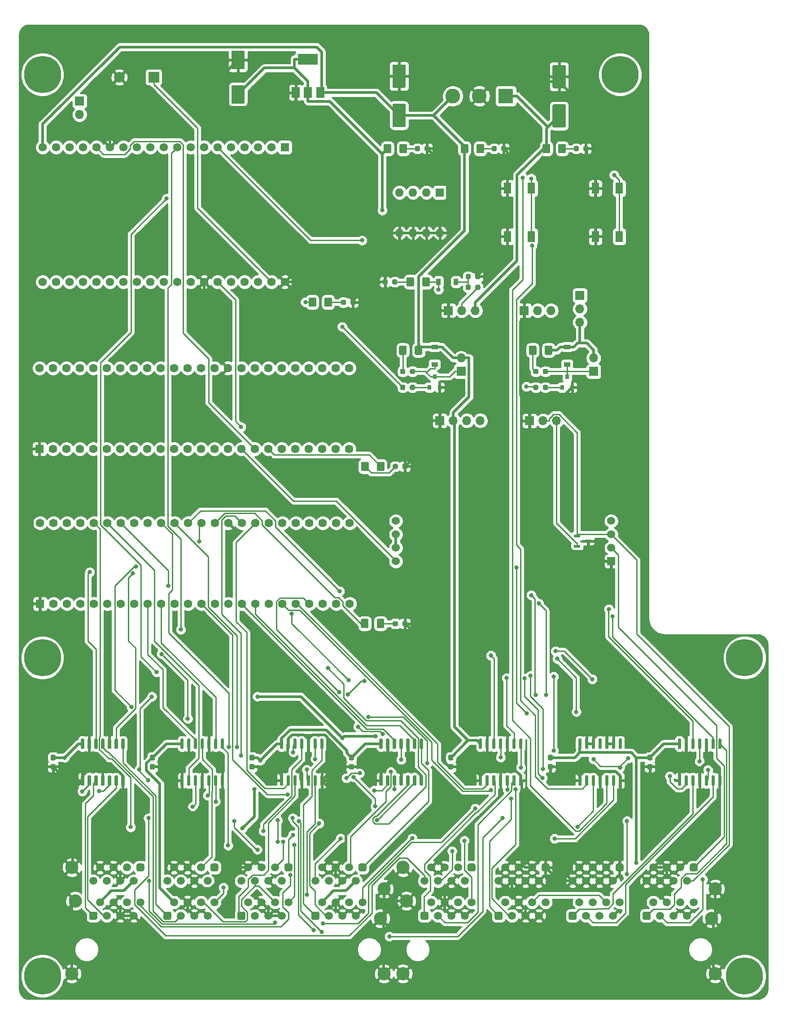
<source format=gtl>
%TF.GenerationSoftware,KiCad,Pcbnew,(5.1.9-0-10_14)*%
%TF.CreationDate,2021-08-20T09:49:49+02:00*%
%TF.ProjectId,MechanicalTheatre,4d656368-616e-4696-9361-6c5468656174,rev?*%
%TF.SameCoordinates,Original*%
%TF.FileFunction,Copper,L1,Top*%
%TF.FilePolarity,Positive*%
%FSLAX46Y46*%
G04 Gerber Fmt 4.6, Leading zero omitted, Abs format (unit mm)*
G04 Created by KiCad (PCBNEW (5.1.9-0-10_14)) date 2021-08-20 09:49:49*
%MOMM*%
%LPD*%
G01*
G04 APERTURE LIST*
%TA.AperFunction,ComponentPad*%
%ADD10C,7.000000*%
%TD*%
%TA.AperFunction,ComponentPad*%
%ADD11O,1.600000X1.600000*%
%TD*%
%TA.AperFunction,ComponentPad*%
%ADD12R,1.600000X1.600000*%
%TD*%
%TA.AperFunction,SMDPad,CuDef*%
%ADD13R,1.400000X2.100000*%
%TD*%
%TA.AperFunction,SMDPad,CuDef*%
%ADD14R,0.800000X0.900000*%
%TD*%
%TA.AperFunction,ComponentPad*%
%ADD15O,1.700000X1.700000*%
%TD*%
%TA.AperFunction,ComponentPad*%
%ADD16R,1.700000X1.700000*%
%TD*%
%TA.AperFunction,SMDPad,CuDef*%
%ADD17R,1.200000X0.900000*%
%TD*%
%TA.AperFunction,ComponentPad*%
%ADD18C,1.524000*%
%TD*%
%TA.AperFunction,ComponentPad*%
%ADD19R,1.524000X1.524000*%
%TD*%
%TA.AperFunction,ComponentPad*%
%ADD20C,2.000000*%
%TD*%
%TA.AperFunction,ComponentPad*%
%ADD21R,2.000000X2.000000*%
%TD*%
%TA.AperFunction,SMDPad,CuDef*%
%ADD22R,1.500000X2.000000*%
%TD*%
%TA.AperFunction,SMDPad,CuDef*%
%ADD23R,3.800000X2.000000*%
%TD*%
%TA.AperFunction,ComponentPad*%
%ADD24C,2.500000*%
%TD*%
%TA.AperFunction,ComponentPad*%
%ADD25C,1.500000*%
%TD*%
%TA.AperFunction,SMDPad,CuDef*%
%ADD26R,0.900000X1.200000*%
%TD*%
%TA.AperFunction,SMDPad,CuDef*%
%ADD27R,1.300000X0.600000*%
%TD*%
%TA.AperFunction,ComponentPad*%
%ADD28C,1.600000*%
%TD*%
%TA.AperFunction,ComponentPad*%
%ADD29C,1.560000*%
%TD*%
%TA.AperFunction,ComponentPad*%
%ADD30R,1.560000X1.560000*%
%TD*%
%TA.AperFunction,ComponentPad*%
%ADD31C,2.800000*%
%TD*%
%TA.AperFunction,ComponentPad*%
%ADD32R,2.800000X2.800000*%
%TD*%
%TA.AperFunction,ViaPad*%
%ADD33C,0.800000*%
%TD*%
%TA.AperFunction,Conductor*%
%ADD34C,0.500000*%
%TD*%
%TA.AperFunction,Conductor*%
%ADD35C,0.250000*%
%TD*%
%TA.AperFunction,Conductor*%
%ADD36C,0.254000*%
%TD*%
%TA.AperFunction,Conductor*%
%ADD37C,0.100000*%
%TD*%
G04 APERTURE END LIST*
D10*
%TO.P,MH2,1*%
%TO.N,N/C*%
X144000000Y-50000000D03*
%TD*%
%TO.P,MH1,1*%
%TO.N,N/C*%
X35000000Y-50000000D03*
%TD*%
%TO.P,MH6,1*%
%TO.N,N/C*%
X35000000Y-160000000D03*
%TD*%
%TO.P,MH5,1*%
%TO.N,N/C*%
X35000000Y-220000000D03*
%TD*%
%TO.P,MH3,1*%
%TO.N,N/C*%
X167500000Y-160000000D03*
%TD*%
%TO.P,MH4,1*%
%TO.N,N/C*%
X167500000Y-220000000D03*
%TD*%
%TO.P,U13,14*%
%TO.N,+5V*%
%TA.AperFunction,SMDPad,CuDef*%
G36*
G01*
X136571000Y-177205000D02*
X136271000Y-177205000D01*
G75*
G02*
X136121000Y-177055000I0J150000D01*
G01*
X136121000Y-175380000D01*
G75*
G02*
X136271000Y-175230000I150000J0D01*
G01*
X136571000Y-175230000D01*
G75*
G02*
X136721000Y-175380000I0J-150000D01*
G01*
X136721000Y-177055000D01*
G75*
G02*
X136571000Y-177205000I-150000J0D01*
G01*
G37*
%TD.AperFunction*%
%TO.P,U13,13*%
%TO.N,GND*%
%TA.AperFunction,SMDPad,CuDef*%
G36*
G01*
X137841000Y-177205000D02*
X137541000Y-177205000D01*
G75*
G02*
X137391000Y-177055000I0J150000D01*
G01*
X137391000Y-175380000D01*
G75*
G02*
X137541000Y-175230000I150000J0D01*
G01*
X137841000Y-175230000D01*
G75*
G02*
X137991000Y-175380000I0J-150000D01*
G01*
X137991000Y-177055000D01*
G75*
G02*
X137841000Y-177205000I-150000J0D01*
G01*
G37*
%TD.AperFunction*%
%TO.P,U13,12*%
%TA.AperFunction,SMDPad,CuDef*%
G36*
G01*
X139111000Y-177205000D02*
X138811000Y-177205000D01*
G75*
G02*
X138661000Y-177055000I0J150000D01*
G01*
X138661000Y-175380000D01*
G75*
G02*
X138811000Y-175230000I150000J0D01*
G01*
X139111000Y-175230000D01*
G75*
G02*
X139261000Y-175380000I0J-150000D01*
G01*
X139261000Y-177055000D01*
G75*
G02*
X139111000Y-177205000I-150000J0D01*
G01*
G37*
%TD.AperFunction*%
%TO.P,U13,11*%
%TO.N,Net-(U13-Pad11)*%
%TA.AperFunction,SMDPad,CuDef*%
G36*
G01*
X140381000Y-177205000D02*
X140081000Y-177205000D01*
G75*
G02*
X139931000Y-177055000I0J150000D01*
G01*
X139931000Y-175380000D01*
G75*
G02*
X140081000Y-175230000I150000J0D01*
G01*
X140381000Y-175230000D01*
G75*
G02*
X140531000Y-175380000I0J-150000D01*
G01*
X140531000Y-177055000D01*
G75*
G02*
X140381000Y-177205000I-150000J0D01*
G01*
G37*
%TD.AperFunction*%
%TO.P,U13,10*%
%TO.N,GND*%
%TA.AperFunction,SMDPad,CuDef*%
G36*
G01*
X141651000Y-177205000D02*
X141351000Y-177205000D01*
G75*
G02*
X141201000Y-177055000I0J150000D01*
G01*
X141201000Y-175380000D01*
G75*
G02*
X141351000Y-175230000I150000J0D01*
G01*
X141651000Y-175230000D01*
G75*
G02*
X141801000Y-175380000I0J-150000D01*
G01*
X141801000Y-177055000D01*
G75*
G02*
X141651000Y-177205000I-150000J0D01*
G01*
G37*
%TD.AperFunction*%
%TO.P,U13,9*%
%TA.AperFunction,SMDPad,CuDef*%
G36*
G01*
X142921000Y-177205000D02*
X142621000Y-177205000D01*
G75*
G02*
X142471000Y-177055000I0J150000D01*
G01*
X142471000Y-175380000D01*
G75*
G02*
X142621000Y-175230000I150000J0D01*
G01*
X142921000Y-175230000D01*
G75*
G02*
X143071000Y-175380000I0J-150000D01*
G01*
X143071000Y-177055000D01*
G75*
G02*
X142921000Y-177205000I-150000J0D01*
G01*
G37*
%TD.AperFunction*%
%TO.P,U13,8*%
%TO.N,Net-(U13-Pad8)*%
%TA.AperFunction,SMDPad,CuDef*%
G36*
G01*
X144191000Y-177205000D02*
X143891000Y-177205000D01*
G75*
G02*
X143741000Y-177055000I0J150000D01*
G01*
X143741000Y-175380000D01*
G75*
G02*
X143891000Y-175230000I150000J0D01*
G01*
X144191000Y-175230000D01*
G75*
G02*
X144341000Y-175380000I0J-150000D01*
G01*
X144341000Y-177055000D01*
G75*
G02*
X144191000Y-177205000I-150000J0D01*
G01*
G37*
%TD.AperFunction*%
%TO.P,U13,7*%
%TO.N,GND*%
%TA.AperFunction,SMDPad,CuDef*%
G36*
G01*
X144191000Y-184130000D02*
X143891000Y-184130000D01*
G75*
G02*
X143741000Y-183980000I0J150000D01*
G01*
X143741000Y-182305000D01*
G75*
G02*
X143891000Y-182155000I150000J0D01*
G01*
X144191000Y-182155000D01*
G75*
G02*
X144341000Y-182305000I0J-150000D01*
G01*
X144341000Y-183980000D01*
G75*
G02*
X144191000Y-184130000I-150000J0D01*
G01*
G37*
%TD.AperFunction*%
%TO.P,U13,6*%
%TO.N,Net-(J12-Pad53)*%
%TA.AperFunction,SMDPad,CuDef*%
G36*
G01*
X142921000Y-184130000D02*
X142621000Y-184130000D01*
G75*
G02*
X142471000Y-183980000I0J150000D01*
G01*
X142471000Y-182305000D01*
G75*
G02*
X142621000Y-182155000I150000J0D01*
G01*
X142921000Y-182155000D01*
G75*
G02*
X143071000Y-182305000I0J-150000D01*
G01*
X143071000Y-183980000D01*
G75*
G02*
X142921000Y-184130000I-150000J0D01*
G01*
G37*
%TD.AperFunction*%
%TO.P,U13,5*%
%TO.N,/STEPPER_13_STEP*%
%TA.AperFunction,SMDPad,CuDef*%
G36*
G01*
X141651000Y-184130000D02*
X141351000Y-184130000D01*
G75*
G02*
X141201000Y-183980000I0J150000D01*
G01*
X141201000Y-182305000D01*
G75*
G02*
X141351000Y-182155000I150000J0D01*
G01*
X141651000Y-182155000D01*
G75*
G02*
X141801000Y-182305000I0J-150000D01*
G01*
X141801000Y-183980000D01*
G75*
G02*
X141651000Y-184130000I-150000J0D01*
G01*
G37*
%TD.AperFunction*%
%TO.P,U13,4*%
%TO.N,GND*%
%TA.AperFunction,SMDPad,CuDef*%
G36*
G01*
X140381000Y-184130000D02*
X140081000Y-184130000D01*
G75*
G02*
X139931000Y-183980000I0J150000D01*
G01*
X139931000Y-182305000D01*
G75*
G02*
X140081000Y-182155000I150000J0D01*
G01*
X140381000Y-182155000D01*
G75*
G02*
X140531000Y-182305000I0J-150000D01*
G01*
X140531000Y-183980000D01*
G75*
G02*
X140381000Y-184130000I-150000J0D01*
G01*
G37*
%TD.AperFunction*%
%TO.P,U13,3*%
%TO.N,Net-(J12-Pad51)*%
%TA.AperFunction,SMDPad,CuDef*%
G36*
G01*
X139111000Y-184130000D02*
X138811000Y-184130000D01*
G75*
G02*
X138661000Y-183980000I0J150000D01*
G01*
X138661000Y-182305000D01*
G75*
G02*
X138811000Y-182155000I150000J0D01*
G01*
X139111000Y-182155000D01*
G75*
G02*
X139261000Y-182305000I0J-150000D01*
G01*
X139261000Y-183980000D01*
G75*
G02*
X139111000Y-184130000I-150000J0D01*
G01*
G37*
%TD.AperFunction*%
%TO.P,U13,2*%
%TO.N,/STEPPER_13_DIR*%
%TA.AperFunction,SMDPad,CuDef*%
G36*
G01*
X137841000Y-184130000D02*
X137541000Y-184130000D01*
G75*
G02*
X137391000Y-183980000I0J150000D01*
G01*
X137391000Y-182305000D01*
G75*
G02*
X137541000Y-182155000I150000J0D01*
G01*
X137841000Y-182155000D01*
G75*
G02*
X137991000Y-182305000I0J-150000D01*
G01*
X137991000Y-183980000D01*
G75*
G02*
X137841000Y-184130000I-150000J0D01*
G01*
G37*
%TD.AperFunction*%
%TO.P,U13,1*%
%TO.N,GND*%
%TA.AperFunction,SMDPad,CuDef*%
G36*
G01*
X136571000Y-184130000D02*
X136271000Y-184130000D01*
G75*
G02*
X136121000Y-183980000I0J150000D01*
G01*
X136121000Y-182305000D01*
G75*
G02*
X136271000Y-182155000I150000J0D01*
G01*
X136571000Y-182155000D01*
G75*
G02*
X136721000Y-182305000I0J-150000D01*
G01*
X136721000Y-183980000D01*
G75*
G02*
X136571000Y-184130000I-150000J0D01*
G01*
G37*
%TD.AperFunction*%
%TD*%
D11*
%TO.P,SW1,8*%
%TO.N,GND*%
X110000000Y-79852500D03*
%TO.P,SW1,4*%
%TO.N,Net-(SW1-Pad4)*%
X102380000Y-72232500D03*
%TO.P,SW1,7*%
%TO.N,GND*%
X107460000Y-79852500D03*
%TO.P,SW1,3*%
%TO.N,Net-(SW1-Pad3)*%
X104920000Y-72232500D03*
%TO.P,SW1,6*%
%TO.N,GND*%
X104920000Y-79852500D03*
%TO.P,SW1,2*%
%TO.N,Net-(SW1-Pad2)*%
X107460000Y-72232500D03*
%TO.P,SW1,5*%
%TO.N,GND*%
X102380000Y-79852500D03*
D12*
%TO.P,SW1,1*%
%TO.N,Net-(SW1-Pad1)*%
X110000000Y-72232500D03*
%TD*%
D13*
%TO.P,S2,1*%
%TO.N,GND*%
X139350000Y-80550000D03*
%TO.P,S2,3*%
%TO.N,Net-(S2-Pad3)*%
X143850000Y-80550000D03*
%TO.P,S2,4*%
X143850000Y-71450000D03*
%TO.P,S2,2*%
%TO.N,GND*%
X139350000Y-71450000D03*
%TD*%
%TO.P,S1,1*%
%TO.N,GND*%
X122750000Y-80550000D03*
%TO.P,S1,3*%
%TO.N,Net-(S1-Pad3)*%
X127250000Y-80550000D03*
%TO.P,S1,4*%
X127250000Y-71450000D03*
%TO.P,S1,2*%
%TO.N,GND*%
X122750000Y-71450000D03*
%TD*%
D14*
%TO.P,Q2,3*%
%TO.N,Net-(D13-Pad2)*%
X134000000Y-107000000D03*
%TO.P,Q2,2*%
%TO.N,GND*%
X134950000Y-109000000D03*
%TO.P,Q2,1*%
%TO.N,Net-(Q2-Pad1)*%
X133050000Y-109000000D03*
%TD*%
%TO.P,Q1,3*%
%TO.N,Net-(D3-Pad2)*%
X109000000Y-107000000D03*
%TO.P,Q1,2*%
%TO.N,GND*%
X109950000Y-109000000D03*
%TO.P,Q1,1*%
%TO.N,Net-(Q1-Pad1)*%
X108050000Y-109000000D03*
%TD*%
D15*
%TO.P,J4,2*%
%TO.N,+5V*%
X139000000Y-103460000D03*
D16*
%TO.P,J4,1*%
%TO.N,Net-(D13-Pad2)*%
X139000000Y-106000000D03*
%TD*%
D17*
%TO.P,D13,2*%
%TO.N,Net-(D13-Pad2)*%
X134000000Y-104650000D03*
%TO.P,D13,1*%
%TO.N,+5V*%
X134000000Y-101350000D03*
%TD*%
%TO.P,D12,2*%
%TO.N,+5V*%
%TA.AperFunction,SMDPad,CuDef*%
G36*
G01*
X129775000Y-102625000D02*
X129775000Y-101375000D01*
G75*
G02*
X130025000Y-101125000I250000J0D01*
G01*
X130950000Y-101125000D01*
G75*
G02*
X131200000Y-101375000I0J-250000D01*
G01*
X131200000Y-102625000D01*
G75*
G02*
X130950000Y-102875000I-250000J0D01*
G01*
X130025000Y-102875000D01*
G75*
G02*
X129775000Y-102625000I0J250000D01*
G01*
G37*
%TD.AperFunction*%
%TO.P,D12,1*%
%TO.N,Net-(D12-Pad1)*%
%TA.AperFunction,SMDPad,CuDef*%
G36*
G01*
X126800000Y-102625000D02*
X126800000Y-101375000D01*
G75*
G02*
X127050000Y-101125000I250000J0D01*
G01*
X127975000Y-101125000D01*
G75*
G02*
X128225000Y-101375000I0J-250000D01*
G01*
X128225000Y-102625000D01*
G75*
G02*
X127975000Y-102875000I-250000J0D01*
G01*
X127050000Y-102875000D01*
G75*
G02*
X126800000Y-102625000I0J250000D01*
G01*
G37*
%TD.AperFunction*%
%TD*%
%TO.P,D3,2*%
%TO.N,Net-(D3-Pad2)*%
X109000000Y-104650000D03*
%TO.P,D3,1*%
%TO.N,+5V*%
X109000000Y-101350000D03*
%TD*%
D18*
%TO.P,A1,1*%
%TO.N,+5V*%
X142320000Y-134190000D03*
%TO.P,A1,2*%
%TO.N,Net-(A1-Pad2)*%
X142320000Y-136730000D03*
%TO.P,A1,3*%
%TO.N,Net-(A1-Pad3)*%
X142320000Y-139270000D03*
D19*
%TO.P,A1,4*%
%TO.N,GND*%
X142320000Y-141810000D03*
D18*
%TO.P,A1,5*%
%TO.N,/DMX_TX*%
X101680000Y-141810000D03*
%TO.P,A1,6*%
%TO.N,+5V*%
X101680000Y-139270000D03*
%TO.P,A1,7*%
X101680000Y-136730000D03*
%TO.P,A1,8*%
%TO.N,Net-(A1-Pad8)*%
X101680000Y-134190000D03*
%TD*%
D15*
%TO.P,J5,3*%
%TO.N,Net-(A1-Pad3)*%
X132000000Y-115300000D03*
%TO.P,J5,2*%
%TO.N,Net-(A1-Pad2)*%
X129460000Y-115300000D03*
D16*
%TO.P,J5,1*%
%TO.N,GND*%
X126920000Y-115300000D03*
%TD*%
D20*
%TO.P,BZ2,2*%
%TO.N,GND*%
X49500000Y-50502000D03*
D21*
%TO.P,BZ2,1*%
%TO.N,Net-(BZ2-Pad1)*%
X56000000Y-50502000D03*
%TD*%
%TO.P,D11,2*%
%TO.N,/PROX_SENSOR*%
%TA.AperFunction,SMDPad,CuDef*%
G36*
G01*
X106677000Y-89733000D02*
X106677000Y-88483000D01*
G75*
G02*
X106927000Y-88233000I250000J0D01*
G01*
X107852000Y-88233000D01*
G75*
G02*
X108102000Y-88483000I0J-250000D01*
G01*
X108102000Y-89733000D01*
G75*
G02*
X107852000Y-89983000I-250000J0D01*
G01*
X106927000Y-89983000D01*
G75*
G02*
X106677000Y-89733000I0J250000D01*
G01*
G37*
%TD.AperFunction*%
%TO.P,D11,1*%
%TO.N,Net-(D11-Pad1)*%
%TA.AperFunction,SMDPad,CuDef*%
G36*
G01*
X103702000Y-89733000D02*
X103702000Y-88483000D01*
G75*
G02*
X103952000Y-88233000I250000J0D01*
G01*
X104877000Y-88233000D01*
G75*
G02*
X105127000Y-88483000I0J-250000D01*
G01*
X105127000Y-89733000D01*
G75*
G02*
X104877000Y-89983000I-250000J0D01*
G01*
X103952000Y-89983000D01*
G75*
G02*
X103702000Y-89733000I0J250000D01*
G01*
G37*
%TD.AperFunction*%
%TD*%
%TO.P,D10,2*%
%TO.N,Net-(D10-Pad2)*%
%TA.AperFunction,SMDPad,CuDef*%
G36*
G01*
X98110500Y-124533000D02*
X98110500Y-123283000D01*
G75*
G02*
X98360500Y-123033000I250000J0D01*
G01*
X99285500Y-123033000D01*
G75*
G02*
X99535500Y-123283000I0J-250000D01*
G01*
X99535500Y-124533000D01*
G75*
G02*
X99285500Y-124783000I-250000J0D01*
G01*
X98360500Y-124783000D01*
G75*
G02*
X98110500Y-124533000I0J250000D01*
G01*
G37*
%TD.AperFunction*%
%TO.P,D10,1*%
%TO.N,Net-(D10-Pad1)*%
%TA.AperFunction,SMDPad,CuDef*%
G36*
G01*
X95135500Y-124533000D02*
X95135500Y-123283000D01*
G75*
G02*
X95385500Y-123033000I250000J0D01*
G01*
X96310500Y-123033000D01*
G75*
G02*
X96560500Y-123283000I0J-250000D01*
G01*
X96560500Y-124533000D01*
G75*
G02*
X96310500Y-124783000I-250000J0D01*
G01*
X95385500Y-124783000D01*
G75*
G02*
X95135500Y-124533000I0J250000D01*
G01*
G37*
%TD.AperFunction*%
%TD*%
%TO.P,D8,2*%
%TO.N,+3V3*%
%TA.AperFunction,SMDPad,CuDef*%
G36*
G01*
X100827000Y-63339000D02*
X100827000Y-64589000D01*
G75*
G02*
X100577000Y-64839000I-250000J0D01*
G01*
X99652000Y-64839000D01*
G75*
G02*
X99402000Y-64589000I0J250000D01*
G01*
X99402000Y-63339000D01*
G75*
G02*
X99652000Y-63089000I250000J0D01*
G01*
X100577000Y-63089000D01*
G75*
G02*
X100827000Y-63339000I0J-250000D01*
G01*
G37*
%TD.AperFunction*%
%TO.P,D8,1*%
%TO.N,Net-(D8-Pad1)*%
%TA.AperFunction,SMDPad,CuDef*%
G36*
G01*
X103802000Y-63339000D02*
X103802000Y-64589000D01*
G75*
G02*
X103552000Y-64839000I-250000J0D01*
G01*
X102627000Y-64839000D01*
G75*
G02*
X102377000Y-64589000I0J250000D01*
G01*
X102377000Y-63339000D01*
G75*
G02*
X102627000Y-63089000I250000J0D01*
G01*
X103552000Y-63089000D01*
G75*
G02*
X103802000Y-63339000I0J-250000D01*
G01*
G37*
%TD.AperFunction*%
%TD*%
%TO.P,D6,2*%
%TO.N,+24V*%
%TA.AperFunction,SMDPad,CuDef*%
G36*
G01*
X130799000Y-63339000D02*
X130799000Y-64589000D01*
G75*
G02*
X130549000Y-64839000I-250000J0D01*
G01*
X129624000Y-64839000D01*
G75*
G02*
X129374000Y-64589000I0J250000D01*
G01*
X129374000Y-63339000D01*
G75*
G02*
X129624000Y-63089000I250000J0D01*
G01*
X130549000Y-63089000D01*
G75*
G02*
X130799000Y-63339000I0J-250000D01*
G01*
G37*
%TD.AperFunction*%
%TO.P,D6,1*%
%TO.N,Net-(D6-Pad1)*%
%TA.AperFunction,SMDPad,CuDef*%
G36*
G01*
X133774000Y-63339000D02*
X133774000Y-64589000D01*
G75*
G02*
X133524000Y-64839000I-250000J0D01*
G01*
X132599000Y-64839000D01*
G75*
G02*
X132349000Y-64589000I0J250000D01*
G01*
X132349000Y-63339000D01*
G75*
G02*
X132599000Y-63089000I250000J0D01*
G01*
X133524000Y-63089000D01*
G75*
G02*
X133774000Y-63339000I0J-250000D01*
G01*
G37*
%TD.AperFunction*%
%TD*%
%TO.P,D5,2*%
%TO.N,+5V*%
%TA.AperFunction,SMDPad,CuDef*%
G36*
G01*
X115357000Y-63339000D02*
X115357000Y-64589000D01*
G75*
G02*
X115107000Y-64839000I-250000J0D01*
G01*
X114182000Y-64839000D01*
G75*
G02*
X113932000Y-64589000I0J250000D01*
G01*
X113932000Y-63339000D01*
G75*
G02*
X114182000Y-63089000I250000J0D01*
G01*
X115107000Y-63089000D01*
G75*
G02*
X115357000Y-63339000I0J-250000D01*
G01*
G37*
%TD.AperFunction*%
%TO.P,D5,1*%
%TO.N,Net-(D5-Pad1)*%
%TA.AperFunction,SMDPad,CuDef*%
G36*
G01*
X118332000Y-63339000D02*
X118332000Y-64589000D01*
G75*
G02*
X118082000Y-64839000I-250000J0D01*
G01*
X117157000Y-64839000D01*
G75*
G02*
X116907000Y-64589000I0J250000D01*
G01*
X116907000Y-63339000D01*
G75*
G02*
X117157000Y-63089000I250000J0D01*
G01*
X118082000Y-63089000D01*
G75*
G02*
X118332000Y-63339000I0J-250000D01*
G01*
G37*
%TD.AperFunction*%
%TD*%
%TO.P,D4,2*%
%TO.N,+5V*%
%TA.AperFunction,SMDPad,CuDef*%
G36*
G01*
X105263000Y-102625000D02*
X105263000Y-101375000D01*
G75*
G02*
X105513000Y-101125000I250000J0D01*
G01*
X106438000Y-101125000D01*
G75*
G02*
X106688000Y-101375000I0J-250000D01*
G01*
X106688000Y-102625000D01*
G75*
G02*
X106438000Y-102875000I-250000J0D01*
G01*
X105513000Y-102875000D01*
G75*
G02*
X105263000Y-102625000I0J250000D01*
G01*
G37*
%TD.AperFunction*%
%TO.P,D4,1*%
%TO.N,Net-(D4-Pad1)*%
%TA.AperFunction,SMDPad,CuDef*%
G36*
G01*
X102288000Y-102625000D02*
X102288000Y-101375000D01*
G75*
G02*
X102538000Y-101125000I250000J0D01*
G01*
X103463000Y-101125000D01*
G75*
G02*
X103713000Y-101375000I0J-250000D01*
G01*
X103713000Y-102625000D01*
G75*
G02*
X103463000Y-102875000I-250000J0D01*
G01*
X102538000Y-102875000D01*
G75*
G02*
X102288000Y-102625000I0J250000D01*
G01*
G37*
%TD.AperFunction*%
%TD*%
%TO.P,D2,2*%
%TO.N,Net-(D2-Pad2)*%
%TA.AperFunction,SMDPad,CuDef*%
G36*
G01*
X86654500Y-92295000D02*
X86654500Y-93545000D01*
G75*
G02*
X86404500Y-93795000I-250000J0D01*
G01*
X85479500Y-93795000D01*
G75*
G02*
X85229500Y-93545000I0J250000D01*
G01*
X85229500Y-92295000D01*
G75*
G02*
X85479500Y-92045000I250000J0D01*
G01*
X86404500Y-92045000D01*
G75*
G02*
X86654500Y-92295000I0J-250000D01*
G01*
G37*
%TD.AperFunction*%
%TO.P,D2,1*%
%TO.N,Net-(D2-Pad1)*%
%TA.AperFunction,SMDPad,CuDef*%
G36*
G01*
X89629500Y-92295000D02*
X89629500Y-93545000D01*
G75*
G02*
X89379500Y-93795000I-250000J0D01*
G01*
X88454500Y-93795000D01*
G75*
G02*
X88204500Y-93545000I0J250000D01*
G01*
X88204500Y-92295000D01*
G75*
G02*
X88454500Y-92045000I250000J0D01*
G01*
X89379500Y-92045000D01*
G75*
G02*
X89629500Y-92295000I0J-250000D01*
G01*
G37*
%TD.AperFunction*%
%TD*%
%TO.P,D1,2*%
%TO.N,Net-(D1-Pad2)*%
%TA.AperFunction,SMDPad,CuDef*%
G36*
G01*
X96535000Y-152903000D02*
X96535000Y-154153000D01*
G75*
G02*
X96285000Y-154403000I-250000J0D01*
G01*
X95360000Y-154403000D01*
G75*
G02*
X95110000Y-154153000I0J250000D01*
G01*
X95110000Y-152903000D01*
G75*
G02*
X95360000Y-152653000I250000J0D01*
G01*
X96285000Y-152653000D01*
G75*
G02*
X96535000Y-152903000I0J-250000D01*
G01*
G37*
%TD.AperFunction*%
%TO.P,D1,1*%
%TO.N,Net-(D1-Pad1)*%
%TA.AperFunction,SMDPad,CuDef*%
G36*
G01*
X99510000Y-152903000D02*
X99510000Y-154153000D01*
G75*
G02*
X99260000Y-154403000I-250000J0D01*
G01*
X98335000Y-154403000D01*
G75*
G02*
X98085000Y-154153000I0J250000D01*
G01*
X98085000Y-152903000D01*
G75*
G02*
X98335000Y-152653000I250000J0D01*
G01*
X99260000Y-152653000D01*
G75*
G02*
X99510000Y-152903000I0J-250000D01*
G01*
G37*
%TD.AperFunction*%
%TD*%
%TO.P,R78,2*%
%TO.N,Net-(D11-Pad1)*%
%TA.AperFunction,SMDPad,CuDef*%
G36*
G01*
X100993000Y-89345500D02*
X100993000Y-88870500D01*
G75*
G02*
X101230500Y-88633000I237500J0D01*
G01*
X101730500Y-88633000D01*
G75*
G02*
X101968000Y-88870500I0J-237500D01*
G01*
X101968000Y-89345500D01*
G75*
G02*
X101730500Y-89583000I-237500J0D01*
G01*
X101230500Y-89583000D01*
G75*
G02*
X100993000Y-89345500I0J237500D01*
G01*
G37*
%TD.AperFunction*%
%TO.P,R78,1*%
%TO.N,GND*%
%TA.AperFunction,SMDPad,CuDef*%
G36*
G01*
X99168000Y-89345500D02*
X99168000Y-88870500D01*
G75*
G02*
X99405500Y-88633000I237500J0D01*
G01*
X99905500Y-88633000D01*
G75*
G02*
X100143000Y-88870500I0J-237500D01*
G01*
X100143000Y-89345500D01*
G75*
G02*
X99905500Y-89583000I-237500J0D01*
G01*
X99405500Y-89583000D01*
G75*
G02*
X99168000Y-89345500I0J237500D01*
G01*
G37*
%TD.AperFunction*%
%TD*%
%TO.P,R77,2*%
%TO.N,Net-(D10-Pad1)*%
%TA.AperFunction,SMDPad,CuDef*%
G36*
G01*
X102075000Y-123670500D02*
X102075000Y-124145500D01*
G75*
G02*
X101837500Y-124383000I-237500J0D01*
G01*
X101337500Y-124383000D01*
G75*
G02*
X101100000Y-124145500I0J237500D01*
G01*
X101100000Y-123670500D01*
G75*
G02*
X101337500Y-123433000I237500J0D01*
G01*
X101837500Y-123433000D01*
G75*
G02*
X102075000Y-123670500I0J-237500D01*
G01*
G37*
%TD.AperFunction*%
%TO.P,R77,1*%
%TO.N,GND*%
%TA.AperFunction,SMDPad,CuDef*%
G36*
G01*
X103900000Y-123670500D02*
X103900000Y-124145500D01*
G75*
G02*
X103662500Y-124383000I-237500J0D01*
G01*
X103162500Y-124383000D01*
G75*
G02*
X102925000Y-124145500I0J237500D01*
G01*
X102925000Y-123670500D01*
G75*
G02*
X103162500Y-123433000I237500J0D01*
G01*
X103662500Y-123433000D01*
G75*
G02*
X103900000Y-123670500I0J-237500D01*
G01*
G37*
%TD.AperFunction*%
%TD*%
%TO.P,C4,2*%
%TO.N,GND*%
%TA.AperFunction,SMDPad,CuDef*%
G36*
G01*
X133500000Y-52600000D02*
X131500000Y-52600000D01*
G75*
G02*
X131250000Y-52350000I0J250000D01*
G01*
X131250000Y-48450000D01*
G75*
G02*
X131500000Y-48200000I250000J0D01*
G01*
X133500000Y-48200000D01*
G75*
G02*
X133750000Y-48450000I0J-250000D01*
G01*
X133750000Y-52350000D01*
G75*
G02*
X133500000Y-52600000I-250000J0D01*
G01*
G37*
%TD.AperFunction*%
%TO.P,C4,1*%
%TO.N,+24V*%
%TA.AperFunction,SMDPad,CuDef*%
G36*
G01*
X133500000Y-60000000D02*
X131500000Y-60000000D01*
G75*
G02*
X131250000Y-59750000I0J250000D01*
G01*
X131250000Y-55850000D01*
G75*
G02*
X131500000Y-55600000I250000J0D01*
G01*
X133500000Y-55600000D01*
G75*
G02*
X133750000Y-55850000I0J-250000D01*
G01*
X133750000Y-59750000D01*
G75*
G02*
X133500000Y-60000000I-250000J0D01*
G01*
G37*
%TD.AperFunction*%
%TD*%
%TO.P,C1,2*%
%TO.N,GND*%
%TA.AperFunction,SMDPad,CuDef*%
G36*
G01*
X103300000Y-52500000D02*
X101300000Y-52500000D01*
G75*
G02*
X101050000Y-52250000I0J250000D01*
G01*
X101050000Y-48350000D01*
G75*
G02*
X101300000Y-48100000I250000J0D01*
G01*
X103300000Y-48100000D01*
G75*
G02*
X103550000Y-48350000I0J-250000D01*
G01*
X103550000Y-52250000D01*
G75*
G02*
X103300000Y-52500000I-250000J0D01*
G01*
G37*
%TD.AperFunction*%
%TO.P,C1,1*%
%TO.N,+5V*%
%TA.AperFunction,SMDPad,CuDef*%
G36*
G01*
X103300000Y-59900000D02*
X101300000Y-59900000D01*
G75*
G02*
X101050000Y-59650000I0J250000D01*
G01*
X101050000Y-55750000D01*
G75*
G02*
X101300000Y-55500000I250000J0D01*
G01*
X103300000Y-55500000D01*
G75*
G02*
X103550000Y-55750000I0J-250000D01*
G01*
X103550000Y-59650000D01*
G75*
G02*
X103300000Y-59900000I-250000J0D01*
G01*
G37*
%TD.AperFunction*%
%TD*%
D22*
%TO.P,U16,1*%
%TO.N,GND*%
X82818000Y-53398000D03*
%TO.P,U16,3*%
%TO.N,+5V*%
X87418000Y-53398000D03*
%TO.P,U16,2*%
%TO.N,+3V3*%
X85118000Y-53398000D03*
D23*
X85118000Y-47098000D03*
%TD*%
%TO.P,R76,2*%
%TO.N,Net-(J9-Pad2)*%
%TA.AperFunction,SMDPad,CuDef*%
G36*
G01*
X116665000Y-90361500D02*
X116665000Y-89886500D01*
G75*
G02*
X116902500Y-89649000I237500J0D01*
G01*
X117402500Y-89649000D01*
G75*
G02*
X117640000Y-89886500I0J-237500D01*
G01*
X117640000Y-90361500D01*
G75*
G02*
X117402500Y-90599000I-237500J0D01*
G01*
X116902500Y-90599000D01*
G75*
G02*
X116665000Y-90361500I0J237500D01*
G01*
G37*
%TD.AperFunction*%
%TO.P,R76,1*%
%TO.N,Net-(D9-Pad2)*%
%TA.AperFunction,SMDPad,CuDef*%
G36*
G01*
X114840000Y-90361500D02*
X114840000Y-89886500D01*
G75*
G02*
X115077500Y-89649000I237500J0D01*
G01*
X115577500Y-89649000D01*
G75*
G02*
X115815000Y-89886500I0J-237500D01*
G01*
X115815000Y-90361500D01*
G75*
G02*
X115577500Y-90599000I-237500J0D01*
G01*
X115077500Y-90599000D01*
G75*
G02*
X114840000Y-90361500I0J237500D01*
G01*
G37*
%TD.AperFunction*%
%TD*%
%TO.P,R75,2*%
%TO.N,Net-(D9-Pad2)*%
%TA.AperFunction,SMDPad,CuDef*%
G36*
G01*
X115815000Y-87854500D02*
X115815000Y-88329500D01*
G75*
G02*
X115577500Y-88567000I-237500J0D01*
G01*
X115077500Y-88567000D01*
G75*
G02*
X114840000Y-88329500I0J237500D01*
G01*
X114840000Y-87854500D01*
G75*
G02*
X115077500Y-87617000I237500J0D01*
G01*
X115577500Y-87617000D01*
G75*
G02*
X115815000Y-87854500I0J-237500D01*
G01*
G37*
%TD.AperFunction*%
%TO.P,R75,1*%
%TO.N,GND*%
%TA.AperFunction,SMDPad,CuDef*%
G36*
G01*
X117640000Y-87854500D02*
X117640000Y-88329500D01*
G75*
G02*
X117402500Y-88567000I-237500J0D01*
G01*
X116902500Y-88567000D01*
G75*
G02*
X116665000Y-88329500I0J237500D01*
G01*
X116665000Y-87854500D01*
G75*
G02*
X116902500Y-87617000I237500J0D01*
G01*
X117402500Y-87617000D01*
G75*
G02*
X117640000Y-87854500I0J-237500D01*
G01*
G37*
%TD.AperFunction*%
%TD*%
%TO.P,R70,2*%
%TO.N,GND*%
%TA.AperFunction,SMDPad,CuDef*%
G36*
G01*
X107105000Y-64201500D02*
X107105000Y-63726500D01*
G75*
G02*
X107342500Y-63489000I237500J0D01*
G01*
X107842500Y-63489000D01*
G75*
G02*
X108080000Y-63726500I0J-237500D01*
G01*
X108080000Y-64201500D01*
G75*
G02*
X107842500Y-64439000I-237500J0D01*
G01*
X107342500Y-64439000D01*
G75*
G02*
X107105000Y-64201500I0J237500D01*
G01*
G37*
%TD.AperFunction*%
%TO.P,R70,1*%
%TO.N,Net-(D8-Pad1)*%
%TA.AperFunction,SMDPad,CuDef*%
G36*
G01*
X105280000Y-64201500D02*
X105280000Y-63726500D01*
G75*
G02*
X105517500Y-63489000I237500J0D01*
G01*
X106017500Y-63489000D01*
G75*
G02*
X106255000Y-63726500I0J-237500D01*
G01*
X106255000Y-64201500D01*
G75*
G02*
X106017500Y-64439000I-237500J0D01*
G01*
X105517500Y-64439000D01*
G75*
G02*
X105280000Y-64201500I0J237500D01*
G01*
G37*
%TD.AperFunction*%
%TD*%
%TO.P,R69,2*%
%TO.N,Net-(D6-Pad1)*%
%TA.AperFunction,SMDPad,CuDef*%
G36*
G01*
X136227000Y-63726500D02*
X136227000Y-64201500D01*
G75*
G02*
X135989500Y-64439000I-237500J0D01*
G01*
X135489500Y-64439000D01*
G75*
G02*
X135252000Y-64201500I0J237500D01*
G01*
X135252000Y-63726500D01*
G75*
G02*
X135489500Y-63489000I237500J0D01*
G01*
X135989500Y-63489000D01*
G75*
G02*
X136227000Y-63726500I0J-237500D01*
G01*
G37*
%TD.AperFunction*%
%TO.P,R69,1*%
%TO.N,GND*%
%TA.AperFunction,SMDPad,CuDef*%
G36*
G01*
X138052000Y-63726500D02*
X138052000Y-64201500D01*
G75*
G02*
X137814500Y-64439000I-237500J0D01*
G01*
X137314500Y-64439000D01*
G75*
G02*
X137077000Y-64201500I0J237500D01*
G01*
X137077000Y-63726500D01*
G75*
G02*
X137314500Y-63489000I237500J0D01*
G01*
X137814500Y-63489000D01*
G75*
G02*
X138052000Y-63726500I0J-237500D01*
G01*
G37*
%TD.AperFunction*%
%TD*%
%TO.P,R68,2*%
%TO.N,GND*%
%TA.AperFunction,SMDPad,CuDef*%
G36*
G01*
X121583000Y-64201500D02*
X121583000Y-63726500D01*
G75*
G02*
X121820500Y-63489000I237500J0D01*
G01*
X122320500Y-63489000D01*
G75*
G02*
X122558000Y-63726500I0J-237500D01*
G01*
X122558000Y-64201500D01*
G75*
G02*
X122320500Y-64439000I-237500J0D01*
G01*
X121820500Y-64439000D01*
G75*
G02*
X121583000Y-64201500I0J237500D01*
G01*
G37*
%TD.AperFunction*%
%TO.P,R68,1*%
%TO.N,Net-(D5-Pad1)*%
%TA.AperFunction,SMDPad,CuDef*%
G36*
G01*
X119758000Y-64201500D02*
X119758000Y-63726500D01*
G75*
G02*
X119995500Y-63489000I237500J0D01*
G01*
X120495500Y-63489000D01*
G75*
G02*
X120733000Y-63726500I0J-237500D01*
G01*
X120733000Y-64201500D01*
G75*
G02*
X120495500Y-64439000I-237500J0D01*
G01*
X119995500Y-64439000D01*
G75*
G02*
X119758000Y-64201500I0J237500D01*
G01*
G37*
%TD.AperFunction*%
%TD*%
D15*
%TO.P,JP1,3*%
%TO.N,+5V*%
X136410000Y-96728000D03*
%TO.P,JP1,2*%
%TO.N,Net-(J6-Pad3)*%
X136410000Y-94188000D03*
D16*
%TO.P,JP1,1*%
%TO.N,+3V3*%
X136410000Y-91648000D03*
%TD*%
D24*
%TO.P,J12,SH*%
%TO.N,GND*%
X161960000Y-219570000D03*
X103040000Y-219570000D03*
X103040000Y-199540000D03*
X161960000Y-203600000D03*
X103705000Y-205850000D03*
%TO.P,J12,81*%
%TO.N,Net-(A1-Pad3)*%
%TA.AperFunction,ComponentPad*%
G36*
G01*
X157140000Y-199915000D02*
X157140000Y-199165000D01*
G75*
G02*
X157515000Y-198790000I375000J0D01*
G01*
X158265000Y-198790000D01*
G75*
G02*
X158640000Y-199165000I0J-375000D01*
G01*
X158640000Y-199915000D01*
G75*
G02*
X158265000Y-200290000I-375000J0D01*
G01*
X157515000Y-200290000D01*
G75*
G02*
X157140000Y-199915000I0J375000D01*
G01*
G37*
%TD.AperFunction*%
D25*
%TO.P,J12,82*%
%TO.N,Net-(A1-Pad2)*%
X156630000Y-202080000D03*
%TO.P,J12,83*%
%TO.N,GND*%
X155350000Y-199540000D03*
%TO.P,J12,84*%
X154090000Y-202080000D03*
%TO.P,J12,85*%
X152810000Y-199540000D03*
%TO.P,J12,86*%
X151550000Y-202080000D03*
%TO.P,J12,87*%
X150270000Y-199540000D03*
%TO.P,J12,88*%
X149010000Y-202080000D03*
%TO.P,J12,56*%
%TO.N,/Stepper Connection 13/END_ALL*%
X109640000Y-202080000D03*
%TO.P,J12,58*%
%TO.N,Net-(J12-Pad58)*%
X107100000Y-202080000D03*
%TO.P,J12,55*%
%TO.N,GND*%
X110900000Y-199540000D03*
%TO.P,J12,51*%
%TO.N,Net-(J12-Pad51)*%
%TA.AperFunction,ComponentPad*%
G36*
G01*
X115230000Y-199915000D02*
X115230000Y-199165000D01*
G75*
G02*
X115605000Y-198790000I375000J0D01*
G01*
X116355000Y-198790000D01*
G75*
G02*
X116730000Y-199165000I0J-375000D01*
G01*
X116730000Y-199915000D01*
G75*
G02*
X116355000Y-200290000I-375000J0D01*
G01*
X115605000Y-200290000D01*
G75*
G02*
X115230000Y-199915000I0J375000D01*
G01*
G37*
%TD.AperFunction*%
%TO.P,J12,57*%
%TO.N,GND*%
X108360000Y-199540000D03*
%TO.P,J12,54*%
X112180000Y-202080000D03*
%TO.P,J12,53*%
%TO.N,Net-(J12-Pad53)*%
X113440000Y-199540000D03*
%TO.P,J12,52*%
%TO.N,+5V*%
X114720000Y-202080000D03*
%TO.P,J12,67*%
%TO.N,GND*%
X122330000Y-199540000D03*
%TO.P,J12,61*%
%TA.AperFunction,ComponentPad*%
G36*
G01*
X129200000Y-199915000D02*
X129200000Y-199165000D01*
G75*
G02*
X129575000Y-198790000I375000J0D01*
G01*
X130325000Y-198790000D01*
G75*
G02*
X130700000Y-199165000I0J-375000D01*
G01*
X130700000Y-199915000D01*
G75*
G02*
X130325000Y-200290000I-375000J0D01*
G01*
X129575000Y-200290000D01*
G75*
G02*
X129200000Y-199915000I0J375000D01*
G01*
G37*
%TD.AperFunction*%
%TO.P,J12,65*%
X124870000Y-199540000D03*
%TO.P,J12,68*%
X121070000Y-202080000D03*
%TO.P,J12,66*%
X123610000Y-202080000D03*
%TO.P,J12,62*%
X128690000Y-202080000D03*
%TO.P,J12,63*%
X127410000Y-199540000D03*
%TO.P,J12,64*%
X126150000Y-202080000D03*
%TO.P,J12,77*%
X136300000Y-199540000D03*
%TO.P,J12,71*%
%TA.AperFunction,ComponentPad*%
G36*
G01*
X143170000Y-199915000D02*
X143170000Y-199165000D01*
G75*
G02*
X143545000Y-198790000I375000J0D01*
G01*
X144295000Y-198790000D01*
G75*
G02*
X144670000Y-199165000I0J-375000D01*
G01*
X144670000Y-199915000D01*
G75*
G02*
X144295000Y-200290000I-375000J0D01*
G01*
X143545000Y-200290000D01*
G75*
G02*
X143170000Y-199915000I0J375000D01*
G01*
G37*
%TD.AperFunction*%
%TO.P,J12,75*%
X138840000Y-199540000D03*
%TO.P,J12,78*%
X135040000Y-202080000D03*
%TO.P,J12,76*%
X137580000Y-202080000D03*
%TO.P,J12,72*%
X142660000Y-202080000D03*
%TO.P,J12,73*%
X141380000Y-199540000D03*
%TO.P,J12,74*%
X140120000Y-202080000D03*
%TO.P,J12,35*%
X140120000Y-208650000D03*
%TO.P,J12,36*%
%TO.N,/GENERAL_END_SWITCH_TEENSY*%
X141380000Y-206110000D03*
%TO.P,J12,37*%
%TO.N,GND*%
X142660000Y-208650000D03*
%TO.P,J12,33*%
%TO.N,Net-(J12-Pad33)*%
X137580000Y-208650000D03*
%TO.P,J12,31*%
%TO.N,Net-(J12-Pad31)*%
%TA.AperFunction,ComponentPad*%
G36*
G01*
X134290000Y-209149500D02*
X134290000Y-208150500D01*
G75*
G02*
X134540500Y-207900000I250500J0D01*
G01*
X135539500Y-207900000D01*
G75*
G02*
X135790000Y-208150500I0J-250500D01*
G01*
X135790000Y-209149500D01*
G75*
G02*
X135539500Y-209400000I-250500J0D01*
G01*
X134540500Y-209400000D01*
G75*
G02*
X134290000Y-209149500I0J250500D01*
G01*
G37*
%TD.AperFunction*%
%TO.P,J12,34*%
%TO.N,GND*%
X138840000Y-206110000D03*
%TO.P,J12,38*%
%TO.N,Net-(J12-Pad38)*%
X143920000Y-206110000D03*
%TO.P,J12,32*%
%TO.N,+5V*%
X136300000Y-206110000D03*
%TO.P,J12,25*%
%TO.N,GND*%
X126150000Y-208650000D03*
%TO.P,J12,26*%
%TO.N,/GENERAL_END_SWITCH_TEENSY*%
X127410000Y-206110000D03*
%TO.P,J12,27*%
%TO.N,GND*%
X128690000Y-208650000D03*
%TO.P,J12,23*%
%TO.N,Net-(J12-Pad23)*%
X123610000Y-208650000D03*
%TO.P,J12,21*%
%TO.N,Net-(J12-Pad21)*%
%TA.AperFunction,ComponentPad*%
G36*
G01*
X120320000Y-209149500D02*
X120320000Y-208150500D01*
G75*
G02*
X120570500Y-207900000I250500J0D01*
G01*
X121569500Y-207900000D01*
G75*
G02*
X121820000Y-208150500I0J-250500D01*
G01*
X121820000Y-209149500D01*
G75*
G02*
X121569500Y-209400000I-250500J0D01*
G01*
X120570500Y-209400000D01*
G75*
G02*
X120320000Y-209149500I0J250500D01*
G01*
G37*
%TD.AperFunction*%
%TO.P,J12,24*%
%TO.N,GND*%
X124870000Y-206110000D03*
%TO.P,J12,28*%
%TO.N,Net-(J12-Pad28)*%
X129950000Y-206110000D03*
%TO.P,J12,22*%
%TO.N,+5V*%
X122330000Y-206110000D03*
%TO.P,J12,12*%
X108360000Y-206110000D03*
%TO.P,J12,18*%
%TO.N,Net-(J12-Pad18)*%
X115980000Y-206110000D03*
%TO.P,J12,14*%
%TO.N,GND*%
X110900000Y-206110000D03*
%TO.P,J12,11*%
%TO.N,Net-(J12-Pad11)*%
%TA.AperFunction,ComponentPad*%
G36*
G01*
X106350000Y-209149500D02*
X106350000Y-208150500D01*
G75*
G02*
X106600500Y-207900000I250500J0D01*
G01*
X107599500Y-207900000D01*
G75*
G02*
X107850000Y-208150500I0J-250500D01*
G01*
X107850000Y-209149500D01*
G75*
G02*
X107599500Y-209400000I-250500J0D01*
G01*
X106600500Y-209400000D01*
G75*
G02*
X106350000Y-209149500I0J250500D01*
G01*
G37*
%TD.AperFunction*%
%TO.P,J12,13*%
%TO.N,Net-(J12-Pad13)*%
X109640000Y-208650000D03*
%TO.P,J12,17*%
%TO.N,GND*%
X114720000Y-208650000D03*
%TO.P,J12,16*%
%TO.N,/GENERAL_END_SWITCH_TEENSY*%
X113440000Y-206110000D03*
%TO.P,J12,15*%
%TO.N,GND*%
X112180000Y-208650000D03*
%TO.P,J12,41*%
%TO.N,Net-(J12-Pad41)*%
%TA.AperFunction,ComponentPad*%
G36*
G01*
X148260000Y-209149500D02*
X148260000Y-208150500D01*
G75*
G02*
X148510500Y-207900000I250500J0D01*
G01*
X149509500Y-207900000D01*
G75*
G02*
X149760000Y-208150500I0J-250500D01*
G01*
X149760000Y-209149500D01*
G75*
G02*
X149509500Y-209400000I-250500J0D01*
G01*
X148510500Y-209400000D01*
G75*
G02*
X148260000Y-209149500I0J250500D01*
G01*
G37*
%TD.AperFunction*%
%TO.P,J12,42*%
%TO.N,+5V*%
X150270000Y-206110000D03*
%TO.P,J12,43*%
%TO.N,Net-(J12-Pad43)*%
X151550000Y-208650000D03*
%TO.P,J12,44*%
%TO.N,GND*%
X152810000Y-206110000D03*
%TO.P,J12,45*%
X154090000Y-208650000D03*
%TO.P,J12,46*%
%TO.N,/GENERAL_END_SWITCH_TEENSY*%
X155350000Y-206110000D03*
%TO.P,J12,47*%
%TO.N,GND*%
X156630000Y-208650000D03*
%TO.P,J12,48*%
%TO.N,Net-(J12-Pad48)*%
X157890000Y-206110000D03*
D24*
%TO.P,J12,SH*%
%TO.N,GND*%
X161295000Y-209150000D03*
%TD*%
D15*
%TO.P,J6,3*%
%TO.N,Net-(J6-Pad3)*%
X130980000Y-94500000D03*
%TO.P,J6,2*%
%TO.N,/PROX_SENSOR*%
X128440000Y-94500000D03*
D16*
%TO.P,J6,1*%
%TO.N,GND*%
X125900000Y-94500000D03*
%TD*%
D26*
%TO.P,D9,2*%
%TO.N,Net-(D9-Pad2)*%
X113042000Y-89108000D03*
%TO.P,D9,1*%
%TO.N,/PROX_SENSOR*%
X109742000Y-89108000D03*
%TD*%
D27*
%TO.P,D7,1*%
%TO.N,Net-(A1-Pad2)*%
X135900000Y-137050000D03*
%TO.P,D7,2*%
%TO.N,Net-(A1-Pad3)*%
X135900000Y-138950000D03*
%TO.P,D7,3*%
%TO.N,GND*%
X138000000Y-138000000D03*
%TD*%
%TO.P,C31,2*%
%TO.N,+5V*%
%TA.AperFunction,SMDPad,CuDef*%
G36*
G01*
X131083500Y-179355000D02*
X130608500Y-179355000D01*
G75*
G02*
X130371000Y-179117500I0J237500D01*
G01*
X130371000Y-178517500D01*
G75*
G02*
X130608500Y-178280000I237500J0D01*
G01*
X131083500Y-178280000D01*
G75*
G02*
X131321000Y-178517500I0J-237500D01*
G01*
X131321000Y-179117500D01*
G75*
G02*
X131083500Y-179355000I-237500J0D01*
G01*
G37*
%TD.AperFunction*%
%TO.P,C31,1*%
%TO.N,GND*%
%TA.AperFunction,SMDPad,CuDef*%
G36*
G01*
X131083500Y-181080000D02*
X130608500Y-181080000D01*
G75*
G02*
X130371000Y-180842500I0J237500D01*
G01*
X130371000Y-180242500D01*
G75*
G02*
X130608500Y-180005000I237500J0D01*
G01*
X131083500Y-180005000D01*
G75*
G02*
X131321000Y-180242500I0J-237500D01*
G01*
X131321000Y-180842500D01*
G75*
G02*
X131083500Y-181080000I-237500J0D01*
G01*
G37*
%TD.AperFunction*%
%TD*%
%TO.P,C30,2*%
%TO.N,+5V*%
%TA.AperFunction,SMDPad,CuDef*%
G36*
G01*
X149852500Y-179355000D02*
X149377500Y-179355000D01*
G75*
G02*
X149140000Y-179117500I0J237500D01*
G01*
X149140000Y-178517500D01*
G75*
G02*
X149377500Y-178280000I237500J0D01*
G01*
X149852500Y-178280000D01*
G75*
G02*
X150090000Y-178517500I0J-237500D01*
G01*
X150090000Y-179117500D01*
G75*
G02*
X149852500Y-179355000I-237500J0D01*
G01*
G37*
%TD.AperFunction*%
%TO.P,C30,1*%
%TO.N,GND*%
%TA.AperFunction,SMDPad,CuDef*%
G36*
G01*
X149852500Y-181080000D02*
X149377500Y-181080000D01*
G75*
G02*
X149140000Y-180842500I0J237500D01*
G01*
X149140000Y-180242500D01*
G75*
G02*
X149377500Y-180005000I237500J0D01*
G01*
X149852500Y-180005000D01*
G75*
G02*
X150090000Y-180242500I0J-237500D01*
G01*
X150090000Y-180842500D01*
G75*
G02*
X149852500Y-181080000I-237500J0D01*
G01*
G37*
%TD.AperFunction*%
%TD*%
%TO.P,C29,2*%
%TO.N,+5V*%
%TA.AperFunction,SMDPad,CuDef*%
G36*
G01*
X112314500Y-179355000D02*
X111839500Y-179355000D01*
G75*
G02*
X111602000Y-179117500I0J237500D01*
G01*
X111602000Y-178517500D01*
G75*
G02*
X111839500Y-178280000I237500J0D01*
G01*
X112314500Y-178280000D01*
G75*
G02*
X112552000Y-178517500I0J-237500D01*
G01*
X112552000Y-179117500D01*
G75*
G02*
X112314500Y-179355000I-237500J0D01*
G01*
G37*
%TD.AperFunction*%
%TO.P,C29,1*%
%TO.N,GND*%
%TA.AperFunction,SMDPad,CuDef*%
G36*
G01*
X112314500Y-181080000D02*
X111839500Y-181080000D01*
G75*
G02*
X111602000Y-180842500I0J237500D01*
G01*
X111602000Y-180242500D01*
G75*
G02*
X111839500Y-180005000I237500J0D01*
G01*
X112314500Y-180005000D01*
G75*
G02*
X112552000Y-180242500I0J-237500D01*
G01*
X112552000Y-180842500D01*
G75*
G02*
X112314500Y-181080000I-237500J0D01*
G01*
G37*
%TD.AperFunction*%
%TD*%
%TO.P,C28,2*%
%TO.N,+5V*%
%TA.AperFunction,SMDPad,CuDef*%
G36*
G01*
X93545200Y-179355000D02*
X93070200Y-179355000D01*
G75*
G02*
X92832700Y-179117500I0J237500D01*
G01*
X92832700Y-178517500D01*
G75*
G02*
X93070200Y-178280000I237500J0D01*
G01*
X93545200Y-178280000D01*
G75*
G02*
X93782700Y-178517500I0J-237500D01*
G01*
X93782700Y-179117500D01*
G75*
G02*
X93545200Y-179355000I-237500J0D01*
G01*
G37*
%TD.AperFunction*%
%TO.P,C28,1*%
%TO.N,GND*%
%TA.AperFunction,SMDPad,CuDef*%
G36*
G01*
X93545200Y-181080000D02*
X93070200Y-181080000D01*
G75*
G02*
X92832700Y-180842500I0J237500D01*
G01*
X92832700Y-180242500D01*
G75*
G02*
X93070200Y-180005000I237500J0D01*
G01*
X93545200Y-180005000D01*
G75*
G02*
X93782700Y-180242500I0J-237500D01*
G01*
X93782700Y-180842500D01*
G75*
G02*
X93545200Y-181080000I-237500J0D01*
G01*
G37*
%TD.AperFunction*%
%TD*%
%TO.P,C27,2*%
%TO.N,+5V*%
%TA.AperFunction,SMDPad,CuDef*%
G36*
G01*
X56006700Y-179355000D02*
X55531700Y-179355000D01*
G75*
G02*
X55294200Y-179117500I0J237500D01*
G01*
X55294200Y-178517500D01*
G75*
G02*
X55531700Y-178280000I237500J0D01*
G01*
X56006700Y-178280000D01*
G75*
G02*
X56244200Y-178517500I0J-237500D01*
G01*
X56244200Y-179117500D01*
G75*
G02*
X56006700Y-179355000I-237500J0D01*
G01*
G37*
%TD.AperFunction*%
%TO.P,C27,1*%
%TO.N,GND*%
%TA.AperFunction,SMDPad,CuDef*%
G36*
G01*
X56006700Y-181080000D02*
X55531700Y-181080000D01*
G75*
G02*
X55294200Y-180842500I0J237500D01*
G01*
X55294200Y-180242500D01*
G75*
G02*
X55531700Y-180005000I237500J0D01*
G01*
X56006700Y-180005000D01*
G75*
G02*
X56244200Y-180242500I0J-237500D01*
G01*
X56244200Y-180842500D01*
G75*
G02*
X56006700Y-181080000I-237500J0D01*
G01*
G37*
%TD.AperFunction*%
%TD*%
%TO.P,C26,2*%
%TO.N,+5V*%
%TA.AperFunction,SMDPad,CuDef*%
G36*
G01*
X74776000Y-179355000D02*
X74301000Y-179355000D01*
G75*
G02*
X74063500Y-179117500I0J237500D01*
G01*
X74063500Y-178517500D01*
G75*
G02*
X74301000Y-178280000I237500J0D01*
G01*
X74776000Y-178280000D01*
G75*
G02*
X75013500Y-178517500I0J-237500D01*
G01*
X75013500Y-179117500D01*
G75*
G02*
X74776000Y-179355000I-237500J0D01*
G01*
G37*
%TD.AperFunction*%
%TO.P,C26,1*%
%TO.N,GND*%
%TA.AperFunction,SMDPad,CuDef*%
G36*
G01*
X74776000Y-181080000D02*
X74301000Y-181080000D01*
G75*
G02*
X74063500Y-180842500I0J237500D01*
G01*
X74063500Y-180242500D01*
G75*
G02*
X74301000Y-180005000I237500J0D01*
G01*
X74776000Y-180005000D01*
G75*
G02*
X75013500Y-180242500I0J-237500D01*
G01*
X75013500Y-180842500D01*
G75*
G02*
X74776000Y-181080000I-237500J0D01*
G01*
G37*
%TD.AperFunction*%
%TD*%
%TO.P,C25,2*%
%TO.N,+5V*%
%TA.AperFunction,SMDPad,CuDef*%
G36*
G01*
X37237500Y-179355000D02*
X36762500Y-179355000D01*
G75*
G02*
X36525000Y-179117500I0J237500D01*
G01*
X36525000Y-178517500D01*
G75*
G02*
X36762500Y-178280000I237500J0D01*
G01*
X37237500Y-178280000D01*
G75*
G02*
X37475000Y-178517500I0J-237500D01*
G01*
X37475000Y-179117500D01*
G75*
G02*
X37237500Y-179355000I-237500J0D01*
G01*
G37*
%TD.AperFunction*%
%TO.P,C25,1*%
%TO.N,GND*%
%TA.AperFunction,SMDPad,CuDef*%
G36*
G01*
X37237500Y-181080000D02*
X36762500Y-181080000D01*
G75*
G02*
X36525000Y-180842500I0J237500D01*
G01*
X36525000Y-180242500D01*
G75*
G02*
X36762500Y-180005000I237500J0D01*
G01*
X37237500Y-180005000D01*
G75*
G02*
X37475000Y-180242500I0J-237500D01*
G01*
X37475000Y-180842500D01*
G75*
G02*
X37237500Y-181080000I-237500J0D01*
G01*
G37*
%TD.AperFunction*%
%TD*%
%TO.P,C19,2*%
%TO.N,GND*%
%TA.AperFunction,SMDPad,CuDef*%
G36*
G01*
X72900000Y-49000000D02*
X70900000Y-49000000D01*
G75*
G02*
X70650000Y-48750000I0J250000D01*
G01*
X70650000Y-45750000D01*
G75*
G02*
X70900000Y-45500000I250000J0D01*
G01*
X72900000Y-45500000D01*
G75*
G02*
X73150000Y-45750000I0J-250000D01*
G01*
X73150000Y-48750000D01*
G75*
G02*
X72900000Y-49000000I-250000J0D01*
G01*
G37*
%TD.AperFunction*%
%TO.P,C19,1*%
%TO.N,+3V3*%
%TA.AperFunction,SMDPad,CuDef*%
G36*
G01*
X72900000Y-55500000D02*
X70900000Y-55500000D01*
G75*
G02*
X70650000Y-55250000I0J250000D01*
G01*
X70650000Y-52250000D01*
G75*
G02*
X70900000Y-52000000I250000J0D01*
G01*
X72900000Y-52000000D01*
G75*
G02*
X73150000Y-52250000I0J-250000D01*
G01*
X73150000Y-55250000D01*
G75*
G02*
X72900000Y-55500000I-250000J0D01*
G01*
G37*
%TD.AperFunction*%
%TD*%
D15*
%TO.P,J9,3*%
%TO.N,+24V*%
X116680000Y-94500000D03*
%TO.P,J9,2*%
%TO.N,Net-(J9-Pad2)*%
X114140000Y-94500000D03*
D16*
%TO.P,J9,1*%
%TO.N,GND*%
X111600000Y-94500000D03*
%TD*%
D15*
%TO.P,J8,4*%
%TO.N,/I2C_SCL*%
X117620000Y-115270000D03*
%TO.P,J8,3*%
%TO.N,/I2C_SDA*%
X115080000Y-115270000D03*
%TO.P,J8,2*%
%TO.N,+5V*%
X112540000Y-115270000D03*
D16*
%TO.P,J8,1*%
%TO.N,GND*%
X110000000Y-115270000D03*
%TD*%
D15*
%TO.P,J3,2*%
%TO.N,+5V*%
X114000000Y-103460000D03*
D16*
%TO.P,J3,1*%
%TO.N,Net-(D3-Pad2)*%
X114000000Y-106000000D03*
%TD*%
D15*
%TO.P,J2,2*%
%TO.N,Net-(J2-Pad2)*%
X42000000Y-57540000D03*
D16*
%TO.P,J2,1*%
%TO.N,Net-(J2-Pad1)*%
X42000000Y-55000000D03*
%TD*%
D28*
%TO.P,U15,48*%
%TO.N,+5V*%
X34445000Y-105366000D03*
%TO.P,U15,47*%
%TO.N,Net-(U15-Pad47)*%
X36985000Y-105366000D03*
%TO.P,U15,46*%
%TO.N,Net-(U15-Pad46)*%
X39525000Y-105366000D03*
%TO.P,U15,45*%
%TO.N,Net-(U15-Pad45)*%
X42065000Y-105366000D03*
%TO.P,U15,44*%
%TO.N,Net-(U15-Pad44)*%
X44605000Y-105366000D03*
%TO.P,U15,43*%
%TO.N,Net-(U15-Pad43)*%
X47145000Y-105366000D03*
%TO.P,U15,42*%
%TO.N,Net-(U15-Pad42)*%
X49685000Y-105366000D03*
%TO.P,U15,41*%
%TO.N,Net-(U15-Pad41)*%
X52225000Y-105366000D03*
%TO.P,U15,40*%
%TO.N,Net-(U15-Pad40)*%
X54765000Y-105366000D03*
%TO.P,U15,39*%
%TO.N,Net-(U15-Pad39)*%
X57305000Y-105366000D03*
%TO.P,U15,38*%
%TO.N,Net-(U15-Pad38)*%
X59845000Y-105366000D03*
%TO.P,U15,37*%
%TO.N,Net-(U15-Pad37)*%
X62385000Y-105366000D03*
%TO.P,U15,36*%
%TO.N,Net-(U15-Pad36)*%
X64925000Y-105366000D03*
%TO.P,U15,35*%
%TO.N,Net-(U15-Pad35)*%
X67465000Y-105366000D03*
D12*
%TO.P,U15,1*%
%TO.N,GND*%
X34445000Y-120606000D03*
D28*
%TO.P,U15,2*%
%TO.N,Net-(U15-Pad2)*%
X36985000Y-120606000D03*
%TO.P,U15,3*%
%TO.N,Net-(U15-Pad3)*%
X39525000Y-120606000D03*
%TO.P,U15,4*%
%TO.N,Net-(U15-Pad4)*%
X42065000Y-120606000D03*
%TO.P,U15,5*%
%TO.N,Net-(U15-Pad5)*%
X44605000Y-120606000D03*
%TO.P,U15,6*%
%TO.N,Net-(U15-Pad6)*%
X47145000Y-120606000D03*
%TO.P,U15,7*%
%TO.N,Net-(U15-Pad7)*%
X49685000Y-120606000D03*
%TO.P,U15,8*%
%TO.N,Net-(U15-Pad8)*%
X52225000Y-120606000D03*
%TO.P,U15,9*%
%TO.N,Net-(U15-Pad9)*%
X54765000Y-120606000D03*
%TO.P,U15,10*%
%TO.N,Net-(U15-Pad10)*%
X57305000Y-120606000D03*
%TO.P,U15,11*%
%TO.N,Net-(U15-Pad11)*%
X59845000Y-120606000D03*
%TO.P,U15,12*%
%TO.N,Net-(U15-Pad12)*%
X62385000Y-120606000D03*
%TO.P,U15,13*%
%TO.N,Net-(U15-Pad13)*%
X64925000Y-120606000D03*
%TO.P,U15,34*%
%TO.N,GND*%
X70005000Y-105366000D03*
%TO.P,U15,33*%
%TO.N,Net-(U15-Pad33)*%
X72545000Y-105366000D03*
%TO.P,U15,32*%
%TO.N,Net-(U15-Pad32)*%
X75085000Y-105366000D03*
%TO.P,U15,31*%
%TO.N,Net-(U15-Pad31)*%
X77625000Y-105366000D03*
%TO.P,U15,30*%
%TO.N,Net-(U15-Pad30)*%
X80165000Y-105366000D03*
%TO.P,U15,29*%
%TO.N,Net-(U15-Pad29)*%
X82705000Y-105366000D03*
%TO.P,U15,28*%
%TO.N,Net-(U15-Pad28)*%
X85245000Y-105366000D03*
%TO.P,U15,27*%
%TO.N,Net-(U15-Pad27)*%
X87785000Y-105366000D03*
%TO.P,U15,26*%
%TO.N,Net-(U15-Pad26)*%
X90325000Y-105366000D03*
%TO.P,U15,25*%
%TO.N,Net-(U15-Pad25)*%
X92865000Y-105366000D03*
%TO.P,U15,24*%
%TO.N,Net-(U15-Pad24)*%
X92865000Y-120606000D03*
%TO.P,U15,23*%
%TO.N,Net-(U15-Pad23)*%
X90325000Y-120606000D03*
%TO.P,U15,22*%
%TO.N,Net-(U15-Pad22)*%
X87785000Y-120606000D03*
%TO.P,U15,21*%
%TO.N,Net-(U15-Pad21)*%
X85245000Y-120606000D03*
%TO.P,U15,14*%
%TO.N,Net-(U15-Pad14)*%
X67465000Y-120606000D03*
%TO.P,U15,15*%
%TO.N,Net-(U15-Pad15)*%
X70005000Y-120606000D03*
%TO.P,U15,16*%
%TO.N,/DMX_TX*%
X72545000Y-120606000D03*
%TO.P,U15,20*%
%TO.N,Net-(U15-Pad20)*%
X82705000Y-120606000D03*
%TO.P,U15,19*%
%TO.N,Net-(U15-Pad19)*%
X80165000Y-120606000D03*
%TO.P,U15,18*%
%TO.N,Net-(D10-Pad2)*%
X77625000Y-120606000D03*
%TO.P,U15,17*%
%TO.N,/START_STOP_TRIGGER*%
X75085000Y-120606000D03*
%TD*%
%TO.P,U12,14*%
%TO.N,+5V*%
%TA.AperFunction,SMDPad,CuDef*%
G36*
G01*
X155340000Y-177205000D02*
X155040000Y-177205000D01*
G75*
G02*
X154890000Y-177055000I0J150000D01*
G01*
X154890000Y-175380000D01*
G75*
G02*
X155040000Y-175230000I150000J0D01*
G01*
X155340000Y-175230000D01*
G75*
G02*
X155490000Y-175380000I0J-150000D01*
G01*
X155490000Y-177055000D01*
G75*
G02*
X155340000Y-177205000I-150000J0D01*
G01*
G37*
%TD.AperFunction*%
%TO.P,U12,13*%
%TO.N,GND*%
%TA.AperFunction,SMDPad,CuDef*%
G36*
G01*
X156610000Y-177205000D02*
X156310000Y-177205000D01*
G75*
G02*
X156160000Y-177055000I0J150000D01*
G01*
X156160000Y-175380000D01*
G75*
G02*
X156310000Y-175230000I150000J0D01*
G01*
X156610000Y-175230000D01*
G75*
G02*
X156760000Y-175380000I0J-150000D01*
G01*
X156760000Y-177055000D01*
G75*
G02*
X156610000Y-177205000I-150000J0D01*
G01*
G37*
%TD.AperFunction*%
%TO.P,U12,12*%
%TO.N,/STEPPER_12_STEP*%
%TA.AperFunction,SMDPad,CuDef*%
G36*
G01*
X157880000Y-177205000D02*
X157580000Y-177205000D01*
G75*
G02*
X157430000Y-177055000I0J150000D01*
G01*
X157430000Y-175380000D01*
G75*
G02*
X157580000Y-175230000I150000J0D01*
G01*
X157880000Y-175230000D01*
G75*
G02*
X158030000Y-175380000I0J-150000D01*
G01*
X158030000Y-177055000D01*
G75*
G02*
X157880000Y-177205000I-150000J0D01*
G01*
G37*
%TD.AperFunction*%
%TO.P,U12,11*%
%TO.N,Net-(J12-Pad43)*%
%TA.AperFunction,SMDPad,CuDef*%
G36*
G01*
X159150000Y-177205000D02*
X158850000Y-177205000D01*
G75*
G02*
X158700000Y-177055000I0J150000D01*
G01*
X158700000Y-175380000D01*
G75*
G02*
X158850000Y-175230000I150000J0D01*
G01*
X159150000Y-175230000D01*
G75*
G02*
X159300000Y-175380000I0J-150000D01*
G01*
X159300000Y-177055000D01*
G75*
G02*
X159150000Y-177205000I-150000J0D01*
G01*
G37*
%TD.AperFunction*%
%TO.P,U12,10*%
%TO.N,GND*%
%TA.AperFunction,SMDPad,CuDef*%
G36*
G01*
X160420000Y-177205000D02*
X160120000Y-177205000D01*
G75*
G02*
X159970000Y-177055000I0J150000D01*
G01*
X159970000Y-175380000D01*
G75*
G02*
X160120000Y-175230000I150000J0D01*
G01*
X160420000Y-175230000D01*
G75*
G02*
X160570000Y-175380000I0J-150000D01*
G01*
X160570000Y-177055000D01*
G75*
G02*
X160420000Y-177205000I-150000J0D01*
G01*
G37*
%TD.AperFunction*%
%TO.P,U12,9*%
%TO.N,/STEPPER_12_DIR*%
%TA.AperFunction,SMDPad,CuDef*%
G36*
G01*
X161690000Y-177205000D02*
X161390000Y-177205000D01*
G75*
G02*
X161240000Y-177055000I0J150000D01*
G01*
X161240000Y-175380000D01*
G75*
G02*
X161390000Y-175230000I150000J0D01*
G01*
X161690000Y-175230000D01*
G75*
G02*
X161840000Y-175380000I0J-150000D01*
G01*
X161840000Y-177055000D01*
G75*
G02*
X161690000Y-177205000I-150000J0D01*
G01*
G37*
%TD.AperFunction*%
%TO.P,U12,8*%
%TO.N,Net-(J12-Pad41)*%
%TA.AperFunction,SMDPad,CuDef*%
G36*
G01*
X162960000Y-177205000D02*
X162660000Y-177205000D01*
G75*
G02*
X162510000Y-177055000I0J150000D01*
G01*
X162510000Y-175380000D01*
G75*
G02*
X162660000Y-175230000I150000J0D01*
G01*
X162960000Y-175230000D01*
G75*
G02*
X163110000Y-175380000I0J-150000D01*
G01*
X163110000Y-177055000D01*
G75*
G02*
X162960000Y-177205000I-150000J0D01*
G01*
G37*
%TD.AperFunction*%
%TO.P,U12,7*%
%TO.N,GND*%
%TA.AperFunction,SMDPad,CuDef*%
G36*
G01*
X162960000Y-184130000D02*
X162660000Y-184130000D01*
G75*
G02*
X162510000Y-183980000I0J150000D01*
G01*
X162510000Y-182305000D01*
G75*
G02*
X162660000Y-182155000I150000J0D01*
G01*
X162960000Y-182155000D01*
G75*
G02*
X163110000Y-182305000I0J-150000D01*
G01*
X163110000Y-183980000D01*
G75*
G02*
X162960000Y-184130000I-150000J0D01*
G01*
G37*
%TD.AperFunction*%
%TO.P,U12,6*%
%TO.N,Net-(J12-Pad33)*%
%TA.AperFunction,SMDPad,CuDef*%
G36*
G01*
X161690000Y-184130000D02*
X161390000Y-184130000D01*
G75*
G02*
X161240000Y-183980000I0J150000D01*
G01*
X161240000Y-182305000D01*
G75*
G02*
X161390000Y-182155000I150000J0D01*
G01*
X161690000Y-182155000D01*
G75*
G02*
X161840000Y-182305000I0J-150000D01*
G01*
X161840000Y-183980000D01*
G75*
G02*
X161690000Y-184130000I-150000J0D01*
G01*
G37*
%TD.AperFunction*%
%TO.P,U12,5*%
%TO.N,/STEPPER_11_STEP*%
%TA.AperFunction,SMDPad,CuDef*%
G36*
G01*
X160420000Y-184130000D02*
X160120000Y-184130000D01*
G75*
G02*
X159970000Y-183980000I0J150000D01*
G01*
X159970000Y-182305000D01*
G75*
G02*
X160120000Y-182155000I150000J0D01*
G01*
X160420000Y-182155000D01*
G75*
G02*
X160570000Y-182305000I0J-150000D01*
G01*
X160570000Y-183980000D01*
G75*
G02*
X160420000Y-184130000I-150000J0D01*
G01*
G37*
%TD.AperFunction*%
%TO.P,U12,4*%
%TO.N,GND*%
%TA.AperFunction,SMDPad,CuDef*%
G36*
G01*
X159150000Y-184130000D02*
X158850000Y-184130000D01*
G75*
G02*
X158700000Y-183980000I0J150000D01*
G01*
X158700000Y-182305000D01*
G75*
G02*
X158850000Y-182155000I150000J0D01*
G01*
X159150000Y-182155000D01*
G75*
G02*
X159300000Y-182305000I0J-150000D01*
G01*
X159300000Y-183980000D01*
G75*
G02*
X159150000Y-184130000I-150000J0D01*
G01*
G37*
%TD.AperFunction*%
%TO.P,U12,3*%
%TO.N,Net-(J12-Pad31)*%
%TA.AperFunction,SMDPad,CuDef*%
G36*
G01*
X157880000Y-184130000D02*
X157580000Y-184130000D01*
G75*
G02*
X157430000Y-183980000I0J150000D01*
G01*
X157430000Y-182305000D01*
G75*
G02*
X157580000Y-182155000I150000J0D01*
G01*
X157880000Y-182155000D01*
G75*
G02*
X158030000Y-182305000I0J-150000D01*
G01*
X158030000Y-183980000D01*
G75*
G02*
X157880000Y-184130000I-150000J0D01*
G01*
G37*
%TD.AperFunction*%
%TO.P,U12,2*%
%TO.N,/STEPPER_11_DIR*%
%TA.AperFunction,SMDPad,CuDef*%
G36*
G01*
X156610000Y-184130000D02*
X156310000Y-184130000D01*
G75*
G02*
X156160000Y-183980000I0J150000D01*
G01*
X156160000Y-182305000D01*
G75*
G02*
X156310000Y-182155000I150000J0D01*
G01*
X156610000Y-182155000D01*
G75*
G02*
X156760000Y-182305000I0J-150000D01*
G01*
X156760000Y-183980000D01*
G75*
G02*
X156610000Y-184130000I-150000J0D01*
G01*
G37*
%TD.AperFunction*%
%TO.P,U12,1*%
%TO.N,GND*%
%TA.AperFunction,SMDPad,CuDef*%
G36*
G01*
X155340000Y-184130000D02*
X155040000Y-184130000D01*
G75*
G02*
X154890000Y-183980000I0J150000D01*
G01*
X154890000Y-182305000D01*
G75*
G02*
X155040000Y-182155000I150000J0D01*
G01*
X155340000Y-182155000D01*
G75*
G02*
X155490000Y-182305000I0J-150000D01*
G01*
X155490000Y-183980000D01*
G75*
G02*
X155340000Y-184130000I-150000J0D01*
G01*
G37*
%TD.AperFunction*%
%TD*%
%TO.P,U11,14*%
%TO.N,+5V*%
%TA.AperFunction,SMDPad,CuDef*%
G36*
G01*
X117802000Y-177205000D02*
X117502000Y-177205000D01*
G75*
G02*
X117352000Y-177055000I0J150000D01*
G01*
X117352000Y-175380000D01*
G75*
G02*
X117502000Y-175230000I150000J0D01*
G01*
X117802000Y-175230000D01*
G75*
G02*
X117952000Y-175380000I0J-150000D01*
G01*
X117952000Y-177055000D01*
G75*
G02*
X117802000Y-177205000I-150000J0D01*
G01*
G37*
%TD.AperFunction*%
%TO.P,U11,13*%
%TO.N,GND*%
%TA.AperFunction,SMDPad,CuDef*%
G36*
G01*
X119072000Y-177205000D02*
X118772000Y-177205000D01*
G75*
G02*
X118622000Y-177055000I0J150000D01*
G01*
X118622000Y-175380000D01*
G75*
G02*
X118772000Y-175230000I150000J0D01*
G01*
X119072000Y-175230000D01*
G75*
G02*
X119222000Y-175380000I0J-150000D01*
G01*
X119222000Y-177055000D01*
G75*
G02*
X119072000Y-177205000I-150000J0D01*
G01*
G37*
%TD.AperFunction*%
%TO.P,U11,12*%
%TO.N,/STEPPER_10_STEP*%
%TA.AperFunction,SMDPad,CuDef*%
G36*
G01*
X120342000Y-177205000D02*
X120042000Y-177205000D01*
G75*
G02*
X119892000Y-177055000I0J150000D01*
G01*
X119892000Y-175380000D01*
G75*
G02*
X120042000Y-175230000I150000J0D01*
G01*
X120342000Y-175230000D01*
G75*
G02*
X120492000Y-175380000I0J-150000D01*
G01*
X120492000Y-177055000D01*
G75*
G02*
X120342000Y-177205000I-150000J0D01*
G01*
G37*
%TD.AperFunction*%
%TO.P,U11,11*%
%TO.N,Net-(J12-Pad23)*%
%TA.AperFunction,SMDPad,CuDef*%
G36*
G01*
X121612000Y-177205000D02*
X121312000Y-177205000D01*
G75*
G02*
X121162000Y-177055000I0J150000D01*
G01*
X121162000Y-175380000D01*
G75*
G02*
X121312000Y-175230000I150000J0D01*
G01*
X121612000Y-175230000D01*
G75*
G02*
X121762000Y-175380000I0J-150000D01*
G01*
X121762000Y-177055000D01*
G75*
G02*
X121612000Y-177205000I-150000J0D01*
G01*
G37*
%TD.AperFunction*%
%TO.P,U11,10*%
%TO.N,GND*%
%TA.AperFunction,SMDPad,CuDef*%
G36*
G01*
X122882000Y-177205000D02*
X122582000Y-177205000D01*
G75*
G02*
X122432000Y-177055000I0J150000D01*
G01*
X122432000Y-175380000D01*
G75*
G02*
X122582000Y-175230000I150000J0D01*
G01*
X122882000Y-175230000D01*
G75*
G02*
X123032000Y-175380000I0J-150000D01*
G01*
X123032000Y-177055000D01*
G75*
G02*
X122882000Y-177205000I-150000J0D01*
G01*
G37*
%TD.AperFunction*%
%TO.P,U11,9*%
%TO.N,/STEPPER_10_DIR*%
%TA.AperFunction,SMDPad,CuDef*%
G36*
G01*
X124152000Y-177205000D02*
X123852000Y-177205000D01*
G75*
G02*
X123702000Y-177055000I0J150000D01*
G01*
X123702000Y-175380000D01*
G75*
G02*
X123852000Y-175230000I150000J0D01*
G01*
X124152000Y-175230000D01*
G75*
G02*
X124302000Y-175380000I0J-150000D01*
G01*
X124302000Y-177055000D01*
G75*
G02*
X124152000Y-177205000I-150000J0D01*
G01*
G37*
%TD.AperFunction*%
%TO.P,U11,8*%
%TO.N,Net-(J12-Pad21)*%
%TA.AperFunction,SMDPad,CuDef*%
G36*
G01*
X125422000Y-177205000D02*
X125122000Y-177205000D01*
G75*
G02*
X124972000Y-177055000I0J150000D01*
G01*
X124972000Y-175380000D01*
G75*
G02*
X125122000Y-175230000I150000J0D01*
G01*
X125422000Y-175230000D01*
G75*
G02*
X125572000Y-175380000I0J-150000D01*
G01*
X125572000Y-177055000D01*
G75*
G02*
X125422000Y-177205000I-150000J0D01*
G01*
G37*
%TD.AperFunction*%
%TO.P,U11,7*%
%TO.N,GND*%
%TA.AperFunction,SMDPad,CuDef*%
G36*
G01*
X125422000Y-184130000D02*
X125122000Y-184130000D01*
G75*
G02*
X124972000Y-183980000I0J150000D01*
G01*
X124972000Y-182305000D01*
G75*
G02*
X125122000Y-182155000I150000J0D01*
G01*
X125422000Y-182155000D01*
G75*
G02*
X125572000Y-182305000I0J-150000D01*
G01*
X125572000Y-183980000D01*
G75*
G02*
X125422000Y-184130000I-150000J0D01*
G01*
G37*
%TD.AperFunction*%
%TO.P,U11,6*%
%TO.N,Net-(J12-Pad13)*%
%TA.AperFunction,SMDPad,CuDef*%
G36*
G01*
X124152000Y-184130000D02*
X123852000Y-184130000D01*
G75*
G02*
X123702000Y-183980000I0J150000D01*
G01*
X123702000Y-182305000D01*
G75*
G02*
X123852000Y-182155000I150000J0D01*
G01*
X124152000Y-182155000D01*
G75*
G02*
X124302000Y-182305000I0J-150000D01*
G01*
X124302000Y-183980000D01*
G75*
G02*
X124152000Y-184130000I-150000J0D01*
G01*
G37*
%TD.AperFunction*%
%TO.P,U11,5*%
%TO.N,/STEPPER_9_STEP*%
%TA.AperFunction,SMDPad,CuDef*%
G36*
G01*
X122882000Y-184130000D02*
X122582000Y-184130000D01*
G75*
G02*
X122432000Y-183980000I0J150000D01*
G01*
X122432000Y-182305000D01*
G75*
G02*
X122582000Y-182155000I150000J0D01*
G01*
X122882000Y-182155000D01*
G75*
G02*
X123032000Y-182305000I0J-150000D01*
G01*
X123032000Y-183980000D01*
G75*
G02*
X122882000Y-184130000I-150000J0D01*
G01*
G37*
%TD.AperFunction*%
%TO.P,U11,4*%
%TO.N,GND*%
%TA.AperFunction,SMDPad,CuDef*%
G36*
G01*
X121612000Y-184130000D02*
X121312000Y-184130000D01*
G75*
G02*
X121162000Y-183980000I0J150000D01*
G01*
X121162000Y-182305000D01*
G75*
G02*
X121312000Y-182155000I150000J0D01*
G01*
X121612000Y-182155000D01*
G75*
G02*
X121762000Y-182305000I0J-150000D01*
G01*
X121762000Y-183980000D01*
G75*
G02*
X121612000Y-184130000I-150000J0D01*
G01*
G37*
%TD.AperFunction*%
%TO.P,U11,3*%
%TO.N,Net-(J12-Pad11)*%
%TA.AperFunction,SMDPad,CuDef*%
G36*
G01*
X120342000Y-184130000D02*
X120042000Y-184130000D01*
G75*
G02*
X119892000Y-183980000I0J150000D01*
G01*
X119892000Y-182305000D01*
G75*
G02*
X120042000Y-182155000I150000J0D01*
G01*
X120342000Y-182155000D01*
G75*
G02*
X120492000Y-182305000I0J-150000D01*
G01*
X120492000Y-183980000D01*
G75*
G02*
X120342000Y-184130000I-150000J0D01*
G01*
G37*
%TD.AperFunction*%
%TO.P,U11,2*%
%TO.N,/STEPPER_9_DIR*%
%TA.AperFunction,SMDPad,CuDef*%
G36*
G01*
X119072000Y-184130000D02*
X118772000Y-184130000D01*
G75*
G02*
X118622000Y-183980000I0J150000D01*
G01*
X118622000Y-182305000D01*
G75*
G02*
X118772000Y-182155000I150000J0D01*
G01*
X119072000Y-182155000D01*
G75*
G02*
X119222000Y-182305000I0J-150000D01*
G01*
X119222000Y-183980000D01*
G75*
G02*
X119072000Y-184130000I-150000J0D01*
G01*
G37*
%TD.AperFunction*%
%TO.P,U11,1*%
%TO.N,GND*%
%TA.AperFunction,SMDPad,CuDef*%
G36*
G01*
X117802000Y-184130000D02*
X117502000Y-184130000D01*
G75*
G02*
X117352000Y-183980000I0J150000D01*
G01*
X117352000Y-182305000D01*
G75*
G02*
X117502000Y-182155000I150000J0D01*
G01*
X117802000Y-182155000D01*
G75*
G02*
X117952000Y-182305000I0J-150000D01*
G01*
X117952000Y-183980000D01*
G75*
G02*
X117802000Y-184130000I-150000J0D01*
G01*
G37*
%TD.AperFunction*%
%TD*%
%TO.P,U9,14*%
%TO.N,+5V*%
%TA.AperFunction,SMDPad,CuDef*%
G36*
G01*
X99032000Y-177205000D02*
X98732000Y-177205000D01*
G75*
G02*
X98582000Y-177055000I0J150000D01*
G01*
X98582000Y-175380000D01*
G75*
G02*
X98732000Y-175230000I150000J0D01*
G01*
X99032000Y-175230000D01*
G75*
G02*
X99182000Y-175380000I0J-150000D01*
G01*
X99182000Y-177055000D01*
G75*
G02*
X99032000Y-177205000I-150000J0D01*
G01*
G37*
%TD.AperFunction*%
%TO.P,U9,13*%
%TO.N,GND*%
%TA.AperFunction,SMDPad,CuDef*%
G36*
G01*
X100302000Y-177205000D02*
X100002000Y-177205000D01*
G75*
G02*
X99852000Y-177055000I0J150000D01*
G01*
X99852000Y-175380000D01*
G75*
G02*
X100002000Y-175230000I150000J0D01*
G01*
X100302000Y-175230000D01*
G75*
G02*
X100452000Y-175380000I0J-150000D01*
G01*
X100452000Y-177055000D01*
G75*
G02*
X100302000Y-177205000I-150000J0D01*
G01*
G37*
%TD.AperFunction*%
%TO.P,U9,12*%
%TO.N,/STEPPER_8_STEP*%
%TA.AperFunction,SMDPad,CuDef*%
G36*
G01*
X101572000Y-177205000D02*
X101272000Y-177205000D01*
G75*
G02*
X101122000Y-177055000I0J150000D01*
G01*
X101122000Y-175380000D01*
G75*
G02*
X101272000Y-175230000I150000J0D01*
G01*
X101572000Y-175230000D01*
G75*
G02*
X101722000Y-175380000I0J-150000D01*
G01*
X101722000Y-177055000D01*
G75*
G02*
X101572000Y-177205000I-150000J0D01*
G01*
G37*
%TD.AperFunction*%
%TO.P,U9,11*%
%TO.N,Net-(J11-Pad83)*%
%TA.AperFunction,SMDPad,CuDef*%
G36*
G01*
X102842000Y-177205000D02*
X102542000Y-177205000D01*
G75*
G02*
X102392000Y-177055000I0J150000D01*
G01*
X102392000Y-175380000D01*
G75*
G02*
X102542000Y-175230000I150000J0D01*
G01*
X102842000Y-175230000D01*
G75*
G02*
X102992000Y-175380000I0J-150000D01*
G01*
X102992000Y-177055000D01*
G75*
G02*
X102842000Y-177205000I-150000J0D01*
G01*
G37*
%TD.AperFunction*%
%TO.P,U9,10*%
%TO.N,GND*%
%TA.AperFunction,SMDPad,CuDef*%
G36*
G01*
X104112000Y-177205000D02*
X103812000Y-177205000D01*
G75*
G02*
X103662000Y-177055000I0J150000D01*
G01*
X103662000Y-175380000D01*
G75*
G02*
X103812000Y-175230000I150000J0D01*
G01*
X104112000Y-175230000D01*
G75*
G02*
X104262000Y-175380000I0J-150000D01*
G01*
X104262000Y-177055000D01*
G75*
G02*
X104112000Y-177205000I-150000J0D01*
G01*
G37*
%TD.AperFunction*%
%TO.P,U9,9*%
%TO.N,/STEPPER_8_DIR*%
%TA.AperFunction,SMDPad,CuDef*%
G36*
G01*
X105382000Y-177205000D02*
X105082000Y-177205000D01*
G75*
G02*
X104932000Y-177055000I0J150000D01*
G01*
X104932000Y-175380000D01*
G75*
G02*
X105082000Y-175230000I150000J0D01*
G01*
X105382000Y-175230000D01*
G75*
G02*
X105532000Y-175380000I0J-150000D01*
G01*
X105532000Y-177055000D01*
G75*
G02*
X105382000Y-177205000I-150000J0D01*
G01*
G37*
%TD.AperFunction*%
%TO.P,U9,8*%
%TO.N,Net-(J11-Pad81)*%
%TA.AperFunction,SMDPad,CuDef*%
G36*
G01*
X106652000Y-177205000D02*
X106352000Y-177205000D01*
G75*
G02*
X106202000Y-177055000I0J150000D01*
G01*
X106202000Y-175380000D01*
G75*
G02*
X106352000Y-175230000I150000J0D01*
G01*
X106652000Y-175230000D01*
G75*
G02*
X106802000Y-175380000I0J-150000D01*
G01*
X106802000Y-177055000D01*
G75*
G02*
X106652000Y-177205000I-150000J0D01*
G01*
G37*
%TD.AperFunction*%
%TO.P,U9,7*%
%TO.N,GND*%
%TA.AperFunction,SMDPad,CuDef*%
G36*
G01*
X106652000Y-184130000D02*
X106352000Y-184130000D01*
G75*
G02*
X106202000Y-183980000I0J150000D01*
G01*
X106202000Y-182305000D01*
G75*
G02*
X106352000Y-182155000I150000J0D01*
G01*
X106652000Y-182155000D01*
G75*
G02*
X106802000Y-182305000I0J-150000D01*
G01*
X106802000Y-183980000D01*
G75*
G02*
X106652000Y-184130000I-150000J0D01*
G01*
G37*
%TD.AperFunction*%
%TO.P,U9,6*%
%TO.N,Net-(J11-Pad73)*%
%TA.AperFunction,SMDPad,CuDef*%
G36*
G01*
X105382000Y-184130000D02*
X105082000Y-184130000D01*
G75*
G02*
X104932000Y-183980000I0J150000D01*
G01*
X104932000Y-182305000D01*
G75*
G02*
X105082000Y-182155000I150000J0D01*
G01*
X105382000Y-182155000D01*
G75*
G02*
X105532000Y-182305000I0J-150000D01*
G01*
X105532000Y-183980000D01*
G75*
G02*
X105382000Y-184130000I-150000J0D01*
G01*
G37*
%TD.AperFunction*%
%TO.P,U9,5*%
%TO.N,/STEPPER_7_STEP*%
%TA.AperFunction,SMDPad,CuDef*%
G36*
G01*
X104112000Y-184130000D02*
X103812000Y-184130000D01*
G75*
G02*
X103662000Y-183980000I0J150000D01*
G01*
X103662000Y-182305000D01*
G75*
G02*
X103812000Y-182155000I150000J0D01*
G01*
X104112000Y-182155000D01*
G75*
G02*
X104262000Y-182305000I0J-150000D01*
G01*
X104262000Y-183980000D01*
G75*
G02*
X104112000Y-184130000I-150000J0D01*
G01*
G37*
%TD.AperFunction*%
%TO.P,U9,4*%
%TO.N,GND*%
%TA.AperFunction,SMDPad,CuDef*%
G36*
G01*
X102842000Y-184130000D02*
X102542000Y-184130000D01*
G75*
G02*
X102392000Y-183980000I0J150000D01*
G01*
X102392000Y-182305000D01*
G75*
G02*
X102542000Y-182155000I150000J0D01*
G01*
X102842000Y-182155000D01*
G75*
G02*
X102992000Y-182305000I0J-150000D01*
G01*
X102992000Y-183980000D01*
G75*
G02*
X102842000Y-184130000I-150000J0D01*
G01*
G37*
%TD.AperFunction*%
%TO.P,U9,3*%
%TO.N,Net-(J11-Pad71)*%
%TA.AperFunction,SMDPad,CuDef*%
G36*
G01*
X101572000Y-184130000D02*
X101272000Y-184130000D01*
G75*
G02*
X101122000Y-183980000I0J150000D01*
G01*
X101122000Y-182305000D01*
G75*
G02*
X101272000Y-182155000I150000J0D01*
G01*
X101572000Y-182155000D01*
G75*
G02*
X101722000Y-182305000I0J-150000D01*
G01*
X101722000Y-183980000D01*
G75*
G02*
X101572000Y-184130000I-150000J0D01*
G01*
G37*
%TD.AperFunction*%
%TO.P,U9,2*%
%TO.N,/STEPPER_7_DIR*%
%TA.AperFunction,SMDPad,CuDef*%
G36*
G01*
X100302000Y-184130000D02*
X100002000Y-184130000D01*
G75*
G02*
X99852000Y-183980000I0J150000D01*
G01*
X99852000Y-182305000D01*
G75*
G02*
X100002000Y-182155000I150000J0D01*
G01*
X100302000Y-182155000D01*
G75*
G02*
X100452000Y-182305000I0J-150000D01*
G01*
X100452000Y-183980000D01*
G75*
G02*
X100302000Y-184130000I-150000J0D01*
G01*
G37*
%TD.AperFunction*%
%TO.P,U9,1*%
%TO.N,GND*%
%TA.AperFunction,SMDPad,CuDef*%
G36*
G01*
X99032000Y-184130000D02*
X98732000Y-184130000D01*
G75*
G02*
X98582000Y-183980000I0J150000D01*
G01*
X98582000Y-182305000D01*
G75*
G02*
X98732000Y-182155000I150000J0D01*
G01*
X99032000Y-182155000D01*
G75*
G02*
X99182000Y-182305000I0J-150000D01*
G01*
X99182000Y-183980000D01*
G75*
G02*
X99032000Y-184130000I-150000J0D01*
G01*
G37*
%TD.AperFunction*%
%TD*%
%TO.P,U8,14*%
%TO.N,+5V*%
%TA.AperFunction,SMDPad,CuDef*%
G36*
G01*
X61493800Y-177205000D02*
X61193800Y-177205000D01*
G75*
G02*
X61043800Y-177055000I0J150000D01*
G01*
X61043800Y-175380000D01*
G75*
G02*
X61193800Y-175230000I150000J0D01*
G01*
X61493800Y-175230000D01*
G75*
G02*
X61643800Y-175380000I0J-150000D01*
G01*
X61643800Y-177055000D01*
G75*
G02*
X61493800Y-177205000I-150000J0D01*
G01*
G37*
%TD.AperFunction*%
%TO.P,U8,13*%
%TO.N,GND*%
%TA.AperFunction,SMDPad,CuDef*%
G36*
G01*
X62763800Y-177205000D02*
X62463800Y-177205000D01*
G75*
G02*
X62313800Y-177055000I0J150000D01*
G01*
X62313800Y-175380000D01*
G75*
G02*
X62463800Y-175230000I150000J0D01*
G01*
X62763800Y-175230000D01*
G75*
G02*
X62913800Y-175380000I0J-150000D01*
G01*
X62913800Y-177055000D01*
G75*
G02*
X62763800Y-177205000I-150000J0D01*
G01*
G37*
%TD.AperFunction*%
%TO.P,U8,12*%
%TO.N,/STEPPER_6_STEP*%
%TA.AperFunction,SMDPad,CuDef*%
G36*
G01*
X64033800Y-177205000D02*
X63733800Y-177205000D01*
G75*
G02*
X63583800Y-177055000I0J150000D01*
G01*
X63583800Y-175380000D01*
G75*
G02*
X63733800Y-175230000I150000J0D01*
G01*
X64033800Y-175230000D01*
G75*
G02*
X64183800Y-175380000I0J-150000D01*
G01*
X64183800Y-177055000D01*
G75*
G02*
X64033800Y-177205000I-150000J0D01*
G01*
G37*
%TD.AperFunction*%
%TO.P,U8,11*%
%TO.N,Net-(J11-Pad63)*%
%TA.AperFunction,SMDPad,CuDef*%
G36*
G01*
X65303800Y-177205000D02*
X65003800Y-177205000D01*
G75*
G02*
X64853800Y-177055000I0J150000D01*
G01*
X64853800Y-175380000D01*
G75*
G02*
X65003800Y-175230000I150000J0D01*
G01*
X65303800Y-175230000D01*
G75*
G02*
X65453800Y-175380000I0J-150000D01*
G01*
X65453800Y-177055000D01*
G75*
G02*
X65303800Y-177205000I-150000J0D01*
G01*
G37*
%TD.AperFunction*%
%TO.P,U8,10*%
%TO.N,GND*%
%TA.AperFunction,SMDPad,CuDef*%
G36*
G01*
X66573800Y-177205000D02*
X66273800Y-177205000D01*
G75*
G02*
X66123800Y-177055000I0J150000D01*
G01*
X66123800Y-175380000D01*
G75*
G02*
X66273800Y-175230000I150000J0D01*
G01*
X66573800Y-175230000D01*
G75*
G02*
X66723800Y-175380000I0J-150000D01*
G01*
X66723800Y-177055000D01*
G75*
G02*
X66573800Y-177205000I-150000J0D01*
G01*
G37*
%TD.AperFunction*%
%TO.P,U8,9*%
%TO.N,/STEPPER_6_DIR*%
%TA.AperFunction,SMDPad,CuDef*%
G36*
G01*
X67843800Y-177205000D02*
X67543800Y-177205000D01*
G75*
G02*
X67393800Y-177055000I0J150000D01*
G01*
X67393800Y-175380000D01*
G75*
G02*
X67543800Y-175230000I150000J0D01*
G01*
X67843800Y-175230000D01*
G75*
G02*
X67993800Y-175380000I0J-150000D01*
G01*
X67993800Y-177055000D01*
G75*
G02*
X67843800Y-177205000I-150000J0D01*
G01*
G37*
%TD.AperFunction*%
%TO.P,U8,8*%
%TO.N,Net-(J11-Pad61)*%
%TA.AperFunction,SMDPad,CuDef*%
G36*
G01*
X69113800Y-177205000D02*
X68813800Y-177205000D01*
G75*
G02*
X68663800Y-177055000I0J150000D01*
G01*
X68663800Y-175380000D01*
G75*
G02*
X68813800Y-175230000I150000J0D01*
G01*
X69113800Y-175230000D01*
G75*
G02*
X69263800Y-175380000I0J-150000D01*
G01*
X69263800Y-177055000D01*
G75*
G02*
X69113800Y-177205000I-150000J0D01*
G01*
G37*
%TD.AperFunction*%
%TO.P,U8,7*%
%TO.N,GND*%
%TA.AperFunction,SMDPad,CuDef*%
G36*
G01*
X69113800Y-184130000D02*
X68813800Y-184130000D01*
G75*
G02*
X68663800Y-183980000I0J150000D01*
G01*
X68663800Y-182305000D01*
G75*
G02*
X68813800Y-182155000I150000J0D01*
G01*
X69113800Y-182155000D01*
G75*
G02*
X69263800Y-182305000I0J-150000D01*
G01*
X69263800Y-183980000D01*
G75*
G02*
X69113800Y-184130000I-150000J0D01*
G01*
G37*
%TD.AperFunction*%
%TO.P,U8,6*%
%TO.N,Net-(J11-Pad53)*%
%TA.AperFunction,SMDPad,CuDef*%
G36*
G01*
X67843800Y-184130000D02*
X67543800Y-184130000D01*
G75*
G02*
X67393800Y-183980000I0J150000D01*
G01*
X67393800Y-182305000D01*
G75*
G02*
X67543800Y-182155000I150000J0D01*
G01*
X67843800Y-182155000D01*
G75*
G02*
X67993800Y-182305000I0J-150000D01*
G01*
X67993800Y-183980000D01*
G75*
G02*
X67843800Y-184130000I-150000J0D01*
G01*
G37*
%TD.AperFunction*%
%TO.P,U8,5*%
%TO.N,/STEPPER_5_STEP*%
%TA.AperFunction,SMDPad,CuDef*%
G36*
G01*
X66573800Y-184130000D02*
X66273800Y-184130000D01*
G75*
G02*
X66123800Y-183980000I0J150000D01*
G01*
X66123800Y-182305000D01*
G75*
G02*
X66273800Y-182155000I150000J0D01*
G01*
X66573800Y-182155000D01*
G75*
G02*
X66723800Y-182305000I0J-150000D01*
G01*
X66723800Y-183980000D01*
G75*
G02*
X66573800Y-184130000I-150000J0D01*
G01*
G37*
%TD.AperFunction*%
%TO.P,U8,4*%
%TO.N,GND*%
%TA.AperFunction,SMDPad,CuDef*%
G36*
G01*
X65303800Y-184130000D02*
X65003800Y-184130000D01*
G75*
G02*
X64853800Y-183980000I0J150000D01*
G01*
X64853800Y-182305000D01*
G75*
G02*
X65003800Y-182155000I150000J0D01*
G01*
X65303800Y-182155000D01*
G75*
G02*
X65453800Y-182305000I0J-150000D01*
G01*
X65453800Y-183980000D01*
G75*
G02*
X65303800Y-184130000I-150000J0D01*
G01*
G37*
%TD.AperFunction*%
%TO.P,U8,3*%
%TO.N,Net-(J11-Pad51)*%
%TA.AperFunction,SMDPad,CuDef*%
G36*
G01*
X64033800Y-184130000D02*
X63733800Y-184130000D01*
G75*
G02*
X63583800Y-183980000I0J150000D01*
G01*
X63583800Y-182305000D01*
G75*
G02*
X63733800Y-182155000I150000J0D01*
G01*
X64033800Y-182155000D01*
G75*
G02*
X64183800Y-182305000I0J-150000D01*
G01*
X64183800Y-183980000D01*
G75*
G02*
X64033800Y-184130000I-150000J0D01*
G01*
G37*
%TD.AperFunction*%
%TO.P,U8,2*%
%TO.N,/STEPPER_5_DIR*%
%TA.AperFunction,SMDPad,CuDef*%
G36*
G01*
X62763800Y-184130000D02*
X62463800Y-184130000D01*
G75*
G02*
X62313800Y-183980000I0J150000D01*
G01*
X62313800Y-182305000D01*
G75*
G02*
X62463800Y-182155000I150000J0D01*
G01*
X62763800Y-182155000D01*
G75*
G02*
X62913800Y-182305000I0J-150000D01*
G01*
X62913800Y-183980000D01*
G75*
G02*
X62763800Y-184130000I-150000J0D01*
G01*
G37*
%TD.AperFunction*%
%TO.P,U8,1*%
%TO.N,GND*%
%TA.AperFunction,SMDPad,CuDef*%
G36*
G01*
X61493800Y-184130000D02*
X61193800Y-184130000D01*
G75*
G02*
X61043800Y-183980000I0J150000D01*
G01*
X61043800Y-182305000D01*
G75*
G02*
X61193800Y-182155000I150000J0D01*
G01*
X61493800Y-182155000D01*
G75*
G02*
X61643800Y-182305000I0J-150000D01*
G01*
X61643800Y-183980000D01*
G75*
G02*
X61493800Y-184130000I-150000J0D01*
G01*
G37*
%TD.AperFunction*%
%TD*%
%TO.P,U7,14*%
%TO.N,+5V*%
%TA.AperFunction,SMDPad,CuDef*%
G36*
G01*
X80263100Y-177205000D02*
X79963100Y-177205000D01*
G75*
G02*
X79813100Y-177055000I0J150000D01*
G01*
X79813100Y-175380000D01*
G75*
G02*
X79963100Y-175230000I150000J0D01*
G01*
X80263100Y-175230000D01*
G75*
G02*
X80413100Y-175380000I0J-150000D01*
G01*
X80413100Y-177055000D01*
G75*
G02*
X80263100Y-177205000I-150000J0D01*
G01*
G37*
%TD.AperFunction*%
%TO.P,U7,13*%
%TO.N,GND*%
%TA.AperFunction,SMDPad,CuDef*%
G36*
G01*
X81533100Y-177205000D02*
X81233100Y-177205000D01*
G75*
G02*
X81083100Y-177055000I0J150000D01*
G01*
X81083100Y-175380000D01*
G75*
G02*
X81233100Y-175230000I150000J0D01*
G01*
X81533100Y-175230000D01*
G75*
G02*
X81683100Y-175380000I0J-150000D01*
G01*
X81683100Y-177055000D01*
G75*
G02*
X81533100Y-177205000I-150000J0D01*
G01*
G37*
%TD.AperFunction*%
%TO.P,U7,12*%
%TO.N,/STEPPER_4_STEP*%
%TA.AperFunction,SMDPad,CuDef*%
G36*
G01*
X82803100Y-177205000D02*
X82503100Y-177205000D01*
G75*
G02*
X82353100Y-177055000I0J150000D01*
G01*
X82353100Y-175380000D01*
G75*
G02*
X82503100Y-175230000I150000J0D01*
G01*
X82803100Y-175230000D01*
G75*
G02*
X82953100Y-175380000I0J-150000D01*
G01*
X82953100Y-177055000D01*
G75*
G02*
X82803100Y-177205000I-150000J0D01*
G01*
G37*
%TD.AperFunction*%
%TO.P,U7,11*%
%TO.N,Net-(J11-Pad43)*%
%TA.AperFunction,SMDPad,CuDef*%
G36*
G01*
X84073100Y-177205000D02*
X83773100Y-177205000D01*
G75*
G02*
X83623100Y-177055000I0J150000D01*
G01*
X83623100Y-175380000D01*
G75*
G02*
X83773100Y-175230000I150000J0D01*
G01*
X84073100Y-175230000D01*
G75*
G02*
X84223100Y-175380000I0J-150000D01*
G01*
X84223100Y-177055000D01*
G75*
G02*
X84073100Y-177205000I-150000J0D01*
G01*
G37*
%TD.AperFunction*%
%TO.P,U7,10*%
%TO.N,GND*%
%TA.AperFunction,SMDPad,CuDef*%
G36*
G01*
X85343100Y-177205000D02*
X85043100Y-177205000D01*
G75*
G02*
X84893100Y-177055000I0J150000D01*
G01*
X84893100Y-175380000D01*
G75*
G02*
X85043100Y-175230000I150000J0D01*
G01*
X85343100Y-175230000D01*
G75*
G02*
X85493100Y-175380000I0J-150000D01*
G01*
X85493100Y-177055000D01*
G75*
G02*
X85343100Y-177205000I-150000J0D01*
G01*
G37*
%TD.AperFunction*%
%TO.P,U7,9*%
%TO.N,/STEPPER_4_DIR*%
%TA.AperFunction,SMDPad,CuDef*%
G36*
G01*
X86613100Y-177205000D02*
X86313100Y-177205000D01*
G75*
G02*
X86163100Y-177055000I0J150000D01*
G01*
X86163100Y-175380000D01*
G75*
G02*
X86313100Y-175230000I150000J0D01*
G01*
X86613100Y-175230000D01*
G75*
G02*
X86763100Y-175380000I0J-150000D01*
G01*
X86763100Y-177055000D01*
G75*
G02*
X86613100Y-177205000I-150000J0D01*
G01*
G37*
%TD.AperFunction*%
%TO.P,U7,8*%
%TO.N,Net-(J11-Pad41)*%
%TA.AperFunction,SMDPad,CuDef*%
G36*
G01*
X87883100Y-177205000D02*
X87583100Y-177205000D01*
G75*
G02*
X87433100Y-177055000I0J150000D01*
G01*
X87433100Y-175380000D01*
G75*
G02*
X87583100Y-175230000I150000J0D01*
G01*
X87883100Y-175230000D01*
G75*
G02*
X88033100Y-175380000I0J-150000D01*
G01*
X88033100Y-177055000D01*
G75*
G02*
X87883100Y-177205000I-150000J0D01*
G01*
G37*
%TD.AperFunction*%
%TO.P,U7,7*%
%TO.N,GND*%
%TA.AperFunction,SMDPad,CuDef*%
G36*
G01*
X87883100Y-184130000D02*
X87583100Y-184130000D01*
G75*
G02*
X87433100Y-183980000I0J150000D01*
G01*
X87433100Y-182305000D01*
G75*
G02*
X87583100Y-182155000I150000J0D01*
G01*
X87883100Y-182155000D01*
G75*
G02*
X88033100Y-182305000I0J-150000D01*
G01*
X88033100Y-183980000D01*
G75*
G02*
X87883100Y-184130000I-150000J0D01*
G01*
G37*
%TD.AperFunction*%
%TO.P,U7,6*%
%TO.N,Net-(J11-Pad33)*%
%TA.AperFunction,SMDPad,CuDef*%
G36*
G01*
X86613100Y-184130000D02*
X86313100Y-184130000D01*
G75*
G02*
X86163100Y-183980000I0J150000D01*
G01*
X86163100Y-182305000D01*
G75*
G02*
X86313100Y-182155000I150000J0D01*
G01*
X86613100Y-182155000D01*
G75*
G02*
X86763100Y-182305000I0J-150000D01*
G01*
X86763100Y-183980000D01*
G75*
G02*
X86613100Y-184130000I-150000J0D01*
G01*
G37*
%TD.AperFunction*%
%TO.P,U7,5*%
%TO.N,/STEPPER_3_STEP*%
%TA.AperFunction,SMDPad,CuDef*%
G36*
G01*
X85343100Y-184130000D02*
X85043100Y-184130000D01*
G75*
G02*
X84893100Y-183980000I0J150000D01*
G01*
X84893100Y-182305000D01*
G75*
G02*
X85043100Y-182155000I150000J0D01*
G01*
X85343100Y-182155000D01*
G75*
G02*
X85493100Y-182305000I0J-150000D01*
G01*
X85493100Y-183980000D01*
G75*
G02*
X85343100Y-184130000I-150000J0D01*
G01*
G37*
%TD.AperFunction*%
%TO.P,U7,4*%
%TO.N,GND*%
%TA.AperFunction,SMDPad,CuDef*%
G36*
G01*
X84073100Y-184130000D02*
X83773100Y-184130000D01*
G75*
G02*
X83623100Y-183980000I0J150000D01*
G01*
X83623100Y-182305000D01*
G75*
G02*
X83773100Y-182155000I150000J0D01*
G01*
X84073100Y-182155000D01*
G75*
G02*
X84223100Y-182305000I0J-150000D01*
G01*
X84223100Y-183980000D01*
G75*
G02*
X84073100Y-184130000I-150000J0D01*
G01*
G37*
%TD.AperFunction*%
%TO.P,U7,3*%
%TO.N,Net-(J11-Pad31)*%
%TA.AperFunction,SMDPad,CuDef*%
G36*
G01*
X82803100Y-184130000D02*
X82503100Y-184130000D01*
G75*
G02*
X82353100Y-183980000I0J150000D01*
G01*
X82353100Y-182305000D01*
G75*
G02*
X82503100Y-182155000I150000J0D01*
G01*
X82803100Y-182155000D01*
G75*
G02*
X82953100Y-182305000I0J-150000D01*
G01*
X82953100Y-183980000D01*
G75*
G02*
X82803100Y-184130000I-150000J0D01*
G01*
G37*
%TD.AperFunction*%
%TO.P,U7,2*%
%TO.N,/STEPPER_3_DIR*%
%TA.AperFunction,SMDPad,CuDef*%
G36*
G01*
X81533100Y-184130000D02*
X81233100Y-184130000D01*
G75*
G02*
X81083100Y-183980000I0J150000D01*
G01*
X81083100Y-182305000D01*
G75*
G02*
X81233100Y-182155000I150000J0D01*
G01*
X81533100Y-182155000D01*
G75*
G02*
X81683100Y-182305000I0J-150000D01*
G01*
X81683100Y-183980000D01*
G75*
G02*
X81533100Y-184130000I-150000J0D01*
G01*
G37*
%TD.AperFunction*%
%TO.P,U7,1*%
%TO.N,GND*%
%TA.AperFunction,SMDPad,CuDef*%
G36*
G01*
X80263100Y-184130000D02*
X79963100Y-184130000D01*
G75*
G02*
X79813100Y-183980000I0J150000D01*
G01*
X79813100Y-182305000D01*
G75*
G02*
X79963100Y-182155000I150000J0D01*
G01*
X80263100Y-182155000D01*
G75*
G02*
X80413100Y-182305000I0J-150000D01*
G01*
X80413100Y-183980000D01*
G75*
G02*
X80263100Y-184130000I-150000J0D01*
G01*
G37*
%TD.AperFunction*%
%TD*%
%TO.P,U5,14*%
%TO.N,+5V*%
%TA.AperFunction,SMDPad,CuDef*%
G36*
G01*
X42724600Y-177205000D02*
X42424600Y-177205000D01*
G75*
G02*
X42274600Y-177055000I0J150000D01*
G01*
X42274600Y-175380000D01*
G75*
G02*
X42424600Y-175230000I150000J0D01*
G01*
X42724600Y-175230000D01*
G75*
G02*
X42874600Y-175380000I0J-150000D01*
G01*
X42874600Y-177055000D01*
G75*
G02*
X42724600Y-177205000I-150000J0D01*
G01*
G37*
%TD.AperFunction*%
%TO.P,U5,13*%
%TO.N,GND*%
%TA.AperFunction,SMDPad,CuDef*%
G36*
G01*
X43994600Y-177205000D02*
X43694600Y-177205000D01*
G75*
G02*
X43544600Y-177055000I0J150000D01*
G01*
X43544600Y-175380000D01*
G75*
G02*
X43694600Y-175230000I150000J0D01*
G01*
X43994600Y-175230000D01*
G75*
G02*
X44144600Y-175380000I0J-150000D01*
G01*
X44144600Y-177055000D01*
G75*
G02*
X43994600Y-177205000I-150000J0D01*
G01*
G37*
%TD.AperFunction*%
%TO.P,U5,12*%
%TO.N,/STEPPER_2_STEP*%
%TA.AperFunction,SMDPad,CuDef*%
G36*
G01*
X45264600Y-177205000D02*
X44964600Y-177205000D01*
G75*
G02*
X44814600Y-177055000I0J150000D01*
G01*
X44814600Y-175380000D01*
G75*
G02*
X44964600Y-175230000I150000J0D01*
G01*
X45264600Y-175230000D01*
G75*
G02*
X45414600Y-175380000I0J-150000D01*
G01*
X45414600Y-177055000D01*
G75*
G02*
X45264600Y-177205000I-150000J0D01*
G01*
G37*
%TD.AperFunction*%
%TO.P,U5,11*%
%TO.N,Net-(J11-Pad23)*%
%TA.AperFunction,SMDPad,CuDef*%
G36*
G01*
X46534600Y-177205000D02*
X46234600Y-177205000D01*
G75*
G02*
X46084600Y-177055000I0J150000D01*
G01*
X46084600Y-175380000D01*
G75*
G02*
X46234600Y-175230000I150000J0D01*
G01*
X46534600Y-175230000D01*
G75*
G02*
X46684600Y-175380000I0J-150000D01*
G01*
X46684600Y-177055000D01*
G75*
G02*
X46534600Y-177205000I-150000J0D01*
G01*
G37*
%TD.AperFunction*%
%TO.P,U5,10*%
%TO.N,GND*%
%TA.AperFunction,SMDPad,CuDef*%
G36*
G01*
X47804600Y-177205000D02*
X47504600Y-177205000D01*
G75*
G02*
X47354600Y-177055000I0J150000D01*
G01*
X47354600Y-175380000D01*
G75*
G02*
X47504600Y-175230000I150000J0D01*
G01*
X47804600Y-175230000D01*
G75*
G02*
X47954600Y-175380000I0J-150000D01*
G01*
X47954600Y-177055000D01*
G75*
G02*
X47804600Y-177205000I-150000J0D01*
G01*
G37*
%TD.AperFunction*%
%TO.P,U5,9*%
%TO.N,/STEPPER_2_DIR*%
%TA.AperFunction,SMDPad,CuDef*%
G36*
G01*
X49074600Y-177205000D02*
X48774600Y-177205000D01*
G75*
G02*
X48624600Y-177055000I0J150000D01*
G01*
X48624600Y-175380000D01*
G75*
G02*
X48774600Y-175230000I150000J0D01*
G01*
X49074600Y-175230000D01*
G75*
G02*
X49224600Y-175380000I0J-150000D01*
G01*
X49224600Y-177055000D01*
G75*
G02*
X49074600Y-177205000I-150000J0D01*
G01*
G37*
%TD.AperFunction*%
%TO.P,U5,8*%
%TO.N,Net-(J11-Pad21)*%
%TA.AperFunction,SMDPad,CuDef*%
G36*
G01*
X50344600Y-177205000D02*
X50044600Y-177205000D01*
G75*
G02*
X49894600Y-177055000I0J150000D01*
G01*
X49894600Y-175380000D01*
G75*
G02*
X50044600Y-175230000I150000J0D01*
G01*
X50344600Y-175230000D01*
G75*
G02*
X50494600Y-175380000I0J-150000D01*
G01*
X50494600Y-177055000D01*
G75*
G02*
X50344600Y-177205000I-150000J0D01*
G01*
G37*
%TD.AperFunction*%
%TO.P,U5,7*%
%TO.N,GND*%
%TA.AperFunction,SMDPad,CuDef*%
G36*
G01*
X50344600Y-184130000D02*
X50044600Y-184130000D01*
G75*
G02*
X49894600Y-183980000I0J150000D01*
G01*
X49894600Y-182305000D01*
G75*
G02*
X50044600Y-182155000I150000J0D01*
G01*
X50344600Y-182155000D01*
G75*
G02*
X50494600Y-182305000I0J-150000D01*
G01*
X50494600Y-183980000D01*
G75*
G02*
X50344600Y-184130000I-150000J0D01*
G01*
G37*
%TD.AperFunction*%
%TO.P,U5,6*%
%TO.N,Net-(J11-Pad13)*%
%TA.AperFunction,SMDPad,CuDef*%
G36*
G01*
X49074600Y-184130000D02*
X48774600Y-184130000D01*
G75*
G02*
X48624600Y-183980000I0J150000D01*
G01*
X48624600Y-182305000D01*
G75*
G02*
X48774600Y-182155000I150000J0D01*
G01*
X49074600Y-182155000D01*
G75*
G02*
X49224600Y-182305000I0J-150000D01*
G01*
X49224600Y-183980000D01*
G75*
G02*
X49074600Y-184130000I-150000J0D01*
G01*
G37*
%TD.AperFunction*%
%TO.P,U5,5*%
%TO.N,/STEPPER_1_STEP*%
%TA.AperFunction,SMDPad,CuDef*%
G36*
G01*
X47804600Y-184130000D02*
X47504600Y-184130000D01*
G75*
G02*
X47354600Y-183980000I0J150000D01*
G01*
X47354600Y-182305000D01*
G75*
G02*
X47504600Y-182155000I150000J0D01*
G01*
X47804600Y-182155000D01*
G75*
G02*
X47954600Y-182305000I0J-150000D01*
G01*
X47954600Y-183980000D01*
G75*
G02*
X47804600Y-184130000I-150000J0D01*
G01*
G37*
%TD.AperFunction*%
%TO.P,U5,4*%
%TO.N,GND*%
%TA.AperFunction,SMDPad,CuDef*%
G36*
G01*
X46534600Y-184130000D02*
X46234600Y-184130000D01*
G75*
G02*
X46084600Y-183980000I0J150000D01*
G01*
X46084600Y-182305000D01*
G75*
G02*
X46234600Y-182155000I150000J0D01*
G01*
X46534600Y-182155000D01*
G75*
G02*
X46684600Y-182305000I0J-150000D01*
G01*
X46684600Y-183980000D01*
G75*
G02*
X46534600Y-184130000I-150000J0D01*
G01*
G37*
%TD.AperFunction*%
%TO.P,U5,3*%
%TO.N,Net-(J11-Pad11)*%
%TA.AperFunction,SMDPad,CuDef*%
G36*
G01*
X45264600Y-184130000D02*
X44964600Y-184130000D01*
G75*
G02*
X44814600Y-183980000I0J150000D01*
G01*
X44814600Y-182305000D01*
G75*
G02*
X44964600Y-182155000I150000J0D01*
G01*
X45264600Y-182155000D01*
G75*
G02*
X45414600Y-182305000I0J-150000D01*
G01*
X45414600Y-183980000D01*
G75*
G02*
X45264600Y-184130000I-150000J0D01*
G01*
G37*
%TD.AperFunction*%
%TO.P,U5,2*%
%TO.N,/STEPPER_1_DIR*%
%TA.AperFunction,SMDPad,CuDef*%
G36*
G01*
X43994600Y-184130000D02*
X43694600Y-184130000D01*
G75*
G02*
X43544600Y-183980000I0J150000D01*
G01*
X43544600Y-182305000D01*
G75*
G02*
X43694600Y-182155000I150000J0D01*
G01*
X43994600Y-182155000D01*
G75*
G02*
X44144600Y-182305000I0J-150000D01*
G01*
X44144600Y-183980000D01*
G75*
G02*
X43994600Y-184130000I-150000J0D01*
G01*
G37*
%TD.AperFunction*%
%TO.P,U5,1*%
%TO.N,GND*%
%TA.AperFunction,SMDPad,CuDef*%
G36*
G01*
X42724600Y-184130000D02*
X42424600Y-184130000D01*
G75*
G02*
X42274600Y-183980000I0J150000D01*
G01*
X42274600Y-182305000D01*
G75*
G02*
X42424600Y-182155000I150000J0D01*
G01*
X42724600Y-182155000D01*
G75*
G02*
X42874600Y-182305000I0J-150000D01*
G01*
X42874600Y-183980000D01*
G75*
G02*
X42724600Y-184130000I-150000J0D01*
G01*
G37*
%TD.AperFunction*%
%TD*%
D29*
%TO.P,U2,38*%
%TO.N,Net-(U2-Pad38)*%
X35028000Y-89110000D03*
%TO.P,U2,37*%
%TO.N,Net-(U2-Pad37)*%
X37568000Y-89110000D03*
%TO.P,U2,36*%
%TO.N,Net-(U2-Pad36)*%
X40108000Y-89110000D03*
%TO.P,U2,35*%
%TO.N,Net-(U2-Pad35)*%
X42648000Y-89110000D03*
%TO.P,U2,34*%
%TO.N,Net-(D2-Pad2)*%
X45188000Y-89110000D03*
%TO.P,U2,33*%
%TO.N,Net-(U2-Pad33)*%
X47728000Y-89110000D03*
%TO.P,U2,32*%
%TO.N,/RELAIS_24V+5V*%
X50268000Y-89110000D03*
%TO.P,U2,31*%
%TO.N,/RELAIS_E-MAGNET*%
X52808000Y-89110000D03*
%TO.P,U2,30*%
%TO.N,Net-(SW1-Pad4)*%
X55348000Y-89110000D03*
%TO.P,U2,29*%
%TO.N,Net-(SW1-Pad3)*%
X57888000Y-89110000D03*
%TO.P,U2,28*%
%TO.N,Net-(SW1-Pad2)*%
X60428000Y-89110000D03*
%TO.P,U2,27*%
%TO.N,Net-(SW1-Pad1)*%
X62968000Y-89110000D03*
%TO.P,U2,26*%
%TO.N,GND*%
X65508000Y-89110000D03*
%TO.P,U2,25*%
%TO.N,/I2C_SDA*%
X68048000Y-89110000D03*
%TO.P,U2,24*%
%TO.N,Net-(U2-Pad24)*%
X70588000Y-89110000D03*
%TO.P,U2,23*%
%TO.N,Net-(U2-Pad23)*%
X73128000Y-89110000D03*
%TO.P,U2,22*%
%TO.N,/I2C_SCL*%
X75668000Y-89110000D03*
%TO.P,U2,21*%
%TO.N,Net-(BZ2-Pad1)*%
X78208000Y-89110000D03*
%TO.P,U2,20*%
%TO.N,GND*%
X80748000Y-89110000D03*
%TO.P,U2,18*%
%TO.N,Net-(U2-Pad18)*%
X37568000Y-63710000D03*
%TO.P,U2,17*%
%TO.N,Net-(U2-Pad17)*%
X40108000Y-63710000D03*
%TO.P,U2,16*%
%TO.N,Net-(U2-Pad16)*%
X42648000Y-63710000D03*
%TO.P,U2,15*%
%TO.N,/START_STOP_TRIGGER*%
X45188000Y-63710000D03*
%TO.P,U2,14*%
%TO.N,GND*%
X47728000Y-63710000D03*
%TO.P,U2,13*%
%TO.N,Net-(J2-Pad2)*%
X50268000Y-63710000D03*
%TO.P,U2,12*%
%TO.N,Net-(J2-Pad1)*%
X52808000Y-63710000D03*
%TO.P,U2,11*%
%TO.N,Net-(S2-Pad3)*%
X55348000Y-63710000D03*
%TO.P,U2,10*%
%TO.N,Net-(S1-Pad3)*%
X57888000Y-63710000D03*
%TO.P,U2,9*%
%TO.N,/STEPPER_13_END*%
X60428000Y-63710000D03*
%TO.P,U2,8*%
%TO.N,/STEPPER_13_DIR*%
X62968000Y-63710000D03*
%TO.P,U2,7*%
%TO.N,/STEPPER_13_STEP*%
X65508000Y-63710000D03*
%TO.P,U2,6*%
%TO.N,/PROX_SENSOR*%
X68048000Y-63710000D03*
%TO.P,U2,5*%
%TO.N,Net-(U14-Pad8)*%
X70588000Y-63710000D03*
%TO.P,U2,4*%
%TO.N,Net-(U2-Pad4)*%
X73128000Y-63710000D03*
%TO.P,U2,3*%
%TO.N,Net-(U2-Pad3)*%
X75668000Y-63710000D03*
%TO.P,U2,19*%
%TO.N,+5V*%
X35028000Y-63710000D03*
%TO.P,U2,2*%
%TO.N,Net-(U2-Pad2)*%
X78208000Y-63710000D03*
D30*
%TO.P,U2,1*%
%TO.N,Net-(U2-Pad1)*%
X80748000Y-63710000D03*
%TD*%
%TO.P,R13,2*%
%TO.N,Net-(D4-Pad1)*%
%TA.AperFunction,SMDPad,CuDef*%
G36*
G01*
X103487000Y-105762500D02*
X103487000Y-106237500D01*
G75*
G02*
X103249500Y-106475000I-237500J0D01*
G01*
X102749500Y-106475000D01*
G75*
G02*
X102512000Y-106237500I0J237500D01*
G01*
X102512000Y-105762500D01*
G75*
G02*
X102749500Y-105525000I237500J0D01*
G01*
X103249500Y-105525000D01*
G75*
G02*
X103487000Y-105762500I0J-237500D01*
G01*
G37*
%TD.AperFunction*%
%TO.P,R13,1*%
%TO.N,Net-(D3-Pad2)*%
%TA.AperFunction,SMDPad,CuDef*%
G36*
G01*
X105312000Y-105762500D02*
X105312000Y-106237500D01*
G75*
G02*
X105074500Y-106475000I-237500J0D01*
G01*
X104574500Y-106475000D01*
G75*
G02*
X104337000Y-106237500I0J237500D01*
G01*
X104337000Y-105762500D01*
G75*
G02*
X104574500Y-105525000I237500J0D01*
G01*
X105074500Y-105525000D01*
G75*
G02*
X105312000Y-105762500I0J-237500D01*
G01*
G37*
%TD.AperFunction*%
%TD*%
%TO.P,R7,2*%
%TO.N,/RELAIS_24V+5V*%
%TA.AperFunction,SMDPad,CuDef*%
G36*
G01*
X128575000Y-108762500D02*
X128575000Y-109237500D01*
G75*
G02*
X128337500Y-109475000I-237500J0D01*
G01*
X127837500Y-109475000D01*
G75*
G02*
X127600000Y-109237500I0J237500D01*
G01*
X127600000Y-108762500D01*
G75*
G02*
X127837500Y-108525000I237500J0D01*
G01*
X128337500Y-108525000D01*
G75*
G02*
X128575000Y-108762500I0J-237500D01*
G01*
G37*
%TD.AperFunction*%
%TO.P,R7,1*%
%TO.N,Net-(Q2-Pad1)*%
%TA.AperFunction,SMDPad,CuDef*%
G36*
G01*
X130400000Y-108762500D02*
X130400000Y-109237500D01*
G75*
G02*
X130162500Y-109475000I-237500J0D01*
G01*
X129662500Y-109475000D01*
G75*
G02*
X129425000Y-109237500I0J237500D01*
G01*
X129425000Y-108762500D01*
G75*
G02*
X129662500Y-108525000I237500J0D01*
G01*
X130162500Y-108525000D01*
G75*
G02*
X130400000Y-108762500I0J-237500D01*
G01*
G37*
%TD.AperFunction*%
%TD*%
%TO.P,R6,2*%
%TO.N,Net-(D2-Pad1)*%
%TA.AperFunction,SMDPad,CuDef*%
G36*
G01*
X92285000Y-92726500D02*
X92285000Y-93201500D01*
G75*
G02*
X92047500Y-93439000I-237500J0D01*
G01*
X91547500Y-93439000D01*
G75*
G02*
X91310000Y-93201500I0J237500D01*
G01*
X91310000Y-92726500D01*
G75*
G02*
X91547500Y-92489000I237500J0D01*
G01*
X92047500Y-92489000D01*
G75*
G02*
X92285000Y-92726500I0J-237500D01*
G01*
G37*
%TD.AperFunction*%
%TO.P,R6,1*%
%TO.N,GND*%
%TA.AperFunction,SMDPad,CuDef*%
G36*
G01*
X94110000Y-92726500D02*
X94110000Y-93201500D01*
G75*
G02*
X93872500Y-93439000I-237500J0D01*
G01*
X93372500Y-93439000D01*
G75*
G02*
X93135000Y-93201500I0J237500D01*
G01*
X93135000Y-92726500D01*
G75*
G02*
X93372500Y-92489000I237500J0D01*
G01*
X93872500Y-92489000D01*
G75*
G02*
X94110000Y-92726500I0J-237500D01*
G01*
G37*
%TD.AperFunction*%
%TD*%
%TO.P,R5,2*%
%TO.N,Net-(D12-Pad1)*%
%TA.AperFunction,SMDPad,CuDef*%
G36*
G01*
X128575000Y-105762500D02*
X128575000Y-106237500D01*
G75*
G02*
X128337500Y-106475000I-237500J0D01*
G01*
X127837500Y-106475000D01*
G75*
G02*
X127600000Y-106237500I0J237500D01*
G01*
X127600000Y-105762500D01*
G75*
G02*
X127837500Y-105525000I237500J0D01*
G01*
X128337500Y-105525000D01*
G75*
G02*
X128575000Y-105762500I0J-237500D01*
G01*
G37*
%TD.AperFunction*%
%TO.P,R5,1*%
%TO.N,Net-(D13-Pad2)*%
%TA.AperFunction,SMDPad,CuDef*%
G36*
G01*
X130400000Y-105762500D02*
X130400000Y-106237500D01*
G75*
G02*
X130162500Y-106475000I-237500J0D01*
G01*
X129662500Y-106475000D01*
G75*
G02*
X129425000Y-106237500I0J237500D01*
G01*
X129425000Y-105762500D01*
G75*
G02*
X129662500Y-105525000I237500J0D01*
G01*
X130162500Y-105525000D01*
G75*
G02*
X130400000Y-105762500I0J-237500D01*
G01*
G37*
%TD.AperFunction*%
%TD*%
%TO.P,R4,2*%
%TO.N,/RELAIS_E-MAGNET*%
%TA.AperFunction,SMDPad,CuDef*%
G36*
G01*
X103487000Y-108762500D02*
X103487000Y-109237500D01*
G75*
G02*
X103249500Y-109475000I-237500J0D01*
G01*
X102749500Y-109475000D01*
G75*
G02*
X102512000Y-109237500I0J237500D01*
G01*
X102512000Y-108762500D01*
G75*
G02*
X102749500Y-108525000I237500J0D01*
G01*
X103249500Y-108525000D01*
G75*
G02*
X103487000Y-108762500I0J-237500D01*
G01*
G37*
%TD.AperFunction*%
%TO.P,R4,1*%
%TO.N,Net-(Q1-Pad1)*%
%TA.AperFunction,SMDPad,CuDef*%
G36*
G01*
X105312000Y-108762500D02*
X105312000Y-109237500D01*
G75*
G02*
X105074500Y-109475000I-237500J0D01*
G01*
X104574500Y-109475000D01*
G75*
G02*
X104337000Y-109237500I0J237500D01*
G01*
X104337000Y-108762500D01*
G75*
G02*
X104574500Y-108525000I237500J0D01*
G01*
X105074500Y-108525000D01*
G75*
G02*
X105312000Y-108762500I0J-237500D01*
G01*
G37*
%TD.AperFunction*%
%TD*%
%TO.P,R3,2*%
%TO.N,Net-(D1-Pad1)*%
%TA.AperFunction,SMDPad,CuDef*%
G36*
G01*
X102075000Y-153334500D02*
X102075000Y-153809500D01*
G75*
G02*
X101837500Y-154047000I-237500J0D01*
G01*
X101337500Y-154047000D01*
G75*
G02*
X101100000Y-153809500I0J237500D01*
G01*
X101100000Y-153334500D01*
G75*
G02*
X101337500Y-153097000I237500J0D01*
G01*
X101837500Y-153097000D01*
G75*
G02*
X102075000Y-153334500I0J-237500D01*
G01*
G37*
%TD.AperFunction*%
%TO.P,R3,1*%
%TO.N,GND*%
%TA.AperFunction,SMDPad,CuDef*%
G36*
G01*
X103900000Y-153334500D02*
X103900000Y-153809500D01*
G75*
G02*
X103662500Y-154047000I-237500J0D01*
G01*
X103162500Y-154047000D01*
G75*
G02*
X102925000Y-153809500I0J237500D01*
G01*
X102925000Y-153334500D01*
G75*
G02*
X103162500Y-153097000I237500J0D01*
G01*
X103662500Y-153097000D01*
G75*
G02*
X103900000Y-153334500I0J-237500D01*
G01*
G37*
%TD.AperFunction*%
%TD*%
D24*
%TO.P,J11,SH*%
%TO.N,GND*%
X99460000Y-219570000D03*
X40540000Y-219570000D03*
X40540000Y-199540000D03*
X99460000Y-203600000D03*
X41205000Y-205850000D03*
%TO.P,J11,81*%
%TO.N,Net-(J11-Pad81)*%
%TA.AperFunction,ComponentPad*%
G36*
G01*
X94640000Y-199915000D02*
X94640000Y-199165000D01*
G75*
G02*
X95015000Y-198790000I375000J0D01*
G01*
X95765000Y-198790000D01*
G75*
G02*
X96140000Y-199165000I0J-375000D01*
G01*
X96140000Y-199915000D01*
G75*
G02*
X95765000Y-200290000I-375000J0D01*
G01*
X95015000Y-200290000D01*
G75*
G02*
X94640000Y-199915000I0J375000D01*
G01*
G37*
%TD.AperFunction*%
D25*
%TO.P,J11,82*%
%TO.N,+5V*%
X94130000Y-202080000D03*
%TO.P,J11,83*%
%TO.N,Net-(J11-Pad83)*%
X92850000Y-199540000D03*
%TO.P,J11,84*%
%TO.N,GND*%
X91590000Y-202080000D03*
%TO.P,J11,85*%
X90310000Y-199540000D03*
%TO.P,J11,86*%
%TO.N,/GENERAL_END_SWITCH_TEENSY*%
X89050000Y-202080000D03*
%TO.P,J11,87*%
%TO.N,GND*%
X87770000Y-199540000D03*
%TO.P,J11,88*%
%TO.N,Net-(J11-Pad88)*%
X86510000Y-202080000D03*
%TO.P,J11,56*%
%TO.N,/GENERAL_END_SWITCH_TEENSY*%
X47140000Y-202080000D03*
%TO.P,J11,58*%
%TO.N,Net-(J11-Pad58)*%
X44600000Y-202080000D03*
%TO.P,J11,55*%
%TO.N,GND*%
X48400000Y-199540000D03*
%TO.P,J11,51*%
%TO.N,Net-(J11-Pad51)*%
%TA.AperFunction,ComponentPad*%
G36*
G01*
X52730000Y-199915000D02*
X52730000Y-199165000D01*
G75*
G02*
X53105000Y-198790000I375000J0D01*
G01*
X53855000Y-198790000D01*
G75*
G02*
X54230000Y-199165000I0J-375000D01*
G01*
X54230000Y-199915000D01*
G75*
G02*
X53855000Y-200290000I-375000J0D01*
G01*
X53105000Y-200290000D01*
G75*
G02*
X52730000Y-199915000I0J375000D01*
G01*
G37*
%TD.AperFunction*%
%TO.P,J11,57*%
%TO.N,GND*%
X45860000Y-199540000D03*
%TO.P,J11,54*%
X49680000Y-202080000D03*
%TO.P,J11,53*%
%TO.N,Net-(J11-Pad53)*%
X50940000Y-199540000D03*
%TO.P,J11,52*%
%TO.N,+5V*%
X52220000Y-202080000D03*
%TO.P,J11,67*%
%TO.N,GND*%
X59830000Y-199540000D03*
%TO.P,J11,61*%
%TO.N,Net-(J11-Pad61)*%
%TA.AperFunction,ComponentPad*%
G36*
G01*
X66700000Y-199915000D02*
X66700000Y-199165000D01*
G75*
G02*
X67075000Y-198790000I375000J0D01*
G01*
X67825000Y-198790000D01*
G75*
G02*
X68200000Y-199165000I0J-375000D01*
G01*
X68200000Y-199915000D01*
G75*
G02*
X67825000Y-200290000I-375000J0D01*
G01*
X67075000Y-200290000D01*
G75*
G02*
X66700000Y-199915000I0J375000D01*
G01*
G37*
%TD.AperFunction*%
%TO.P,J11,65*%
%TO.N,GND*%
X62370000Y-199540000D03*
%TO.P,J11,68*%
%TO.N,Net-(J11-Pad68)*%
X58570000Y-202080000D03*
%TO.P,J11,66*%
%TO.N,/GENERAL_END_SWITCH_TEENSY*%
X61110000Y-202080000D03*
%TO.P,J11,62*%
%TO.N,+5V*%
X66190000Y-202080000D03*
%TO.P,J11,63*%
%TO.N,Net-(J11-Pad63)*%
X64910000Y-199540000D03*
%TO.P,J11,64*%
%TO.N,GND*%
X63650000Y-202080000D03*
%TO.P,J11,77*%
X73800000Y-199540000D03*
%TO.P,J11,71*%
%TO.N,Net-(J11-Pad71)*%
%TA.AperFunction,ComponentPad*%
G36*
G01*
X80670000Y-199915000D02*
X80670000Y-199165000D01*
G75*
G02*
X81045000Y-198790000I375000J0D01*
G01*
X81795000Y-198790000D01*
G75*
G02*
X82170000Y-199165000I0J-375000D01*
G01*
X82170000Y-199915000D01*
G75*
G02*
X81795000Y-200290000I-375000J0D01*
G01*
X81045000Y-200290000D01*
G75*
G02*
X80670000Y-199915000I0J375000D01*
G01*
G37*
%TD.AperFunction*%
%TO.P,J11,75*%
%TO.N,GND*%
X76340000Y-199540000D03*
%TO.P,J11,78*%
%TO.N,Net-(J11-Pad78)*%
X72540000Y-202080000D03*
%TO.P,J11,76*%
%TO.N,/GENERAL_END_SWITCH_TEENSY*%
X75080000Y-202080000D03*
%TO.P,J11,72*%
%TO.N,+5V*%
X80160000Y-202080000D03*
%TO.P,J11,73*%
%TO.N,Net-(J11-Pad73)*%
X78880000Y-199540000D03*
%TO.P,J11,74*%
%TO.N,GND*%
X77620000Y-202080000D03*
%TO.P,J11,35*%
X77620000Y-208650000D03*
%TO.P,J11,36*%
%TO.N,/GENERAL_END_SWITCH_TEENSY*%
X78880000Y-206110000D03*
%TO.P,J11,37*%
%TO.N,GND*%
X80160000Y-208650000D03*
%TO.P,J11,33*%
%TO.N,Net-(J11-Pad33)*%
X75080000Y-208650000D03*
%TO.P,J11,31*%
%TO.N,Net-(J11-Pad31)*%
%TA.AperFunction,ComponentPad*%
G36*
G01*
X71790000Y-209149500D02*
X71790000Y-208150500D01*
G75*
G02*
X72040500Y-207900000I250500J0D01*
G01*
X73039500Y-207900000D01*
G75*
G02*
X73290000Y-208150500I0J-250500D01*
G01*
X73290000Y-209149500D01*
G75*
G02*
X73039500Y-209400000I-250500J0D01*
G01*
X72040500Y-209400000D01*
G75*
G02*
X71790000Y-209149500I0J250500D01*
G01*
G37*
%TD.AperFunction*%
%TO.P,J11,34*%
%TO.N,GND*%
X76340000Y-206110000D03*
%TO.P,J11,38*%
%TO.N,Net-(J11-Pad38)*%
X81420000Y-206110000D03*
%TO.P,J11,32*%
%TO.N,+5V*%
X73800000Y-206110000D03*
%TO.P,J11,25*%
%TO.N,GND*%
X63650000Y-208650000D03*
%TO.P,J11,26*%
%TO.N,/GENERAL_END_SWITCH_TEENSY*%
X64910000Y-206110000D03*
%TO.P,J11,27*%
%TO.N,GND*%
X66190000Y-208650000D03*
%TO.P,J11,23*%
%TO.N,Net-(J11-Pad23)*%
X61110000Y-208650000D03*
%TO.P,J11,21*%
%TO.N,Net-(J11-Pad21)*%
%TA.AperFunction,ComponentPad*%
G36*
G01*
X57820000Y-209149500D02*
X57820000Y-208150500D01*
G75*
G02*
X58070500Y-207900000I250500J0D01*
G01*
X59069500Y-207900000D01*
G75*
G02*
X59320000Y-208150500I0J-250500D01*
G01*
X59320000Y-209149500D01*
G75*
G02*
X59069500Y-209400000I-250500J0D01*
G01*
X58070500Y-209400000D01*
G75*
G02*
X57820000Y-209149500I0J250500D01*
G01*
G37*
%TD.AperFunction*%
%TO.P,J11,24*%
%TO.N,GND*%
X62370000Y-206110000D03*
%TO.P,J11,28*%
%TO.N,Net-(J11-Pad28)*%
X67450000Y-206110000D03*
%TO.P,J11,22*%
%TO.N,+5V*%
X59830000Y-206110000D03*
%TO.P,J11,12*%
X45860000Y-206110000D03*
%TO.P,J11,18*%
%TO.N,Net-(J11-Pad18)*%
X53480000Y-206110000D03*
%TO.P,J11,14*%
%TO.N,GND*%
X48400000Y-206110000D03*
%TO.P,J11,11*%
%TO.N,Net-(J11-Pad11)*%
%TA.AperFunction,ComponentPad*%
G36*
G01*
X43850000Y-209149500D02*
X43850000Y-208150500D01*
G75*
G02*
X44100500Y-207900000I250500J0D01*
G01*
X45099500Y-207900000D01*
G75*
G02*
X45350000Y-208150500I0J-250500D01*
G01*
X45350000Y-209149500D01*
G75*
G02*
X45099500Y-209400000I-250500J0D01*
G01*
X44100500Y-209400000D01*
G75*
G02*
X43850000Y-209149500I0J250500D01*
G01*
G37*
%TD.AperFunction*%
%TO.P,J11,13*%
%TO.N,Net-(J11-Pad13)*%
X47140000Y-208650000D03*
%TO.P,J11,17*%
%TO.N,GND*%
X52220000Y-208650000D03*
%TO.P,J11,16*%
%TO.N,/GENERAL_END_SWITCH_TEENSY*%
X50940000Y-206110000D03*
%TO.P,J11,15*%
%TO.N,GND*%
X49680000Y-208650000D03*
%TO.P,J11,41*%
%TO.N,Net-(J11-Pad41)*%
%TA.AperFunction,ComponentPad*%
G36*
G01*
X85760000Y-209149500D02*
X85760000Y-208150500D01*
G75*
G02*
X86010500Y-207900000I250500J0D01*
G01*
X87009500Y-207900000D01*
G75*
G02*
X87260000Y-208150500I0J-250500D01*
G01*
X87260000Y-209149500D01*
G75*
G02*
X87009500Y-209400000I-250500J0D01*
G01*
X86010500Y-209400000D01*
G75*
G02*
X85760000Y-209149500I0J250500D01*
G01*
G37*
%TD.AperFunction*%
%TO.P,J11,42*%
%TO.N,+5V*%
X87770000Y-206110000D03*
%TO.P,J11,43*%
%TO.N,Net-(J11-Pad43)*%
X89050000Y-208650000D03*
%TO.P,J11,44*%
%TO.N,GND*%
X90310000Y-206110000D03*
%TO.P,J11,45*%
X91590000Y-208650000D03*
%TO.P,J11,46*%
%TO.N,/GENERAL_END_SWITCH_TEENSY*%
X92850000Y-206110000D03*
%TO.P,J11,47*%
%TO.N,GND*%
X94130000Y-208650000D03*
%TO.P,J11,48*%
%TO.N,Net-(J11-Pad48)*%
X95390000Y-206110000D03*
D24*
%TO.P,J11,SH*%
%TO.N,GND*%
X98795000Y-209150000D03*
%TD*%
D31*
%TO.P,J1,3*%
%TO.N,+5V*%
X112456000Y-54058000D03*
%TO.P,J1,2*%
%TO.N,GND*%
X117456000Y-54058000D03*
D32*
%TO.P,J1,1*%
%TO.N,+24V*%
X122456000Y-54058000D03*
%TD*%
D28*
%TO.P,U1,48*%
%TO.N,+5V*%
X34572000Y-134576000D03*
%TO.P,U1,47*%
%TO.N,Net-(U1-Pad47)*%
X37112000Y-134576000D03*
%TO.P,U1,46*%
%TO.N,Net-(U1-Pad46)*%
X39652000Y-134576000D03*
%TO.P,U1,45*%
%TO.N,Net-(U1-Pad45)*%
X42192000Y-134576000D03*
%TO.P,U1,44*%
%TO.N,/STEPPER_5_STEP*%
X44732000Y-134576000D03*
%TO.P,U1,43*%
%TO.N,/STEPPER_5_DIR*%
X47272000Y-134576000D03*
%TO.P,U1,42*%
%TO.N,/STEPPER_5_END*%
X49812000Y-134576000D03*
%TO.P,U1,41*%
%TO.N,/I2C_SCL*%
X52352000Y-134576000D03*
%TO.P,U1,40*%
%TO.N,/I2C_SDA*%
X54892000Y-134576000D03*
%TO.P,U1,39*%
%TO.N,/STEPPER_4_STEP*%
X57432000Y-134576000D03*
%TO.P,U1,38*%
%TO.N,/STEPPER_4_DIR*%
X59972000Y-134576000D03*
%TO.P,U1,37*%
%TO.N,/STEPPER_4_END*%
X62512000Y-134576000D03*
%TO.P,U1,36*%
%TO.N,/TEENSY_GENERAL_ENDSWITCH_DEBOUNCED*%
X65052000Y-134576000D03*
%TO.P,U1,35*%
%TO.N,Net-(D1-Pad2)*%
X67592000Y-134576000D03*
D12*
%TO.P,U1,1*%
%TO.N,GND*%
X34572000Y-149816000D03*
D28*
%TO.P,U1,2*%
%TO.N,Net-(U1-Pad2)*%
X37112000Y-149816000D03*
%TO.P,U1,3*%
%TO.N,/STEPPER_12_STEP*%
X39652000Y-149816000D03*
%TO.P,U1,4*%
%TO.N,/STEPPER_12_DIR*%
X42192000Y-149816000D03*
%TO.P,U1,5*%
%TO.N,/STEPPER_12_END*%
X44732000Y-149816000D03*
%TO.P,U1,6*%
%TO.N,/STEPPER_11_STEP*%
X47272000Y-149816000D03*
%TO.P,U1,7*%
%TO.N,/STEPPER_11_DIR*%
X49812000Y-149816000D03*
%TO.P,U1,8*%
%TO.N,/STEPPER_11_END*%
X52352000Y-149816000D03*
%TO.P,U1,9*%
%TO.N,/STEPPER_6_STEP*%
X54892000Y-149816000D03*
%TO.P,U1,10*%
%TO.N,/STEPPER_6_DIR*%
X57432000Y-149816000D03*
%TO.P,U1,11*%
%TO.N,/STEPPER_6_END*%
X59972000Y-149816000D03*
%TO.P,U1,12*%
%TO.N,/STEPPER_7_STEP*%
X62512000Y-149816000D03*
%TO.P,U1,13*%
%TO.N,/STEPPER_7_DIR*%
X65052000Y-149816000D03*
%TO.P,U1,34*%
%TO.N,GND*%
X70132000Y-134576000D03*
%TO.P,U1,33*%
%TO.N,/STEPPER_3_STEP*%
X72672000Y-134576000D03*
%TO.P,U1,32*%
%TO.N,/STEPPER_3_DIR*%
X75212000Y-134576000D03*
%TO.P,U1,31*%
%TO.N,/STEPPER_3_END*%
X77752000Y-134576000D03*
%TO.P,U1,30*%
%TO.N,/STEPPER_2_STEP*%
X80292000Y-134576000D03*
%TO.P,U1,29*%
%TO.N,/STEPPER_2_DIR*%
X82832000Y-134576000D03*
%TO.P,U1,28*%
%TO.N,/STEPPER_2_END*%
X85372000Y-134576000D03*
%TO.P,U1,27*%
%TO.N,/STEPPER_1_STEP*%
X87912000Y-134576000D03*
%TO.P,U1,26*%
%TO.N,/STEPPER_1_DIR*%
X90452000Y-134576000D03*
%TO.P,U1,25*%
%TO.N,/STEPPER_1_END*%
X92992000Y-134576000D03*
%TO.P,U1,24*%
%TO.N,/STEPPER_10_END*%
X92992000Y-149816000D03*
%TO.P,U1,23*%
%TO.N,/STEPPER_10_DIR*%
X90452000Y-149816000D03*
%TO.P,U1,22*%
%TO.N,/STEPPER_10_STEP*%
X87912000Y-149816000D03*
%TO.P,U1,21*%
%TO.N,/STEPPER_9_END*%
X85372000Y-149816000D03*
%TO.P,U1,14*%
%TO.N,/STEPPER_7_END*%
X67592000Y-149816000D03*
%TO.P,U1,15*%
%TO.N,+3V3*%
X70132000Y-149816000D03*
%TO.P,U1,16*%
%TO.N,/STEPPER_8_STEP*%
X72672000Y-149816000D03*
%TO.P,U1,20*%
%TO.N,/STEPPER_9_DIR*%
X82832000Y-149816000D03*
%TO.P,U1,19*%
%TO.N,/STEPPER_9_STEP*%
X80292000Y-149816000D03*
%TO.P,U1,18*%
%TO.N,/STEPPER_8_END*%
X77752000Y-149816000D03*
%TO.P,U1,17*%
%TO.N,/STEPPER_8_DIR*%
X75212000Y-149816000D03*
%TD*%
D33*
%TO.N,GND*%
X49348000Y-171077900D03*
X61662800Y-179327200D03*
X110883700Y-179707600D03*
X55600000Y-99200000D03*
X55600000Y-113000000D03*
X63000000Y-113200000D03*
X72400000Y-127600000D03*
X51200000Y-126200000D03*
X80000000Y-170600000D03*
X77200000Y-160600000D03*
X111200000Y-188600000D03*
X133600000Y-131800000D03*
X133800000Y-122600000D03*
X51600000Y-173600000D03*
X60414600Y-165414600D03*
X68800000Y-160200000D03*
X55800000Y-171800000D03*
X55800000Y-81000000D03*
X102400000Y-156400000D03*
X92400000Y-65800000D03*
X65800000Y-154800000D03*
X87800000Y-140400000D03*
X136200000Y-154400000D03*
X89000000Y-188000000D03*
X63800000Y-191800000D03*
X129400000Y-188600000D03*
X75800000Y-78800000D03*
%TO.N,+5V*%
X39195700Y-178817500D03*
X76122400Y-179357300D03*
X74961700Y-184761000D03*
X72735600Y-192156400D03*
X147052100Y-198635800D03*
%TO.N,Net-(C3-Pad1)*%
X143966300Y-180707700D03*
X138969000Y-179125000D03*
X145537500Y-178949200D03*
%TO.N,+3V3*%
X99122900Y-75602500D03*
X75564500Y-167310500D03*
X91594300Y-175133300D03*
X97862600Y-174789600D03*
%TO.N,Net-(C7-Pad1)*%
X129356300Y-182678200D03*
X125968300Y-163865200D03*
%TO.N,Net-(C8-Pad1)*%
X129480900Y-181000000D03*
X127038300Y-163402600D03*
%TO.N,Net-(C9-Pad1)*%
X131472000Y-163542200D03*
X131472000Y-177472700D03*
%TO.N,Net-(C11-Pad1)*%
X97804300Y-187999500D03*
X93738800Y-182494300D03*
%TO.N,Net-(C12-Pad1)*%
X94869300Y-181768900D03*
X92345100Y-182691500D03*
%TO.N,Net-(C13-Pad1)*%
X99178400Y-174354400D03*
X94557500Y-172980900D03*
%TO.N,Net-(C14-Pad1)*%
X107603400Y-179852000D03*
X96495900Y-171114300D03*
%TO.N,Net-(C16-Pad1)*%
X92601200Y-166893400D03*
X95708000Y-164363500D03*
%TO.N,Net-(D2-Pad2)*%
X84624000Y-92920000D03*
%TO.N,/I2C_SDA*%
X72485500Y-116468900D03*
%TO.N,Net-(J11-Pad88)*%
X91265500Y-194063300D03*
%TO.N,Net-(J11-Pad83)*%
X102692000Y-179209300D03*
X100778000Y-181488000D03*
%TO.N,Net-(J11-Pad53)*%
X67693800Y-187114300D03*
%TO.N,Net-(J11-Pad51)*%
X63357600Y-188088800D03*
%TO.N,Net-(J11-Pad58)*%
X121796900Y-190200400D03*
X100450100Y-212545100D03*
%TO.N,Net-(J11-Pad68)*%
X116677100Y-188406700D03*
X87926300Y-210077300D03*
X78890100Y-209948900D03*
X55106500Y-202080000D03*
%TO.N,Net-(J11-Pad61)*%
X70032500Y-195409300D03*
%TO.N,Net-(J11-Pad71)*%
X101422000Y-184756600D03*
X82268600Y-193398100D03*
%TO.N,Net-(J11-Pad73)*%
X98075500Y-190595300D03*
X80446600Y-194670500D03*
%TO.N,Net-(J11-Pad33)*%
X84932900Y-204709400D03*
%TO.N,Net-(J11-Pad38)*%
X82576200Y-195299100D03*
%TO.N,Net-(J11-Pad28)*%
X69153400Y-203340300D03*
%TO.N,Net-(J11-Pad18)*%
X81786400Y-200968200D03*
%TO.N,Net-(J11-Pad43)*%
X76694000Y-192655300D03*
X87207400Y-191229000D03*
%TO.N,Net-(J11-Pad48)*%
X104794500Y-194035900D03*
%TO.N,Net-(J12-Pad53)*%
X131657900Y-194113800D03*
%TO.N,Net-(J12-Pad51)*%
X135926300Y-191924500D03*
%TO.N,Net-(J12-Pad58)*%
X54996900Y-190235600D03*
%TO.N,Net-(J12-Pad38)*%
X145313000Y-200821700D03*
X145313000Y-190755200D03*
X79400600Y-194657700D03*
X79400600Y-190658000D03*
%TO.N,Net-(J12-Pad23)*%
X124251300Y-184769500D03*
X121462000Y-178752700D03*
%TO.N,Net-(J12-Pad21)*%
X123415200Y-186547100D03*
X125272000Y-180735500D03*
%TO.N,Net-(J12-Pad28)*%
X86181500Y-211360600D03*
X82234000Y-190226700D03*
%TO.N,Net-(J12-Pad18)*%
X114624500Y-194495600D03*
%TO.N,Net-(J12-Pad43)*%
X159622300Y-201781200D03*
X159000000Y-179534300D03*
%TO.N,Net-(J12-Pad48)*%
X87715900Y-211686800D03*
X83392100Y-190816500D03*
%TO.N,/PROX_SENSOR*%
X95304400Y-81271700D03*
X109742000Y-90556400D03*
%TO.N,/STEPPER_5_STEP*%
X51637200Y-191930600D03*
X66186000Y-185955100D03*
%TO.N,/STEPPER_5_END*%
X58773200Y-146448700D03*
%TO.N,/STEPPER_4_STEP*%
X70159200Y-176835000D03*
X82312400Y-177808300D03*
%TO.N,/STEPPER_4_DIR*%
X71686300Y-176834900D03*
X86463100Y-179078800D03*
%TO.N,/STEPPER_4_END*%
X91084700Y-147428500D03*
%TO.N,/STEPPER_7_STEP*%
X88863900Y-161956600D03*
%TO.N,/STEPPER_7_DIR*%
X81250100Y-185764800D03*
X97572300Y-185005000D03*
%TO.N,/STEPPER_3_STEP*%
X72441600Y-178415400D03*
X84883700Y-181084300D03*
%TO.N,/STEPPER_3_END*%
X124412600Y-142969000D03*
X126381000Y-170487900D03*
%TO.N,/STEPPER_2_STEP*%
X43941800Y-143834100D03*
%TO.N,/STEPPER_2_DIR*%
X52051900Y-144086100D03*
%TO.N,/STEPPER_2_END*%
X127229400Y-148178700D03*
X128118400Y-167018600D03*
%TO.N,/STEPPER_1_STEP*%
X45727800Y-185085400D03*
%TO.N,/STEPPER_1_DIR*%
X42515100Y-185184400D03*
%TO.N,/STEPPER_1_END*%
X128668300Y-149759400D03*
X129997500Y-166974600D03*
%TO.N,/STEPPER_10_DIR*%
X122587300Y-163811100D03*
%TO.N,/STEPPER_10_STEP*%
X119624200Y-159557000D03*
%TO.N,/STEPPER_9_END*%
X91019000Y-166508000D03*
%TO.N,/STEPPER_7_END*%
X92765900Y-164246000D03*
X82059400Y-151697800D03*
%TO.N,/STEPPER_9_STEP*%
X119589400Y-184912800D03*
X122732000Y-184838100D03*
%TO.N,/RELAIS_24V+5V*%
X126316400Y-108855200D03*
%TO.N,/RELAIS_E-MAGNET*%
X91561500Y-97562000D03*
%TO.N,/STEPPER_11_DIR*%
X132136800Y-160175300D03*
X135739400Y-170180700D03*
X153376100Y-182313800D03*
%TO.N,/STEPPER_11_STEP*%
X131813600Y-158735400D03*
X138745200Y-164022200D03*
X160598400Y-181103500D03*
%TO.N,/STEPPER_12_DIR*%
X142557300Y-152206900D03*
%TO.N,/STEPPER_12_STEP*%
X141865400Y-150818000D03*
%TO.N,/STEPPER_13_END*%
X62416600Y-171490600D03*
X57466900Y-159269400D03*
X61098000Y-154684200D03*
%TO.N,/STEPPER_13_DIR*%
X127403000Y-82246200D03*
%TO.N,/STEPPER_13_STEP*%
X125615300Y-69432600D03*
%TO.N,Net-(C22-Pad1)*%
X55642400Y-167310500D03*
X53274300Y-181073000D03*
X54949900Y-183082900D03*
%TO.N,/TEENSY_GENERAL_ENDSWITCH_DEBOUNCED*%
X51823300Y-169270100D03*
X52613600Y-142828100D03*
X64553200Y-138059300D03*
%TO.N,/Stepper Connection 13/END_ALL*%
X71228700Y-190834600D03*
X75564300Y-196179800D03*
X112311500Y-196459300D03*
%TO.N,Net-(S1-Pad3)*%
X127250000Y-69612500D03*
%TO.N,Net-(S2-Pad3)*%
X142871200Y-68940000D03*
%TO.N,Net-(U14-Pad8)*%
X56511100Y-162686100D03*
X58419900Y-73390700D03*
%TD*%
D34*
%TO.N,GND*%
X49680000Y-208650000D02*
X49680000Y-207421800D01*
X49680000Y-207421800D02*
X48400000Y-206141800D01*
X48400000Y-206141800D02*
X48400000Y-206110000D01*
X52220000Y-208650000D02*
X49680000Y-208650000D01*
X49348000Y-171077900D02*
X47654600Y-172771300D01*
X47654600Y-172771300D02*
X47654600Y-176217500D01*
X110900000Y-206110000D02*
X110900000Y-203360000D01*
X110900000Y-203360000D02*
X112180000Y-202080000D01*
X112180000Y-208650000D02*
X110900000Y-207370000D01*
X110900000Y-207370000D02*
X110900000Y-206110000D01*
X160270000Y-180053200D02*
X160001200Y-180053200D01*
X160001200Y-180053200D02*
X159000000Y-181054400D01*
X162810000Y-183142500D02*
X162810000Y-181829700D01*
X162810000Y-181829700D02*
X161033500Y-180053200D01*
X161033500Y-180053200D02*
X160270000Y-180053200D01*
X160270000Y-180053200D02*
X160270000Y-176217500D01*
X140815100Y-174577900D02*
X139678300Y-174577900D01*
X139678300Y-174577900D02*
X138961000Y-175295200D01*
X138961000Y-175295200D02*
X138961000Y-176217500D01*
X141501000Y-174577900D02*
X140815100Y-174577900D01*
X142320000Y-143222300D02*
X140815100Y-144727200D01*
X140815100Y-144727200D02*
X140815100Y-174577900D01*
X98795000Y-209150000D02*
X99399800Y-209754800D01*
X99399800Y-209754800D02*
X99399800Y-219509800D01*
X99399800Y-219509800D02*
X99460000Y-219570000D01*
X90310000Y-199540000D02*
X92315800Y-197534200D01*
X92315800Y-197534200D02*
X92315800Y-187725200D01*
X92315800Y-187725200D02*
X87733100Y-183142500D01*
X61343800Y-180542500D02*
X61343800Y-179646200D01*
X61343800Y-179646200D02*
X61662800Y-179327200D01*
X61343800Y-183142500D02*
X61343800Y-180542500D01*
X61343800Y-180542500D02*
X55769200Y-180542500D01*
X62999300Y-189215800D02*
X61343800Y-187560300D01*
X61343800Y-187560300D02*
X61343800Y-183142500D01*
X77620000Y-208650000D02*
X77620000Y-207390000D01*
X77620000Y-207390000D02*
X76340000Y-206110000D01*
X77620000Y-208650000D02*
X80160000Y-208650000D01*
X69976400Y-49173600D02*
X71900000Y-47250000D01*
X82178400Y-56188700D02*
X70472400Y-56188700D01*
X70472400Y-56188700D02*
X69976400Y-55692700D01*
X69976400Y-55692700D02*
X69976400Y-49173600D01*
X49500000Y-50502000D02*
X51173000Y-48829000D01*
X51173000Y-48829000D02*
X69631800Y-48829000D01*
X69631800Y-48829000D02*
X69976400Y-49173600D01*
X47728000Y-63710000D02*
X47728000Y-52274000D01*
X47728000Y-52274000D02*
X49500000Y-50502000D01*
X82818000Y-53398000D02*
X82818000Y-55048300D01*
X82178400Y-56188700D02*
X82178400Y-61101200D01*
X82178400Y-61101200D02*
X100929700Y-79852500D01*
X82818000Y-55048300D02*
X82178400Y-55687900D01*
X82178400Y-55687900D02*
X82178400Y-56188700D01*
X68963800Y-183142500D02*
X68963800Y-181183100D01*
X68963800Y-181183100D02*
X66423800Y-178643100D01*
X66423800Y-178643100D02*
X66423800Y-176217500D01*
X70824000Y-199426500D02*
X68963800Y-197566300D01*
X68963800Y-197566300D02*
X68963800Y-183142500D01*
X41205000Y-205850000D02*
X40540000Y-206515000D01*
X40540000Y-206515000D02*
X40540000Y-219570000D01*
X34572000Y-149816000D02*
X34572000Y-151266300D01*
X43844600Y-176217500D02*
X43844600Y-160538900D01*
X43844600Y-160538900D02*
X34572000Y-151266300D01*
X44683000Y-180155700D02*
X43844600Y-179317300D01*
X43844600Y-179317300D02*
X43844600Y-176217500D01*
X136421000Y-182255200D02*
X136421000Y-183142500D01*
X140231000Y-182237100D02*
X139473800Y-181479900D01*
X139473800Y-181479900D02*
X137196300Y-181479900D01*
X137196300Y-181479900D02*
X136421000Y-182255200D01*
X130846000Y-180542500D02*
X134708300Y-180542500D01*
X134708300Y-180542500D02*
X136421000Y-182255200D01*
X140231000Y-182237100D02*
X140231000Y-183142500D01*
X144041000Y-183142500D02*
X144041000Y-182274900D01*
X144041000Y-182274900D02*
X143220700Y-181454600D01*
X143220700Y-181454600D02*
X141013500Y-181454600D01*
X141013500Y-181454600D02*
X140231000Y-182237100D01*
X117152500Y-87847800D02*
X117152500Y-88092000D01*
X122750000Y-82250300D02*
X117152500Y-87847800D01*
X111600000Y-94500000D02*
X111600000Y-88545400D01*
X111600000Y-88545400D02*
X113208000Y-86937400D01*
X113208000Y-86937400D02*
X116242100Y-86937400D01*
X116242100Y-86937400D02*
X117152500Y-87847800D01*
X99460000Y-205850000D02*
X99460000Y-208485000D01*
X99460000Y-208485000D02*
X98795000Y-209150000D01*
X99655500Y-89108000D02*
X97115100Y-89108000D01*
X97115100Y-89108000D02*
X93622500Y-92600600D01*
X93622500Y-92600600D02*
X93622500Y-92964000D01*
X80748000Y-89110000D02*
X90131900Y-89110000D01*
X90131900Y-89110000D02*
X93622500Y-92600600D01*
X102380000Y-79852500D02*
X100929700Y-79852500D01*
X99655500Y-89108000D02*
X99655500Y-84027300D01*
X99655500Y-84027300D02*
X102380000Y-81302800D01*
X81383100Y-176217500D02*
X81262100Y-176338500D01*
X81262100Y-176338500D02*
X81262100Y-177873300D01*
X81262100Y-177873300D02*
X78592900Y-180542500D01*
X65508000Y-89110000D02*
X65508000Y-100869000D01*
X65508000Y-100869000D02*
X70005000Y-105366000D01*
X65025000Y-203455000D02*
X63650000Y-202080000D01*
X70824000Y-199426500D02*
X66763000Y-203487500D01*
X66763000Y-203487500D02*
X65057500Y-203487500D01*
X65057500Y-203487500D02*
X65025000Y-203455000D01*
X65025000Y-203455000D02*
X62370000Y-206110000D01*
X70824000Y-199426500D02*
X70937500Y-199540000D01*
X70937500Y-199540000D02*
X73800000Y-199540000D01*
X62999300Y-189215800D02*
X63789100Y-189215800D01*
X63789100Y-189215800D02*
X65135700Y-187869200D01*
X65135700Y-187869200D02*
X65135700Y-183160600D01*
X65135700Y-183160600D02*
X65153800Y-183142500D01*
X62370000Y-199540000D02*
X62999300Y-198910700D01*
X62999300Y-198910700D02*
X62999300Y-189215800D01*
X143920000Y-199540000D02*
X144041000Y-199419000D01*
X144041000Y-199419000D02*
X144041000Y-183142500D01*
X118922000Y-181441600D02*
X118487000Y-181441600D01*
X118487000Y-181441600D02*
X117652000Y-182276600D01*
X121317800Y-181441600D02*
X118922000Y-181441600D01*
X118922000Y-181441600D02*
X118922000Y-176217500D01*
X121317800Y-181441600D02*
X121317800Y-181433800D01*
X121317800Y-181433800D02*
X122732000Y-180019600D01*
X121462000Y-183142500D02*
X121462000Y-181585800D01*
X121462000Y-181585800D02*
X121317800Y-181441600D01*
X117652000Y-182276600D02*
X117652000Y-183142500D01*
X112077000Y-180542500D02*
X115917900Y-180542500D01*
X115917900Y-180542500D02*
X117652000Y-182276600D01*
X159000000Y-183142500D02*
X159000000Y-181054400D01*
X156460000Y-179272500D02*
X158241900Y-181054400D01*
X158241900Y-181054400D02*
X159000000Y-181054400D01*
X138000000Y-139947600D02*
X139862400Y-141810000D01*
X139862400Y-141810000D02*
X140907700Y-141810000D01*
X138000000Y-138950300D02*
X138000000Y-139947600D01*
X138000000Y-139947600D02*
X135012200Y-139947600D01*
X135012200Y-139947600D02*
X126920000Y-131855400D01*
X126920000Y-131855400D02*
X126920000Y-115300000D01*
X102692000Y-181893600D02*
X100646700Y-179848300D01*
X100646700Y-179848300D02*
X100152000Y-179848300D01*
X102692000Y-183142500D02*
X102692000Y-181893600D01*
X102692000Y-181893600D02*
X103948900Y-180636700D01*
X103948900Y-180636700D02*
X103962000Y-180636700D01*
X103962000Y-180636700D02*
X103962000Y-176217500D01*
X106502000Y-183142500D02*
X106502000Y-182258900D01*
X106502000Y-182258900D02*
X104879800Y-180636700D01*
X104879800Y-180636700D02*
X103962000Y-180636700D01*
X100152000Y-179848300D02*
X100152000Y-176217500D01*
X98882000Y-180979000D02*
X100012700Y-179848300D01*
X100012700Y-179848300D02*
X100152000Y-179848300D01*
X62613800Y-176217500D02*
X62613800Y-178376200D01*
X62613800Y-178376200D02*
X61662800Y-179327200D01*
X48400000Y-199540000D02*
X49680000Y-200820000D01*
X49680000Y-200820000D02*
X49680000Y-202080000D01*
X40699900Y-184242400D02*
X40699900Y-199380100D01*
X40699900Y-199380100D02*
X40540000Y-199540000D01*
X37000000Y-180542500D02*
X40699900Y-184242400D01*
X42574600Y-183142500D02*
X41474700Y-184242400D01*
X41474700Y-184242400D02*
X40699900Y-184242400D01*
X161627500Y-209150000D02*
X161627500Y-219237500D01*
X161627500Y-219237500D02*
X161960000Y-219570000D01*
X161960000Y-203600000D02*
X161960000Y-208485000D01*
X161960000Y-208485000D02*
X161627500Y-208817500D01*
X161627500Y-208817500D02*
X161627500Y-209150000D01*
X161627500Y-209150000D02*
X161295000Y-209150000D01*
X152810000Y-201450000D02*
X153460000Y-201450000D01*
X153460000Y-201450000D02*
X154090000Y-202080000D01*
X151550000Y-202080000D02*
X152180000Y-201450000D01*
X152180000Y-201450000D02*
X152810000Y-201450000D01*
X152810000Y-199540000D02*
X152810000Y-201450000D01*
X152810000Y-199540000D02*
X150270000Y-199540000D01*
X142320000Y-141810000D02*
X140907700Y-141810000D01*
X138000000Y-138000000D02*
X138000000Y-138950300D01*
X142320000Y-141810000D02*
X142320000Y-143222300D01*
X156460000Y-176217500D02*
X156460000Y-175295800D01*
X156460000Y-175295800D02*
X155742100Y-174577900D01*
X155742100Y-174577900D02*
X141501000Y-174577900D01*
X141501000Y-176217500D02*
X141501000Y-174577900D01*
X156460000Y-179272500D02*
X156460000Y-176217500D01*
X137564500Y-63964000D02*
X137703300Y-63964000D01*
X137703300Y-63964000D02*
X137703300Y-68103000D01*
X137703300Y-68103000D02*
X139350000Y-69749700D01*
X137564500Y-63964000D02*
X137564500Y-56417900D01*
X137564500Y-56417900D02*
X132500000Y-51353400D01*
X139350000Y-71450000D02*
X139350000Y-69749700D01*
X132500000Y-51353400D02*
X120160600Y-51353400D01*
X120160600Y-51353400D02*
X117456000Y-54058000D01*
X132500000Y-50400000D02*
X132500000Y-51353400D01*
X102300000Y-50300000D02*
X113698000Y-50300000D01*
X113698000Y-50300000D02*
X117456000Y-54058000D01*
X138961000Y-176217500D02*
X137691000Y-176217500D01*
X127758600Y-112961100D02*
X127758600Y-112961200D01*
X127758600Y-112961200D02*
X130988800Y-112961200D01*
X130988800Y-112961200D02*
X134950000Y-109000000D01*
X125900000Y-96000300D02*
X125228700Y-96671600D01*
X125228700Y-96671600D02*
X125228700Y-110431300D01*
X125228700Y-110431300D02*
X127758600Y-112961100D01*
X126920000Y-113799700D02*
X127758600Y-112961100D01*
X125900000Y-94500000D02*
X125900000Y-96000300D01*
X126920000Y-115300000D02*
X126920000Y-113799700D01*
X135040000Y-202080000D02*
X132490000Y-202080000D01*
X132490000Y-202080000D02*
X129950000Y-199540000D01*
X125462200Y-198947800D02*
X125462200Y-183332700D01*
X125462200Y-183332700D02*
X125272000Y-183142500D01*
X124870000Y-199540000D02*
X125462200Y-198947800D01*
X127410000Y-199540000D02*
X126054400Y-199540000D01*
X126054400Y-199540000D02*
X125462200Y-198947800D01*
X122732000Y-180019600D02*
X123046600Y-180019600D01*
X123046600Y-180019600D02*
X125272000Y-182245000D01*
X125272000Y-182245000D02*
X125272000Y-183142500D01*
X122732000Y-180019600D02*
X122732000Y-176217500D01*
X110883700Y-179707600D02*
X110883700Y-161043200D01*
X110883700Y-161043200D02*
X103412500Y-153572000D01*
X110883700Y-179707600D02*
X111718600Y-180542500D01*
X111718600Y-180542500D02*
X112077000Y-180542500D01*
X99460000Y-203600000D02*
X99460000Y-205850000D01*
X99460000Y-205850000D02*
X103705000Y-205850000D01*
X103040000Y-199540000D02*
X99460000Y-203120000D01*
X99460000Y-203120000D02*
X99460000Y-203600000D01*
X91590000Y-202080000D02*
X90310000Y-200800000D01*
X90310000Y-200800000D02*
X90310000Y-199540000D01*
X85193100Y-175328200D02*
X85193100Y-176217500D01*
X90333100Y-180542500D02*
X90333100Y-176630700D01*
X90333100Y-176630700D02*
X88277500Y-174575100D01*
X88277500Y-174575100D02*
X85946200Y-174575100D01*
X85946200Y-174575100D02*
X85193100Y-175328200D01*
X85193100Y-175328200D02*
X84404800Y-174539900D01*
X84404800Y-174539900D02*
X82153900Y-174539900D01*
X82153900Y-174539900D02*
X81383100Y-175310700D01*
X81383100Y-175310700D02*
X81383100Y-176217500D01*
X78592900Y-180542500D02*
X80113100Y-182062700D01*
X80113100Y-182062700D02*
X80113100Y-183142500D01*
X74538500Y-180542500D02*
X78592900Y-180542500D01*
X90333100Y-180542500D02*
X87733100Y-183142500D01*
X93307700Y-180542500D02*
X90333100Y-180542500D01*
X44683000Y-180155700D02*
X46011200Y-181483900D01*
X46011200Y-181483900D02*
X46384600Y-181483900D01*
X42574600Y-183142500D02*
X42574600Y-182264100D01*
X42574600Y-182264100D02*
X44683000Y-180155700D01*
X155350000Y-199540000D02*
X162810000Y-192080000D01*
X162810000Y-192080000D02*
X162810000Y-183142500D01*
X155190000Y-180542500D02*
X156460000Y-179272500D01*
X155190000Y-180542500D02*
X149615000Y-180542500D01*
X155190000Y-183142500D02*
X155190000Y-180542500D01*
X142771000Y-176217500D02*
X141501000Y-176217500D01*
X124870000Y-206110000D02*
X126150000Y-207390000D01*
X126150000Y-207390000D02*
X126150000Y-208650000D01*
X123610000Y-202080000D02*
X123610000Y-204850000D01*
X123610000Y-204850000D02*
X124870000Y-206110000D01*
X110000000Y-79852500D02*
X110000000Y-78402200D01*
X110000000Y-78402200D02*
X111450400Y-76951800D01*
X111450400Y-76951800D02*
X111450400Y-67821900D01*
X111450400Y-67821900D02*
X107592500Y-63964000D01*
X91590000Y-208650000D02*
X90310000Y-207370000D01*
X90310000Y-207370000D02*
X90310000Y-206110000D01*
X85193100Y-176217500D02*
X85193100Y-179289300D01*
X85193100Y-179289300D02*
X83763600Y-180718800D01*
X83763600Y-180718800D02*
X83763600Y-182983000D01*
X83763600Y-182983000D02*
X83923100Y-183142500D01*
X63650000Y-208650000D02*
X62370000Y-207370000D01*
X62370000Y-207370000D02*
X62370000Y-206110000D01*
X98882000Y-180979000D02*
X98445500Y-180542500D01*
X98445500Y-180542500D02*
X93307700Y-180542500D01*
X98882000Y-180979000D02*
X98882000Y-183142500D01*
X139350000Y-71450000D02*
X139350000Y-80550000D01*
X46384600Y-181483900D02*
X46384600Y-183142500D01*
X50194600Y-183142500D02*
X50194600Y-182278100D01*
X50194600Y-182278100D02*
X49400400Y-181483900D01*
X49400400Y-181483900D02*
X46384600Y-181483900D01*
X122750000Y-80550000D02*
X122750000Y-82250300D01*
X122750000Y-71450000D02*
X122750000Y-80550000D01*
X122070500Y-63964000D02*
X122750000Y-64643500D01*
X122750000Y-64643500D02*
X122750000Y-71450000D01*
X103412500Y-123908000D02*
X103412500Y-153572000D01*
X102380000Y-79852500D02*
X102380000Y-81302800D01*
X103412500Y-123908000D02*
X110000000Y-117320500D01*
X110000000Y-117320500D02*
X110000000Y-115270000D01*
X110000000Y-115270000D02*
X110000000Y-110150300D01*
X110000000Y-110150300D02*
X109950000Y-110100300D01*
X117456000Y-54058000D02*
X122070500Y-58672500D01*
X122070500Y-58672500D02*
X122070500Y-63964000D01*
X34445000Y-120606000D02*
X34445000Y-122056300D01*
X34572000Y-149816000D02*
X34572000Y-148365700D01*
X34572000Y-148365700D02*
X33098600Y-146892300D01*
X33098600Y-146892300D02*
X33098600Y-123402700D01*
X33098600Y-123402700D02*
X34445000Y-122056300D01*
X109950000Y-109000000D02*
X109950000Y-110100300D01*
D35*
%TO.N,Net-(BZ2-Pad1)*%
X56000000Y-50502000D02*
X56000000Y-51827300D01*
X78208000Y-89110000D02*
X64238000Y-75140000D01*
X64238000Y-75140000D02*
X64238000Y-60065300D01*
X64238000Y-60065300D02*
X56000000Y-51827300D01*
D34*
%TO.N,+5V*%
X42574600Y-176217500D02*
X41795700Y-176217500D01*
X41795700Y-176217500D02*
X39195700Y-178817500D01*
X37000000Y-178817500D02*
X39195700Y-178817500D01*
X114644500Y-63964000D02*
X114644500Y-79473100D01*
X114644500Y-79473100D02*
X105982900Y-88134700D01*
X105982900Y-88134700D02*
X105982900Y-101028700D01*
X105982900Y-101028700D02*
X106304200Y-101350000D01*
X80113100Y-176217500D02*
X79262200Y-176217500D01*
X79262200Y-176217500D02*
X76122400Y-179357300D01*
X93307700Y-178817500D02*
X92440000Y-177949800D01*
X92440000Y-177949800D02*
X92440000Y-177464200D01*
X92440000Y-177464200D02*
X92439900Y-177464200D01*
X92439900Y-177464200D02*
X88573300Y-173597600D01*
X88573300Y-173597600D02*
X81759300Y-173597600D01*
X81759300Y-173597600D02*
X80113100Y-175243800D01*
X80113100Y-175243800D02*
X80113100Y-176217500D01*
X72735600Y-192156400D02*
X74961700Y-189930300D01*
X74961700Y-189930300D02*
X74961700Y-184761000D01*
X74538500Y-178817500D02*
X75582600Y-178817500D01*
X75582600Y-178817500D02*
X76122400Y-179357300D01*
X55769200Y-178817500D02*
X58369200Y-176217500D01*
X58369200Y-176217500D02*
X61343800Y-176217500D01*
X59830000Y-206110000D02*
X57169700Y-203449700D01*
X57169700Y-203449700D02*
X57169700Y-183792700D01*
X57169700Y-183792700D02*
X54600000Y-181223000D01*
X54600000Y-181223000D02*
X54600000Y-179894500D01*
X54600000Y-179894500D02*
X55677000Y-178817500D01*
X55677000Y-178817500D02*
X55769200Y-178817500D01*
X147052100Y-178817500D02*
X146096400Y-177861800D01*
X146096400Y-177861800D02*
X136421000Y-177861800D01*
X106304200Y-101350000D02*
X106304200Y-101671300D01*
X106304200Y-101671300D02*
X105975500Y-102000000D01*
X106304200Y-101350000D02*
X107749700Y-101350000D01*
X109000000Y-101350000D02*
X107749700Y-101350000D01*
X136421000Y-177861800D02*
X135465300Y-178817500D01*
X135465300Y-178817500D02*
X130846000Y-178817500D01*
X136421000Y-176217500D02*
X136421000Y-177861800D01*
X108814000Y-57700000D02*
X102300000Y-57700000D01*
X112456000Y-54058000D02*
X108814000Y-57700000D01*
X108814000Y-57700000D02*
X114644500Y-63530500D01*
X114644500Y-63530500D02*
X114644500Y-63964000D01*
X87674200Y-53398000D02*
X97998000Y-53398000D01*
X97998000Y-53398000D02*
X102300000Y-57700000D01*
X87418000Y-53398000D02*
X87674200Y-53398000D01*
X87674200Y-53398000D02*
X87674200Y-45735200D01*
X87674200Y-45735200D02*
X86750800Y-44811800D01*
X86750800Y-44811800D02*
X49562800Y-44811800D01*
X49562800Y-44811800D02*
X35028000Y-59346600D01*
X35028000Y-59346600D02*
X35028000Y-63710000D01*
X149615000Y-178817500D02*
X152215000Y-176217500D01*
X152215000Y-176217500D02*
X155190000Y-176217500D01*
X147052100Y-178817500D02*
X149615000Y-178817500D01*
X147052100Y-198635800D02*
X147052100Y-178817500D01*
X136410000Y-100664700D02*
X135935600Y-100664700D01*
X135935600Y-100664700D02*
X135250300Y-101350000D01*
X139000000Y-101959700D02*
X137705000Y-100664700D01*
X137705000Y-100664700D02*
X136410000Y-100664700D01*
X136410000Y-100664700D02*
X136410000Y-96728000D01*
X134000000Y-101350000D02*
X135250300Y-101350000D01*
X139000000Y-103460000D02*
X139000000Y-101959700D01*
X115319900Y-175574600D02*
X112077000Y-178817500D01*
X112540000Y-115050100D02*
X112748400Y-115258500D01*
X112748400Y-115258500D02*
X112748500Y-115258500D01*
X112748500Y-115258500D02*
X112748500Y-173003200D01*
X112748500Y-173003200D02*
X115319900Y-175574600D01*
X115319900Y-175574600D02*
X117009100Y-175574600D01*
X117009100Y-175574600D02*
X117652000Y-176217500D01*
X114000000Y-103460000D02*
X112499700Y-103460000D01*
X109000000Y-101350000D02*
X110389700Y-101350000D01*
X110389700Y-101350000D02*
X112499700Y-103460000D01*
X114750200Y-103460000D02*
X114000000Y-103460000D01*
X114750200Y-103460000D02*
X115500300Y-103460000D01*
X98882000Y-176217500D02*
X95907700Y-176217500D01*
X95907700Y-176217500D02*
X93307700Y-178817500D01*
X87770000Y-206110000D02*
X89919800Y-203960200D01*
X89919800Y-203960200D02*
X92249800Y-203960200D01*
X92249800Y-203960200D02*
X94130000Y-202080000D01*
X45860000Y-206110000D02*
X48009800Y-203960200D01*
X48009800Y-203960200D02*
X50339800Y-203960200D01*
X50339800Y-203960200D02*
X52220000Y-202080000D01*
X112540000Y-115050100D02*
X112540000Y-113769700D01*
X112540000Y-115270000D02*
X112540000Y-115050100D01*
X134000000Y-101350000D02*
X132749700Y-101350000D01*
X130487500Y-102000000D02*
X132099700Y-102000000D01*
X132099700Y-102000000D02*
X132749700Y-101350000D01*
X101680000Y-136730000D02*
X101680000Y-139270000D01*
X112540000Y-113769700D02*
X115500300Y-110809400D01*
X115500300Y-110809400D02*
X115500300Y-103460000D01*
D35*
%TO.N,Net-(C3-Pad1)*%
X143966300Y-180459000D02*
X143966300Y-180707700D01*
X143966300Y-180459000D02*
X140303000Y-180459000D01*
X140303000Y-180459000D02*
X138969000Y-179125000D01*
X145537500Y-178949200D02*
X145476100Y-178949200D01*
X145476100Y-178949200D02*
X143966300Y-180459000D01*
D34*
%TO.N,+24V*%
X130086500Y-63964000D02*
X129573700Y-63964000D01*
X129573700Y-63964000D02*
X124563600Y-68974100D01*
X124563600Y-68974100D02*
X124563600Y-85116100D01*
X124563600Y-85116100D02*
X116680000Y-92999700D01*
X130374200Y-59925800D02*
X130086500Y-60213500D01*
X130086500Y-60213500D02*
X130086500Y-63964000D01*
X116680000Y-94500000D02*
X116680000Y-92999700D01*
X132500000Y-57800000D02*
X130374200Y-59925800D01*
X124506300Y-54058000D02*
X130374200Y-59925800D01*
X122456000Y-54058000D02*
X124506300Y-54058000D01*
%TO.N,+3V3*%
X85118000Y-53398000D02*
X85118000Y-55048300D01*
X99122900Y-64955600D02*
X99122900Y-75602500D01*
X100114500Y-63964000D02*
X99122900Y-64955600D01*
X85118000Y-55048300D02*
X89215600Y-55048300D01*
X89215600Y-55048300D02*
X99122900Y-64955600D01*
X82567700Y-48748300D02*
X85118000Y-51298600D01*
X85118000Y-51298600D02*
X85118000Y-53398000D01*
X91594300Y-175133300D02*
X91938000Y-174789600D01*
X91938000Y-174789600D02*
X97862600Y-174789600D01*
X91594300Y-175133300D02*
X83771500Y-167310500D01*
X83771500Y-167310500D02*
X75564500Y-167310500D01*
X82567700Y-48748300D02*
X82567700Y-47098000D01*
X71900000Y-53750000D02*
X76901700Y-48748300D01*
X76901700Y-48748300D02*
X82567700Y-48748300D01*
X85118000Y-47098000D02*
X82567700Y-47098000D01*
D35*
%TO.N,Net-(C7-Pad1)*%
X125968300Y-163865200D02*
X125968300Y-167277400D01*
X125968300Y-167277400D02*
X128523700Y-169832800D01*
X128523700Y-169832800D02*
X128523700Y-181845600D01*
X128523700Y-181845600D02*
X129356300Y-182678200D01*
%TO.N,Net-(C8-Pad1)*%
X129480900Y-181000000D02*
X129480900Y-169670700D01*
X129480900Y-169670700D02*
X127038300Y-167228100D01*
X127038300Y-167228100D02*
X127038300Y-163402600D01*
%TO.N,Net-(C9-Pad1)*%
X131472000Y-177472700D02*
X131472000Y-163542200D01*
%TO.N,Net-(C11-Pad1)*%
X93738800Y-182494300D02*
X97804300Y-186559800D01*
X97804300Y-186559800D02*
X97804300Y-187999500D01*
%TO.N,Net-(C12-Pad1)*%
X92345100Y-182691500D02*
X93267700Y-181768900D01*
X93267700Y-181768900D02*
X94869300Y-181768900D01*
%TO.N,Net-(C13-Pad1)*%
X94557500Y-172980900D02*
X95440900Y-173864300D01*
X95440900Y-173864300D02*
X98688300Y-173864300D01*
X98688300Y-173864300D02*
X99178400Y-174354400D01*
%TO.N,Net-(C14-Pad1)*%
X96495900Y-171114300D02*
X103078600Y-171114300D01*
X103078600Y-171114300D02*
X107603400Y-175639100D01*
X107603400Y-175639100D02*
X107603400Y-179852000D01*
%TO.N,Net-(C16-Pad1)*%
X92601200Y-166893400D02*
X95131100Y-164363500D01*
X95131100Y-164363500D02*
X95708000Y-164363500D01*
%TO.N,Net-(D1-Pad2)*%
X67592000Y-134576000D02*
X69413500Y-132754500D01*
X69413500Y-132754500D02*
X75062000Y-132754500D01*
X75062000Y-132754500D02*
X76482000Y-134174500D01*
X76482000Y-134174500D02*
X76482000Y-134957600D01*
X76482000Y-134957600D02*
X90153000Y-148628600D01*
X90153000Y-148628600D02*
X90896500Y-148628600D01*
X90896500Y-148628600D02*
X91722000Y-149454100D01*
X91722000Y-149454100D02*
X91722000Y-150197800D01*
X91722000Y-150197800D02*
X95052200Y-153528000D01*
X95052200Y-153528000D02*
X95822500Y-153528000D01*
%TO.N,Net-(D1-Pad1)*%
X101587500Y-153572000D02*
X98841500Y-153572000D01*
X98841500Y-153572000D02*
X98797500Y-153528000D01*
%TO.N,Net-(D2-Pad2)*%
X84624000Y-92920000D02*
X85942000Y-92920000D01*
%TO.N,Net-(D2-Pad1)*%
X91797500Y-92964000D02*
X88961000Y-92964000D01*
X88961000Y-92964000D02*
X88917000Y-92920000D01*
%TO.N,Net-(D3-Pad2)*%
X109000000Y-104650000D02*
X109000000Y-105425300D01*
X107462400Y-106187600D02*
X108274700Y-107000000D01*
X104824500Y-106000000D02*
X107274700Y-106000000D01*
X107274700Y-106000000D02*
X107462400Y-106187600D01*
X109000000Y-105425300D02*
X108224700Y-105425300D01*
X108224700Y-105425300D02*
X107462400Y-106187600D01*
X109000000Y-107000000D02*
X108274700Y-107000000D01*
X114000000Y-106000000D02*
X112824700Y-106000000D01*
X112824700Y-106000000D02*
X111824700Y-107000000D01*
X111824700Y-107000000D02*
X109000000Y-107000000D01*
%TO.N,Net-(D4-Pad1)*%
X102999500Y-106000000D02*
X102999500Y-102001000D01*
X102999500Y-102001000D02*
X103000500Y-102000000D01*
%TO.N,/I2C_SDA*%
X68048000Y-89110000D02*
X71416500Y-92478500D01*
X71416500Y-92478500D02*
X71416500Y-115399900D01*
X71416500Y-115399900D02*
X72485500Y-116468900D01*
%TO.N,Net-(J9-Pad2)*%
X114140000Y-94500000D02*
X114140000Y-93136500D01*
X114140000Y-93136500D02*
X117152500Y-90124000D01*
%TO.N,Net-(J11-Pad88)*%
X86510000Y-202080000D02*
X86446900Y-202016900D01*
X86446900Y-202016900D02*
X86446900Y-198881900D01*
X86446900Y-198881900D02*
X91265500Y-194063300D01*
%TO.N,/GENERAL_END_SWITCH_TEENSY*%
X127410000Y-206110000D02*
X128722300Y-204797700D01*
X128722300Y-204797700D02*
X140067700Y-204797700D01*
X140067700Y-204797700D02*
X141380000Y-206110000D01*
X75080000Y-203023400D02*
X75080000Y-202080000D01*
X64910000Y-206110000D02*
X65453700Y-206110000D01*
X65453700Y-206110000D02*
X69102100Y-209758400D01*
X69102100Y-209758400D02*
X73280400Y-209758400D01*
X73280400Y-209758400D02*
X73663600Y-209375200D01*
X73663600Y-209375200D02*
X73663600Y-207954800D01*
X73663600Y-207954800D02*
X72517500Y-206808700D01*
X72517500Y-206808700D02*
X72517500Y-205585900D01*
X72517500Y-205585900D02*
X75080000Y-203023400D01*
X78880000Y-206110000D02*
X75793400Y-203023400D01*
X75793400Y-203023400D02*
X75080000Y-203023400D01*
%TO.N,Net-(J11-Pad83)*%
X92850000Y-199540000D02*
X93091100Y-199298900D01*
X93091100Y-199298900D02*
X93091100Y-193756400D01*
X93091100Y-193756400D02*
X99812800Y-187034700D01*
X99812800Y-187034700D02*
X99812800Y-185228400D01*
X99812800Y-185228400D02*
X100778000Y-184263200D01*
X100778000Y-184263200D02*
X100778000Y-181488000D01*
X102692000Y-179209300D02*
X102692000Y-176217500D01*
%TO.N,Net-(J11-Pad81)*%
X95390000Y-199540000D02*
X107824600Y-187105400D01*
X107824600Y-187105400D02*
X107824600Y-181207900D01*
X107824600Y-181207900D02*
X106502000Y-179885300D01*
X106502000Y-179885300D02*
X106502000Y-176217500D01*
%TO.N,Net-(J11-Pad53)*%
X67693800Y-183142500D02*
X67693800Y-187114300D01*
%TO.N,Net-(J11-Pad51)*%
X63357600Y-188088800D02*
X63883800Y-187562600D01*
X63883800Y-187562600D02*
X63883800Y-183142500D01*
%TO.N,Net-(J11-Pad58)*%
X100450100Y-212545100D02*
X113327500Y-212545100D01*
X113327500Y-212545100D02*
X118087200Y-207785400D01*
X118087200Y-207785400D02*
X118087200Y-193910100D01*
X118087200Y-193910100D02*
X121796900Y-190200400D01*
%TO.N,Net-(J11-Pad68)*%
X87926300Y-210077300D02*
X94577400Y-210077300D01*
X94577400Y-210077300D02*
X96507700Y-208147000D01*
X96507700Y-208147000D02*
X96507700Y-202875500D01*
X96507700Y-202875500D02*
X104622000Y-194761200D01*
X104622000Y-194761200D02*
X110322600Y-194761200D01*
X110322600Y-194761200D02*
X116677100Y-188406700D01*
X78890100Y-209948900D02*
X78630200Y-210208800D01*
X78630200Y-210208800D02*
X57588500Y-210208800D01*
X57588500Y-210208800D02*
X55106500Y-207726800D01*
X55106500Y-207726800D02*
X55106500Y-202080000D01*
%TO.N,Net-(J11-Pad61)*%
X68963800Y-176217500D02*
X68963800Y-176947300D01*
X68963800Y-176947300D02*
X70032500Y-178016000D01*
X70032500Y-178016000D02*
X70032500Y-195409300D01*
%TO.N,Net-(J11-Pad63)*%
X65153800Y-176217500D02*
X65153800Y-179145300D01*
X65153800Y-179145300D02*
X67058800Y-181050300D01*
X67058800Y-181050300D02*
X67058800Y-185109800D01*
X67058800Y-185109800D02*
X66921800Y-185246800D01*
X66921800Y-185246800D02*
X66921800Y-197528200D01*
X66921800Y-197528200D02*
X64910000Y-199540000D01*
%TO.N,Net-(J11-Pad71)*%
X81420000Y-199540000D02*
X81420000Y-194246700D01*
X81420000Y-194246700D02*
X82268600Y-193398100D01*
X101422000Y-183142500D02*
X101422000Y-184756600D01*
%TO.N,Net-(J11-Pad73)*%
X105232000Y-183142500D02*
X105232000Y-183551500D01*
X105232000Y-183551500D02*
X98188200Y-190595300D01*
X98188200Y-190595300D02*
X98075500Y-190595300D01*
X78880000Y-199540000D02*
X80446600Y-197973400D01*
X80446600Y-197973400D02*
X80446600Y-194670500D01*
%TO.N,Net-(J11-Pad33)*%
X86463100Y-183142500D02*
X86463100Y-191310400D01*
X86463100Y-191310400D02*
X84932900Y-192840600D01*
X84932900Y-192840600D02*
X84932900Y-204709400D01*
%TO.N,Net-(J11-Pad31)*%
X72540000Y-208650000D02*
X72024500Y-208134500D01*
X72024500Y-208134500D02*
X72024500Y-205004500D01*
X72024500Y-205004500D02*
X73810000Y-203219000D01*
X73810000Y-203219000D02*
X73810000Y-201778100D01*
X73810000Y-201778100D02*
X74671900Y-200916200D01*
X74671900Y-200916200D02*
X76767500Y-200916200D01*
X76767500Y-200916200D02*
X77621100Y-200062600D01*
X77621100Y-200062600D02*
X77621100Y-191095200D01*
X77621100Y-191095200D02*
X82653100Y-186063200D01*
X82653100Y-186063200D02*
X82653100Y-183142500D01*
%TO.N,Net-(J11-Pad38)*%
X81420000Y-206110000D02*
X82576100Y-204953900D01*
X82576100Y-204953900D02*
X82576100Y-195299100D01*
X82576100Y-195299100D02*
X82576200Y-195299100D01*
%TO.N,Net-(J11-Pad23)*%
X46384600Y-176217500D02*
X46384600Y-176894500D01*
X46384600Y-176894500D02*
X47228800Y-177738700D01*
X47228800Y-177738700D02*
X47441400Y-177738700D01*
X47441400Y-177738700D02*
X55857400Y-186154700D01*
X55857400Y-186154700D02*
X55857400Y-207792600D01*
X55857400Y-207792600D02*
X57807200Y-209742400D01*
X57807200Y-209742400D02*
X60017600Y-209742400D01*
X60017600Y-209742400D02*
X61110000Y-208650000D01*
%TO.N,Net-(J11-Pad21)*%
X58570000Y-208650000D02*
X56394300Y-206474300D01*
X56394300Y-206474300D02*
X56394300Y-186029200D01*
X56394300Y-186029200D02*
X50194600Y-179829500D01*
X50194600Y-179829500D02*
X50194600Y-176217500D01*
%TO.N,Net-(J11-Pad28)*%
X67450000Y-206110000D02*
X69153400Y-204406600D01*
X69153400Y-204406600D02*
X69153400Y-203340300D01*
%TO.N,Net-(J11-Pad18)*%
X53480000Y-206110000D02*
X53480000Y-206737200D01*
X53480000Y-206737200D02*
X57427700Y-210684900D01*
X57427700Y-210684900D02*
X79980700Y-210684900D01*
X79980700Y-210684900D02*
X81435400Y-209230200D01*
X81435400Y-209230200D02*
X81435400Y-208032800D01*
X81435400Y-208032800D02*
X80344600Y-206942000D01*
X80344600Y-206942000D02*
X80344600Y-204339400D01*
X80344600Y-204339400D02*
X81786400Y-202897600D01*
X81786400Y-202897600D02*
X81786400Y-200968200D01*
%TO.N,Net-(J11-Pad11)*%
X45114600Y-183142500D02*
X44601200Y-183655900D01*
X44601200Y-183655900D02*
X44601200Y-186006200D01*
X44601200Y-186006200D02*
X43072200Y-187535200D01*
X43072200Y-187535200D02*
X43072200Y-207122200D01*
X43072200Y-207122200D02*
X44600000Y-208650000D01*
%TO.N,Net-(J11-Pad13)*%
X48924600Y-183142500D02*
X48924600Y-184560400D01*
X48924600Y-184560400D02*
X43522500Y-189962500D01*
X43522500Y-189962500D02*
X43522500Y-205578900D01*
X43522500Y-205578900D02*
X46593600Y-208650000D01*
X46593600Y-208650000D02*
X47140000Y-208650000D01*
%TO.N,Net-(J11-Pad41)*%
X86510000Y-208650000D02*
X84202200Y-206342200D01*
X84202200Y-206342200D02*
X84202200Y-187757100D01*
X84202200Y-187757100D02*
X85828100Y-186131200D01*
X85828100Y-186131200D02*
X85828100Y-181227900D01*
X85828100Y-181227900D02*
X87733100Y-179322900D01*
X87733100Y-179322900D02*
X87733100Y-176217500D01*
%TO.N,Net-(J11-Pad43)*%
X83923100Y-176217500D02*
X83923100Y-179165200D01*
X83923100Y-179165200D02*
X82018200Y-181070100D01*
X82018200Y-181070100D02*
X82018200Y-186061200D01*
X82018200Y-186061200D02*
X76694000Y-191385400D01*
X76694000Y-191385400D02*
X76694000Y-192655300D01*
X89050000Y-208650000D02*
X88495400Y-208650000D01*
X88495400Y-208650000D02*
X86426200Y-206580800D01*
X86426200Y-206580800D02*
X86426200Y-204025500D01*
X86426200Y-204025500D02*
X85383300Y-202982600D01*
X85383300Y-202982600D02*
X85383300Y-193053100D01*
X85383300Y-193053100D02*
X87207400Y-191229000D01*
%TO.N,Net-(J11-Pad48)*%
X95390000Y-206110000D02*
X95390000Y-203356300D01*
X95390000Y-203356300D02*
X104710400Y-194035900D01*
X104710400Y-194035900D02*
X104794500Y-194035900D01*
%TO.N,Net-(J12-Pad53)*%
X131657900Y-194113800D02*
X135501600Y-194113800D01*
X135501600Y-194113800D02*
X142771000Y-186844400D01*
X142771000Y-186844400D02*
X142771000Y-183142500D01*
%TO.N,Net-(J12-Pad51)*%
X135926300Y-191924500D02*
X138961000Y-188889800D01*
X138961000Y-188889800D02*
X138961000Y-183142500D01*
%TO.N,Net-(J12-Pad58)*%
X54996900Y-190235600D02*
X54996900Y-201106700D01*
X54996900Y-201106700D02*
X52384500Y-203719100D01*
X52384500Y-203719100D02*
X52384500Y-206566300D01*
X52384500Y-206566300D02*
X58243000Y-212424800D01*
X58243000Y-212424800D02*
X92866800Y-212424800D01*
X92866800Y-212424800D02*
X97162100Y-208129500D01*
X97162100Y-208129500D02*
X97162100Y-202907200D01*
X97162100Y-202907200D02*
X102316000Y-197753300D01*
X102316000Y-197753300D02*
X103822300Y-197753300D01*
X103822300Y-197753300D02*
X107100000Y-201031000D01*
X107100000Y-201031000D02*
X107100000Y-202080000D01*
%TO.N,Net-(J12-Pad33)*%
X161540000Y-183142500D02*
X161540000Y-186263600D01*
X161540000Y-186263600D02*
X145059900Y-202743700D01*
X145059900Y-202743700D02*
X145059900Y-208122900D01*
X145059900Y-208122900D02*
X143217900Y-209964900D01*
X143217900Y-209964900D02*
X138894900Y-209964900D01*
X138894900Y-209964900D02*
X137580000Y-208650000D01*
%TO.N,Net-(J12-Pad31)*%
X157730000Y-183142500D02*
X157730000Y-189433600D01*
X157730000Y-189433600D02*
X142650000Y-204513600D01*
X142650000Y-204513600D02*
X142650000Y-206399600D01*
X142650000Y-206399600D02*
X141775800Y-207273800D01*
X141775800Y-207273800D02*
X139692600Y-207273800D01*
X139692600Y-207273800D02*
X139581000Y-207385400D01*
X139581000Y-207385400D02*
X136304600Y-207385400D01*
X136304600Y-207385400D02*
X135040000Y-208650000D01*
%TO.N,Net-(J12-Pad38)*%
X145313000Y-190755200D02*
X145313000Y-200821700D01*
X79400600Y-190658000D02*
X79400600Y-194657700D01*
%TO.N,Net-(J12-Pad23)*%
X123610000Y-208650000D02*
X123034500Y-208650000D01*
X123034500Y-208650000D02*
X119785000Y-205400500D01*
X119785000Y-205400500D02*
X119785000Y-199700600D01*
X119785000Y-199700600D02*
X124251300Y-195234300D01*
X124251300Y-195234300D02*
X124251300Y-184769500D01*
X121462000Y-176217500D02*
X121462000Y-178752700D01*
%TO.N,Net-(J12-Pad21)*%
X123415200Y-186547100D02*
X123415200Y-190489100D01*
X123415200Y-190489100D02*
X119334600Y-194569700D01*
X119334600Y-194569700D02*
X119334600Y-206914600D01*
X119334600Y-206914600D02*
X121070000Y-208650000D01*
X125272000Y-176217500D02*
X125272000Y-180735500D01*
%TO.N,Net-(J12-Pad28)*%
X86181500Y-211360600D02*
X83301500Y-208480600D01*
X83301500Y-208480600D02*
X83301500Y-191859500D01*
X83301500Y-191859500D02*
X82234000Y-190792000D01*
X82234000Y-190792000D02*
X82234000Y-190226700D01*
%TO.N,Net-(J12-Pad18)*%
X115980000Y-206110000D02*
X115995400Y-206094600D01*
X115995400Y-206094600D02*
X115995400Y-201374200D01*
X115995400Y-201374200D02*
X114624600Y-200003400D01*
X114624600Y-200003400D02*
X114624600Y-194495600D01*
X114624600Y-194495600D02*
X114624500Y-194495600D01*
%TO.N,Net-(J12-Pad11)*%
X107100000Y-208650000D02*
X107047300Y-208597300D01*
X107047300Y-208597300D02*
X107047300Y-205018500D01*
X107047300Y-205018500D02*
X108179500Y-203886300D01*
X108179500Y-203886300D02*
X108179500Y-201231500D01*
X108179500Y-201231500D02*
X107083500Y-200135500D01*
X107083500Y-200135500D02*
X107083500Y-198894200D01*
X107083500Y-198894200D02*
X116845700Y-189132000D01*
X116845700Y-189132000D02*
X116977600Y-189132000D01*
X116977600Y-189132000D02*
X120342600Y-185767000D01*
X120342600Y-185767000D02*
X120342600Y-183293100D01*
X120342600Y-183293100D02*
X120192000Y-183142500D01*
%TO.N,Net-(J12-Pad13)*%
X124002000Y-183142500D02*
X123526000Y-183618500D01*
X123526000Y-183618500D02*
X123526000Y-185073100D01*
X123526000Y-185073100D02*
X117158400Y-191440700D01*
X117158400Y-191440700D02*
X117158400Y-208019400D01*
X117158400Y-208019400D02*
X115212900Y-209964900D01*
X115212900Y-209964900D02*
X110954900Y-209964900D01*
X110954900Y-209964900D02*
X109640000Y-208650000D01*
%TO.N,Net-(J12-Pad41)*%
X149010000Y-208650000D02*
X150274600Y-207385400D01*
X150274600Y-207385400D02*
X153412400Y-207385400D01*
X153412400Y-207385400D02*
X154221400Y-206576400D01*
X154221400Y-206576400D02*
X154221400Y-204497200D01*
X154221400Y-204497200D02*
X155501400Y-203217200D01*
X155501400Y-203217200D02*
X155501400Y-201687800D01*
X155501400Y-201687800D02*
X156490400Y-200698800D01*
X156490400Y-200698800D02*
X158480300Y-200698800D01*
X158480300Y-200698800D02*
X164109900Y-195069200D01*
X164109900Y-195069200D02*
X164109900Y-177517400D01*
X164109900Y-177517400D02*
X162810000Y-176217500D01*
%TO.N,Net-(J12-Pad43)*%
X151550000Y-208650000D02*
X152864900Y-209964900D01*
X152864900Y-209964900D02*
X157118800Y-209964900D01*
X157118800Y-209964900D02*
X159622300Y-207461400D01*
X159622300Y-207461400D02*
X159622300Y-201781200D01*
X159000000Y-176217500D02*
X159000000Y-179534300D01*
%TO.N,Net-(J12-Pad48)*%
X87715900Y-211686800D02*
X83751800Y-207722700D01*
X83751800Y-207722700D02*
X83751800Y-191176200D01*
X83751800Y-191176200D02*
X83392100Y-190816500D01*
%TO.N,/PROX_SENSOR*%
X68048000Y-63710000D02*
X85609700Y-81271700D01*
X85609700Y-81271700D02*
X95304400Y-81271700D01*
X107389500Y-89108000D02*
X109742000Y-89108000D01*
X109742000Y-90033300D02*
X109742000Y-90556400D01*
X109742000Y-89108000D02*
X109742000Y-90033300D01*
%TO.N,/STEPPER_5_STEP*%
X44732000Y-134576000D02*
X45875800Y-135719800D01*
X45875800Y-135719800D02*
X45875800Y-174885600D01*
X45875800Y-174885600D02*
X45749600Y-175011800D01*
X45749600Y-175011800D02*
X45749600Y-177250700D01*
X45749600Y-177250700D02*
X47546000Y-179047100D01*
X47546000Y-179047100D02*
X48112900Y-179047100D01*
X48112900Y-179047100D02*
X51637200Y-182571400D01*
X51637200Y-182571400D02*
X51637200Y-191930600D01*
X66423800Y-183142500D02*
X66423800Y-185717300D01*
X66423800Y-185717300D02*
X66186000Y-185955100D01*
%TO.N,/STEPPER_5_DIR*%
X62613800Y-183142500D02*
X62613800Y-180810400D01*
X62613800Y-180810400D02*
X64518800Y-178905400D01*
X64518800Y-178905400D02*
X64518800Y-165243500D01*
X64518800Y-165243500D02*
X56162000Y-156886700D01*
X56162000Y-156886700D02*
X56162000Y-143466000D01*
X56162000Y-143466000D02*
X47272000Y-134576000D01*
%TO.N,/STEPPER_5_END*%
X49812000Y-134576000D02*
X58773200Y-143537200D01*
X58773200Y-143537200D02*
X58773200Y-146448700D01*
%TO.N,/STEPPER_4_STEP*%
X70159200Y-176835000D02*
X70159200Y-166667600D01*
X70159200Y-166667600D02*
X58824400Y-155332800D01*
X58824400Y-155332800D02*
X58824400Y-147872800D01*
X58824400Y-147872800D02*
X59498500Y-147198700D01*
X59498500Y-147198700D02*
X59498500Y-136642500D01*
X59498500Y-136642500D02*
X57432000Y-134576000D01*
X82653100Y-176217500D02*
X82312400Y-176558200D01*
X82312400Y-176558200D02*
X82312400Y-177808300D01*
%TO.N,/STEPPER_4_DIR*%
X59972000Y-134576000D02*
X66322000Y-140926000D01*
X66322000Y-140926000D02*
X66322000Y-150449100D01*
X66322000Y-150449100D02*
X71686300Y-155813400D01*
X71686300Y-155813400D02*
X71686300Y-176834900D01*
X86463100Y-176217500D02*
X86463100Y-179078800D01*
%TO.N,/STEPPER_4_END*%
X62512000Y-134576000D02*
X64821200Y-132266800D01*
X64821200Y-132266800D02*
X77066000Y-132266800D01*
X77066000Y-132266800D02*
X78990700Y-134191500D01*
X78990700Y-134191500D02*
X78990700Y-135334500D01*
X78990700Y-135334500D02*
X91084700Y-147428500D01*
%TO.N,/STEPPER_6_STEP*%
X63883800Y-176217500D02*
X63883800Y-175506000D01*
X63883800Y-175506000D02*
X57726300Y-169348500D01*
X57726300Y-169348500D02*
X57726300Y-162208900D01*
X57726300Y-162208900D02*
X54892000Y-159374600D01*
X54892000Y-159374600D02*
X54892000Y-149816000D01*
%TO.N,/STEPPER_6_DIR*%
X57432000Y-149816000D02*
X57432000Y-157201500D01*
X57432000Y-157201500D02*
X67693800Y-167463300D01*
X67693800Y-167463300D02*
X67693800Y-176217500D01*
%TO.N,/STEPPER_7_STEP*%
X88863900Y-161956600D02*
X91875900Y-164968600D01*
X91875900Y-164968600D02*
X91875900Y-167600100D01*
X91875900Y-167600100D02*
X96117000Y-171841200D01*
X96117000Y-171841200D02*
X102572700Y-171841200D01*
X102572700Y-171841200D02*
X105867000Y-175135500D01*
X105867000Y-175135500D02*
X105867000Y-180527300D01*
X105867000Y-180527300D02*
X107374200Y-182034500D01*
X107374200Y-182034500D02*
X107374200Y-184295800D01*
X107374200Y-184295800D02*
X100339400Y-191330600D01*
X100339400Y-191330600D02*
X97772400Y-191330600D01*
X97772400Y-191330600D02*
X97350200Y-190908400D01*
X97350200Y-190908400D02*
X97350200Y-190294900D01*
X97350200Y-190294900D02*
X97775100Y-189870000D01*
X97775100Y-189870000D02*
X98000300Y-189870000D01*
X98000300Y-189870000D02*
X103962000Y-183908300D01*
X103962000Y-183908300D02*
X103962000Y-183142500D01*
%TO.N,/STEPPER_7_DIR*%
X81250100Y-185764800D02*
X77442800Y-185764800D01*
X77442800Y-185764800D02*
X70884500Y-179206500D01*
X70884500Y-179206500D02*
X70884500Y-155648500D01*
X70884500Y-155648500D02*
X65052000Y-149816000D01*
X100152000Y-183142500D02*
X100152000Y-183884600D01*
X100152000Y-183884600D02*
X99031600Y-185005000D01*
X99031600Y-185005000D02*
X97572300Y-185005000D01*
%TO.N,/STEPPER_3_STEP*%
X72672000Y-134576000D02*
X71306100Y-133210100D01*
X71306100Y-133210100D02*
X69594800Y-133210100D01*
X69594800Y-133210100D02*
X68798500Y-134006400D01*
X68798500Y-134006400D02*
X68798500Y-151754400D01*
X68798500Y-151754400D02*
X72441500Y-155397400D01*
X72441500Y-155397400D02*
X72441500Y-178415400D01*
X72441500Y-178415400D02*
X72441600Y-178415400D01*
X85193100Y-183142500D02*
X84883700Y-182833100D01*
X84883700Y-182833100D02*
X84883700Y-181084300D01*
%TO.N,/STEPPER_3_DIR*%
X81383100Y-183142500D02*
X81383100Y-183816600D01*
X81383100Y-183816600D02*
X80541700Y-184658000D01*
X80541700Y-184658000D02*
X76985300Y-184658000D01*
X76985300Y-184658000D02*
X73537200Y-181209900D01*
X73537200Y-181209900D02*
X73537200Y-155170400D01*
X73537200Y-155170400D02*
X71543400Y-153176600D01*
X71543400Y-153176600D02*
X71543400Y-138244600D01*
X71543400Y-138244600D02*
X75212000Y-134576000D01*
%TO.N,/STEPPER_3_END*%
X124412600Y-142969000D02*
X124412600Y-168519500D01*
X124412600Y-168519500D02*
X126381000Y-170487900D01*
%TO.N,/STEPPER_2_STEP*%
X45114600Y-176217500D02*
X45114600Y-158391800D01*
X45114600Y-158391800D02*
X43581900Y-156859100D01*
X43581900Y-156859100D02*
X43581900Y-144194000D01*
X43581900Y-144194000D02*
X43941800Y-143834100D01*
%TO.N,/STEPPER_2_DIR*%
X48924600Y-176217500D02*
X48924600Y-173194600D01*
X48924600Y-173194600D02*
X52548600Y-169570600D01*
X52548600Y-169570600D02*
X52548600Y-158157400D01*
X52548600Y-158157400D02*
X51203200Y-156812000D01*
X51203200Y-156812000D02*
X51203200Y-144934800D01*
X51203200Y-144934800D02*
X52051900Y-144086100D01*
%TO.N,/STEPPER_2_END*%
X127229400Y-148178700D02*
X127943000Y-148892300D01*
X127943000Y-148892300D02*
X127943000Y-166843200D01*
X127943000Y-166843200D02*
X128118400Y-167018600D01*
%TO.N,/STEPPER_1_STEP*%
X47654600Y-183142500D02*
X47654600Y-183907400D01*
X47654600Y-183907400D02*
X46476600Y-185085400D01*
X46476600Y-185085400D02*
X45727800Y-185085400D01*
%TO.N,/STEPPER_1_DIR*%
X43844600Y-183142500D02*
X43844600Y-183854900D01*
X43844600Y-183854900D02*
X42515100Y-185184400D01*
%TO.N,/STEPPER_1_END*%
X129997500Y-166974600D02*
X129997500Y-151088600D01*
X129997500Y-151088600D02*
X128668300Y-149759400D01*
%TO.N,/STEPPER_10_DIR*%
X124002000Y-176217500D02*
X124002000Y-174236200D01*
X124002000Y-174236200D02*
X122587300Y-172821500D01*
X122587300Y-172821500D02*
X122587300Y-163811100D01*
%TO.N,/STEPPER_10_STEP*%
X120192000Y-176217500D02*
X120192000Y-160124800D01*
X120192000Y-160124800D02*
X119624200Y-159557000D01*
%TO.N,/STEPPER_9_END*%
X91019000Y-166508000D02*
X79166600Y-154655600D01*
X79166600Y-154655600D02*
X79166600Y-149332600D01*
X79166600Y-149332600D02*
X79808600Y-148690600D01*
X79808600Y-148690600D02*
X84246600Y-148690600D01*
X84246600Y-148690600D02*
X85372000Y-149816000D01*
%TO.N,/STEPPER_7_END*%
X82059400Y-151697800D02*
X82059400Y-153539500D01*
X82059400Y-153539500D02*
X92765900Y-164246000D01*
%TO.N,/STEPPER_8_STEP*%
X101422000Y-176217500D02*
X101422000Y-175523600D01*
X101422000Y-175523600D02*
X99312300Y-173413900D01*
X99312300Y-173413900D02*
X96144800Y-173413900D01*
X96144800Y-173413900D02*
X72672000Y-149941100D01*
X72672000Y-149941100D02*
X72672000Y-149816000D01*
%TO.N,/STEPPER_9_DIR*%
X118922000Y-183142500D02*
X118922000Y-183846500D01*
X118922000Y-183846500D02*
X118104900Y-184663600D01*
X118104900Y-184663600D02*
X114509500Y-184663600D01*
X114509500Y-184663600D02*
X109519900Y-179674000D01*
X109519900Y-179674000D02*
X109519900Y-176262300D01*
X109519900Y-176262300D02*
X83073600Y-149816000D01*
X83073600Y-149816000D02*
X82832000Y-149816000D01*
%TO.N,/STEPPER_9_STEP*%
X119589400Y-184912800D02*
X119380500Y-185121700D01*
X119380500Y-185121700D02*
X114316500Y-185121700D01*
X114316500Y-185121700D02*
X108477300Y-179282500D01*
X108477300Y-179282500D02*
X108477300Y-175876100D01*
X108477300Y-175876100D02*
X83573600Y-150972400D01*
X83573600Y-150972400D02*
X81448400Y-150972400D01*
X81448400Y-150972400D02*
X80292000Y-149816000D01*
X122732000Y-183142500D02*
X122732000Y-184838100D01*
%TO.N,/STEPPER_8_DIR*%
X75212000Y-149816000D02*
X75212000Y-151741100D01*
X75212000Y-151741100D02*
X96209200Y-172738300D01*
X96209200Y-172738300D02*
X102427900Y-172738300D01*
X102427900Y-172738300D02*
X105232000Y-175542400D01*
X105232000Y-175542400D02*
X105232000Y-176217500D01*
%TO.N,/RELAIS_24V+5V*%
X126316400Y-108855200D02*
X127942700Y-108855200D01*
X127942700Y-108855200D02*
X128087500Y-109000000D01*
%TO.N,/RELAIS_E-MAGNET*%
X91561500Y-97562000D02*
X102999500Y-109000000D01*
%TO.N,/STEPPER_11_DIR*%
X132136800Y-160175300D02*
X135739400Y-163777900D01*
X135739400Y-163777900D02*
X135739400Y-170180700D01*
X156460000Y-183142500D02*
X156460000Y-183874000D01*
X156460000Y-183874000D02*
X155646300Y-184687700D01*
X155646300Y-184687700D02*
X154716600Y-184687700D01*
X154716600Y-184687700D02*
X153376100Y-183347200D01*
X153376100Y-183347200D02*
X153376100Y-182313800D01*
%TO.N,/STEPPER_11_STEP*%
X138745200Y-164022200D02*
X133458400Y-158735400D01*
X133458400Y-158735400D02*
X131813600Y-158735400D01*
X160270000Y-183142500D02*
X160598400Y-182814100D01*
X160598400Y-182814100D02*
X160598400Y-181103500D01*
%TO.N,/STEPPER_12_DIR*%
X161540000Y-176217500D02*
X161540000Y-175057500D01*
X161540000Y-175057500D02*
X142557300Y-156074800D01*
X142557300Y-156074800D02*
X142557300Y-152206900D01*
%TO.N,/STEPPER_12_STEP*%
X141865400Y-150818000D02*
X141832000Y-150851400D01*
X141832000Y-150851400D02*
X141832000Y-155986400D01*
X141832000Y-155986400D02*
X157730000Y-171884400D01*
X157730000Y-171884400D02*
X157730000Y-176217500D01*
%TO.N,/START_STOP_TRIGGER*%
X45188000Y-63710000D02*
X46511400Y-65033400D01*
X46511400Y-65033400D02*
X50571400Y-65033400D01*
X50571400Y-65033400D02*
X51538000Y-64066800D01*
X51538000Y-64066800D02*
X51538000Y-63335700D01*
X51538000Y-63335700D02*
X52275000Y-62598700D01*
X52275000Y-62598700D02*
X60905000Y-62598700D01*
X60905000Y-62598700D02*
X61533400Y-63227100D01*
X61533400Y-63227100D02*
X61533400Y-98775200D01*
X61533400Y-98775200D02*
X66339700Y-103581500D01*
X66339700Y-103581500D02*
X66339700Y-111860700D01*
X66339700Y-111860700D02*
X75085000Y-120606000D01*
%TO.N,/STEPPER_13_END*%
X62416600Y-171490600D02*
X62416600Y-164219100D01*
X62416600Y-164219100D02*
X57466900Y-159269400D01*
X60428000Y-63710000D02*
X59317400Y-64820600D01*
X59317400Y-64820600D02*
X59317400Y-89617600D01*
X59317400Y-89617600D02*
X58702000Y-90233000D01*
X58702000Y-90233000D02*
X58702000Y-135209100D01*
X58702000Y-135209100D02*
X61098000Y-137605100D01*
X61098000Y-137605100D02*
X61098000Y-154684200D01*
%TO.N,/STEPPER_13_DIR*%
X137691000Y-183142500D02*
X137691000Y-183868300D01*
X137691000Y-183868300D02*
X136892800Y-184666500D01*
X136892800Y-184666500D02*
X130264300Y-184666500D01*
X130264300Y-184666500D02*
X127984400Y-182386600D01*
X127984400Y-182386600D02*
X127984400Y-170863400D01*
X127984400Y-170863400D02*
X125173200Y-168052200D01*
X125173200Y-168052200D02*
X125173200Y-139476000D01*
X125173200Y-139476000D02*
X124453300Y-138756100D01*
X124453300Y-138756100D02*
X124453300Y-92389700D01*
X124453300Y-92389700D02*
X127403000Y-89440000D01*
X127403000Y-89440000D02*
X127403000Y-82246200D01*
%TO.N,/STEPPER_13_STEP*%
X125615300Y-69432600D02*
X125615300Y-88699400D01*
X125615300Y-88699400D02*
X123666500Y-90648200D01*
X123666500Y-90648200D02*
X123666500Y-171784700D01*
X123666500Y-171784700D02*
X127105300Y-175223500D01*
X127105300Y-175223500D02*
X127105300Y-184129200D01*
X127105300Y-184129200D02*
X135625900Y-192649800D01*
X135625900Y-192649800D02*
X136297900Y-192649800D01*
X136297900Y-192649800D02*
X141501000Y-187446700D01*
X141501000Y-187446700D02*
X141501000Y-183142500D01*
%TO.N,Net-(A1-Pad2)*%
X156630000Y-202080000D02*
X157736000Y-202080000D01*
X157736000Y-202080000D02*
X164560200Y-195255800D01*
X135900000Y-136730000D02*
X142320000Y-136730000D01*
X135900000Y-136730000D02*
X135900000Y-117532100D01*
X135900000Y-117532100D02*
X132454300Y-114086400D01*
X132454300Y-114086400D02*
X131488600Y-114086400D01*
X131488600Y-114086400D02*
X130635300Y-114939700D01*
X130635300Y-114939700D02*
X130635300Y-115300000D01*
X135900000Y-137050000D02*
X135900000Y-136730000D01*
X129460000Y-115300000D02*
X130635300Y-115300000D01*
X142320000Y-136730000D02*
X147129800Y-141539800D01*
X147129800Y-155529800D02*
X164560200Y-172960200D01*
X147129800Y-141539800D02*
X147129800Y-155529800D01*
X164560200Y-195255800D02*
X164560200Y-172960200D01*
%TO.N,Net-(A1-Pad3)*%
X157890000Y-199540000D02*
X163659500Y-193770500D01*
X163659500Y-193770500D02*
X163659500Y-180406700D01*
X163659500Y-180406700D02*
X162175000Y-178922200D01*
X162175000Y-178922200D02*
X162175000Y-172763900D01*
X162175000Y-172763900D02*
X143627200Y-154216100D01*
X143627200Y-154216100D02*
X143627200Y-140577200D01*
X143627200Y-140577200D02*
X142320000Y-139270000D01*
X135900000Y-138950000D02*
X135900000Y-138324700D01*
X135900000Y-138324700D02*
X135743700Y-138324700D01*
X135743700Y-138324700D02*
X132000000Y-134581000D01*
X132000000Y-134581000D02*
X132000000Y-115300000D01*
%TO.N,/DMX_TX*%
X72545000Y-120606000D02*
X82349500Y-130410500D01*
X82349500Y-130410500D02*
X90429300Y-130410500D01*
X90429300Y-130410500D02*
X101680000Y-141661200D01*
X101680000Y-141661200D02*
X101680000Y-141810000D01*
%TO.N,Net-(C22-Pad1)*%
X53385700Y-181073000D02*
X53385700Y-169567200D01*
X53385700Y-169567200D02*
X55642400Y-167310500D01*
X53385700Y-181073000D02*
X53274300Y-181073000D01*
X54949900Y-183082900D02*
X53385700Y-181518700D01*
X53385700Y-181518700D02*
X53385700Y-181073000D01*
%TO.N,Net-(D5-Pad1)*%
X120245500Y-63964000D02*
X117619500Y-63964000D01*
%TO.N,Net-(D6-Pad1)*%
X135739500Y-63964000D02*
X133061500Y-63964000D01*
%TO.N,Net-(D8-Pad1)*%
X105767500Y-63964000D02*
X103089500Y-63964000D01*
%TO.N,Net-(D9-Pad2)*%
X115327500Y-89108000D02*
X115327500Y-90124000D01*
X115327500Y-88092000D02*
X115327500Y-89108000D01*
X115327500Y-89108000D02*
X113042000Y-89108000D01*
%TO.N,/TEENSY_GENERAL_ENDSWITCH_DEBOUNCED*%
X52613600Y-142828100D02*
X52284200Y-142828100D01*
X52284200Y-142828100D02*
X48668200Y-146444100D01*
X48668200Y-146444100D02*
X48668200Y-166115000D01*
X48668200Y-166115000D02*
X51823300Y-169270100D01*
X65052000Y-134576000D02*
X64553200Y-135074800D01*
X64553200Y-135074800D02*
X64553200Y-138059300D01*
%TO.N,Net-(D10-Pad2)*%
X77625000Y-120606000D02*
X78763500Y-121744500D01*
X78763500Y-121744500D02*
X96659500Y-121744500D01*
X96659500Y-121744500D02*
X98823000Y-123908000D01*
%TO.N,Net-(D10-Pad1)*%
X101587500Y-123908000D02*
X100361500Y-125134000D01*
X100361500Y-125134000D02*
X97074000Y-125134000D01*
X97074000Y-125134000D02*
X95848000Y-123908000D01*
%TO.N,Net-(D11-Pad1)*%
X101480500Y-89108000D02*
X104414500Y-89108000D01*
%TO.N,Net-(D12-Pad1)*%
X128087500Y-106000000D02*
X127512500Y-105425000D01*
X127512500Y-105425000D02*
X127512500Y-102000000D01*
%TO.N,Net-(D13-Pad2)*%
X134000000Y-106000000D02*
X137824700Y-106000000D01*
X139000000Y-106000000D02*
X137824700Y-106000000D01*
X134000000Y-106000000D02*
X134000000Y-107000000D01*
X134000000Y-105037600D02*
X134000000Y-106000000D01*
X129912500Y-106000000D02*
X134000000Y-106000000D01*
X134000000Y-104650000D02*
X134000000Y-105037600D01*
%TO.N,/Stepper Connection 13/END_ALL*%
X109640000Y-202080000D02*
X110163700Y-202080000D01*
X110163700Y-202080000D02*
X112311500Y-199932200D01*
X112311500Y-199932200D02*
X112311500Y-196459300D01*
X71228700Y-190834600D02*
X71228700Y-191985400D01*
X71228700Y-191985400D02*
X75423100Y-196179800D01*
X75423100Y-196179800D02*
X75564300Y-196179800D01*
%TO.N,Net-(Q1-Pad1)*%
X104824500Y-109000000D02*
X108050000Y-109000000D01*
%TO.N,Net-(Q2-Pad1)*%
X129912500Y-109000000D02*
X133050000Y-109000000D01*
%TO.N,Net-(S1-Pad3)*%
X127250000Y-69612500D02*
X127250000Y-71450000D01*
X127250000Y-79174700D02*
X127250000Y-71450000D01*
X127250000Y-80550000D02*
X127250000Y-79174700D01*
%TO.N,Net-(S2-Pad3)*%
X142871200Y-68940000D02*
X143850000Y-69918800D01*
X143850000Y-69918800D02*
X143850000Y-71450000D01*
X143850000Y-71450000D02*
X143850000Y-80550000D01*
%TO.N,Net-(U14-Pad8)*%
X58419900Y-73390700D02*
X51702600Y-80108000D01*
X51702600Y-80108000D02*
X51702600Y-98625100D01*
X51702600Y-98625100D02*
X46002000Y-104325700D01*
X46002000Y-104325700D02*
X46002000Y-134956500D01*
X46002000Y-134956500D02*
X53622000Y-142576500D01*
X53622000Y-142576500D02*
X53622000Y-159797000D01*
X53622000Y-159797000D02*
X56511100Y-162686100D01*
%TD*%
D36*
%TO.N,GND*%
X147856775Y-40698147D02*
X148199967Y-40801763D01*
X148516489Y-40970062D01*
X148794299Y-41196637D01*
X149022806Y-41472856D01*
X149193310Y-41788197D01*
X149299319Y-42130656D01*
X149340000Y-42517712D01*
X149340001Y-152532419D01*
X149342886Y-152561709D01*
X149342777Y-152577271D01*
X149343677Y-152586442D01*
X149394678Y-153071684D01*
X149406699Y-153130247D01*
X149417914Y-153189040D01*
X149420578Y-153197862D01*
X149564858Y-153663956D01*
X149588033Y-153719086D01*
X149610447Y-153774565D01*
X149614774Y-153782701D01*
X149846838Y-154211894D01*
X149880271Y-154261461D01*
X149913042Y-154311540D01*
X149918867Y-154318681D01*
X150229875Y-154694627D01*
X150272311Y-154736767D01*
X150314174Y-154779517D01*
X150321275Y-154785391D01*
X150699382Y-155093767D01*
X150749191Y-155126859D01*
X150798563Y-155160666D01*
X150806667Y-155165047D01*
X150806675Y-155165051D01*
X151237473Y-155394111D01*
X151292788Y-155416910D01*
X151347760Y-155440471D01*
X151356563Y-155443196D01*
X151823652Y-155584219D01*
X151882369Y-155595845D01*
X151940845Y-155608275D01*
X151950009Y-155609238D01*
X152435596Y-155656850D01*
X152435598Y-155656850D01*
X152467581Y-155660000D01*
X169967721Y-155660000D01*
X170356775Y-155698147D01*
X170699967Y-155801763D01*
X171016489Y-155970062D01*
X171294299Y-156196637D01*
X171522806Y-156472856D01*
X171693310Y-156788197D01*
X171799319Y-157130656D01*
X171840001Y-157517722D01*
X171840000Y-222467721D01*
X171801853Y-222856776D01*
X171698238Y-223199964D01*
X171529939Y-223516489D01*
X171303365Y-223794296D01*
X171027146Y-224022805D01*
X170711803Y-224193310D01*
X170369344Y-224299319D01*
X169982288Y-224340000D01*
X32532279Y-224340000D01*
X32143224Y-224301853D01*
X31800036Y-224198238D01*
X31483511Y-224029939D01*
X31205704Y-223803365D01*
X30977195Y-223527146D01*
X30806690Y-223211803D01*
X30700681Y-222869344D01*
X30660000Y-222482288D01*
X30660000Y-219592738D01*
X30865000Y-219592738D01*
X30865000Y-220407262D01*
X31023906Y-221206135D01*
X31335611Y-221958657D01*
X31788136Y-222635909D01*
X32364091Y-223211864D01*
X33041343Y-223664389D01*
X33793865Y-223976094D01*
X34592738Y-224135000D01*
X35407262Y-224135000D01*
X36206135Y-223976094D01*
X36958657Y-223664389D01*
X37635909Y-223211864D01*
X38211864Y-222635909D01*
X38664389Y-221958657D01*
X38976094Y-221206135D01*
X39040249Y-220883605D01*
X39406000Y-220883605D01*
X39531914Y-221173577D01*
X39864126Y-221339433D01*
X40222312Y-221437290D01*
X40592706Y-221463389D01*
X40961075Y-221416725D01*
X41313262Y-221299094D01*
X41548086Y-221173577D01*
X41674000Y-220883605D01*
X98326000Y-220883605D01*
X98451914Y-221173577D01*
X98784126Y-221339433D01*
X99142312Y-221437290D01*
X99512706Y-221463389D01*
X99881075Y-221416725D01*
X100233262Y-221299094D01*
X100468086Y-221173577D01*
X100594000Y-220883605D01*
X101906000Y-220883605D01*
X102031914Y-221173577D01*
X102364126Y-221339433D01*
X102722312Y-221437290D01*
X103092706Y-221463389D01*
X103461075Y-221416725D01*
X103813262Y-221299094D01*
X104048086Y-221173577D01*
X104174000Y-220883605D01*
X160826000Y-220883605D01*
X160951914Y-221173577D01*
X161284126Y-221339433D01*
X161642312Y-221437290D01*
X162012706Y-221463389D01*
X162381075Y-221416725D01*
X162733262Y-221299094D01*
X162968086Y-221173577D01*
X163094000Y-220883605D01*
X161960000Y-219749605D01*
X160826000Y-220883605D01*
X104174000Y-220883605D01*
X103040000Y-219749605D01*
X101906000Y-220883605D01*
X100594000Y-220883605D01*
X99460000Y-219749605D01*
X98326000Y-220883605D01*
X41674000Y-220883605D01*
X40540000Y-219749605D01*
X39406000Y-220883605D01*
X39040249Y-220883605D01*
X39087934Y-220643876D01*
X39226395Y-220704000D01*
X40360395Y-219570000D01*
X40719605Y-219570000D01*
X41853605Y-220704000D01*
X42143577Y-220578086D01*
X42309433Y-220245874D01*
X42407290Y-219887688D01*
X42425961Y-219622706D01*
X97566611Y-219622706D01*
X97613275Y-219991075D01*
X97730906Y-220343262D01*
X97856423Y-220578086D01*
X98146395Y-220704000D01*
X99280395Y-219570000D01*
X99639605Y-219570000D01*
X100773605Y-220704000D01*
X101063577Y-220578086D01*
X101229433Y-220245874D01*
X101251455Y-220165266D01*
X101310906Y-220343262D01*
X101436423Y-220578086D01*
X101726395Y-220704000D01*
X102860395Y-219570000D01*
X103219605Y-219570000D01*
X104353605Y-220704000D01*
X104643577Y-220578086D01*
X104809433Y-220245874D01*
X104907290Y-219887688D01*
X104925961Y-219622706D01*
X160066611Y-219622706D01*
X160113275Y-219991075D01*
X160230906Y-220343262D01*
X160356423Y-220578086D01*
X160646395Y-220704000D01*
X161780395Y-219570000D01*
X162139605Y-219570000D01*
X163273605Y-220704000D01*
X163412066Y-220643876D01*
X163523906Y-221206135D01*
X163835611Y-221958657D01*
X164288136Y-222635909D01*
X164864091Y-223211864D01*
X165541343Y-223664389D01*
X166293865Y-223976094D01*
X167092738Y-224135000D01*
X167907262Y-224135000D01*
X168706135Y-223976094D01*
X169458657Y-223664389D01*
X170135909Y-223211864D01*
X170711864Y-222635909D01*
X171164389Y-221958657D01*
X171476094Y-221206135D01*
X171635000Y-220407262D01*
X171635000Y-219592738D01*
X171476094Y-218793865D01*
X171164389Y-218041343D01*
X170711864Y-217364091D01*
X170135909Y-216788136D01*
X169458657Y-216335611D01*
X168706135Y-216023906D01*
X167907262Y-215865000D01*
X167092738Y-215865000D01*
X166293865Y-216023906D01*
X165541343Y-216335611D01*
X164864091Y-216788136D01*
X164288136Y-217364091D01*
X163835611Y-218041343D01*
X163595356Y-218621369D01*
X163563577Y-218561914D01*
X163273605Y-218436000D01*
X162139605Y-219570000D01*
X161780395Y-219570000D01*
X160646395Y-218436000D01*
X160356423Y-218561914D01*
X160190567Y-218894126D01*
X160092710Y-219252312D01*
X160066611Y-219622706D01*
X104925961Y-219622706D01*
X104933389Y-219517294D01*
X104886725Y-219148925D01*
X104769094Y-218796738D01*
X104643577Y-218561914D01*
X104353605Y-218436000D01*
X103219605Y-219570000D01*
X102860395Y-219570000D01*
X101726395Y-218436000D01*
X101436423Y-218561914D01*
X101270567Y-218894126D01*
X101248545Y-218974734D01*
X101189094Y-218796738D01*
X101063577Y-218561914D01*
X100773605Y-218436000D01*
X99639605Y-219570000D01*
X99280395Y-219570000D01*
X98146395Y-218436000D01*
X97856423Y-218561914D01*
X97690567Y-218894126D01*
X97592710Y-219252312D01*
X97566611Y-219622706D01*
X42425961Y-219622706D01*
X42433389Y-219517294D01*
X42386725Y-219148925D01*
X42269094Y-218796738D01*
X42143577Y-218561914D01*
X41853605Y-218436000D01*
X40719605Y-219570000D01*
X40360395Y-219570000D01*
X39226395Y-218436000D01*
X38936423Y-218561914D01*
X38905594Y-218623664D01*
X38753467Y-218256395D01*
X39406000Y-218256395D01*
X40540000Y-219390395D01*
X41674000Y-218256395D01*
X98326000Y-218256395D01*
X99460000Y-219390395D01*
X100594000Y-218256395D01*
X101906000Y-218256395D01*
X103040000Y-219390395D01*
X104174000Y-218256395D01*
X160826000Y-218256395D01*
X161960000Y-219390395D01*
X163094000Y-218256395D01*
X162968086Y-217966423D01*
X162635874Y-217800567D01*
X162277688Y-217702710D01*
X161907294Y-217676611D01*
X161538925Y-217723275D01*
X161186738Y-217840906D01*
X160951914Y-217966423D01*
X160826000Y-218256395D01*
X104174000Y-218256395D01*
X104048086Y-217966423D01*
X103715874Y-217800567D01*
X103357688Y-217702710D01*
X102987294Y-217676611D01*
X102618925Y-217723275D01*
X102266738Y-217840906D01*
X102031914Y-217966423D01*
X101906000Y-218256395D01*
X100594000Y-218256395D01*
X100468086Y-217966423D01*
X100135874Y-217800567D01*
X99777688Y-217702710D01*
X99407294Y-217676611D01*
X99038925Y-217723275D01*
X98686738Y-217840906D01*
X98451914Y-217966423D01*
X98326000Y-218256395D01*
X41674000Y-218256395D01*
X41548086Y-217966423D01*
X41215874Y-217800567D01*
X40857688Y-217702710D01*
X40487294Y-217676611D01*
X40118925Y-217723275D01*
X39766738Y-217840906D01*
X39531914Y-217966423D01*
X39406000Y-218256395D01*
X38753467Y-218256395D01*
X38664389Y-218041343D01*
X38211864Y-217364091D01*
X37635909Y-216788136D01*
X36958657Y-216335611D01*
X36206135Y-216023906D01*
X35407262Y-215865000D01*
X34592738Y-215865000D01*
X33793865Y-216023906D01*
X33041343Y-216335611D01*
X32364091Y-216788136D01*
X31788136Y-217364091D01*
X31335611Y-218041343D01*
X31023906Y-218793865D01*
X30865000Y-219592738D01*
X30660000Y-219592738D01*
X30660000Y-214777409D01*
X41070000Y-214777409D01*
X41070000Y-215222591D01*
X41156851Y-215659218D01*
X41327214Y-216070511D01*
X41574544Y-216440666D01*
X41889334Y-216755456D01*
X42259489Y-217002786D01*
X42670782Y-217173149D01*
X43107409Y-217260000D01*
X43552591Y-217260000D01*
X43989218Y-217173149D01*
X44400511Y-217002786D01*
X44770666Y-216755456D01*
X45085456Y-216440666D01*
X45332786Y-216070511D01*
X45503149Y-215659218D01*
X45590000Y-215222591D01*
X45590000Y-214777409D01*
X94410000Y-214777409D01*
X94410000Y-215222591D01*
X94496851Y-215659218D01*
X94667214Y-216070511D01*
X94914544Y-216440666D01*
X95229334Y-216755456D01*
X95599489Y-217002786D01*
X96010782Y-217173149D01*
X96447409Y-217260000D01*
X96892591Y-217260000D01*
X97329218Y-217173149D01*
X97740511Y-217002786D01*
X98110666Y-216755456D01*
X98425456Y-216440666D01*
X98672786Y-216070511D01*
X98843149Y-215659218D01*
X98930000Y-215222591D01*
X98930000Y-214777409D01*
X98843149Y-214340782D01*
X98672786Y-213929489D01*
X98425456Y-213559334D01*
X98110666Y-213244544D01*
X97740511Y-212997214D01*
X97329218Y-212826851D01*
X96892591Y-212740000D01*
X96447409Y-212740000D01*
X96010782Y-212826851D01*
X95599489Y-212997214D01*
X95229334Y-213244544D01*
X94914544Y-213559334D01*
X94667214Y-213929489D01*
X94496851Y-214340782D01*
X94410000Y-214777409D01*
X45590000Y-214777409D01*
X45503149Y-214340782D01*
X45332786Y-213929489D01*
X45085456Y-213559334D01*
X44770666Y-213244544D01*
X44400511Y-212997214D01*
X43989218Y-212826851D01*
X43552591Y-212740000D01*
X43107409Y-212740000D01*
X42670782Y-212826851D01*
X42259489Y-212997214D01*
X41889334Y-213244544D01*
X41574544Y-213559334D01*
X41327214Y-213929489D01*
X41156851Y-214340782D01*
X41070000Y-214777409D01*
X30660000Y-214777409D01*
X30660000Y-205902706D01*
X39311611Y-205902706D01*
X39358275Y-206271075D01*
X39475906Y-206623262D01*
X39601423Y-206858086D01*
X39891395Y-206984000D01*
X41025395Y-205850000D01*
X39891395Y-204716000D01*
X39601423Y-204841914D01*
X39435567Y-205174126D01*
X39337710Y-205532312D01*
X39311611Y-205902706D01*
X30660000Y-205902706D01*
X30660000Y-200853605D01*
X39406000Y-200853605D01*
X39531914Y-201143577D01*
X39864126Y-201309433D01*
X40222312Y-201407290D01*
X40592706Y-201433389D01*
X40961075Y-201386725D01*
X41313262Y-201269094D01*
X41548086Y-201143577D01*
X41674000Y-200853605D01*
X40540000Y-199719605D01*
X39406000Y-200853605D01*
X30660000Y-200853605D01*
X30660000Y-199592706D01*
X38646611Y-199592706D01*
X38693275Y-199961075D01*
X38810906Y-200313262D01*
X38936423Y-200548086D01*
X39226395Y-200674000D01*
X40360395Y-199540000D01*
X39226395Y-198406000D01*
X38936423Y-198531914D01*
X38770567Y-198864126D01*
X38672710Y-199222312D01*
X38646611Y-199592706D01*
X30660000Y-199592706D01*
X30660000Y-198226395D01*
X39406000Y-198226395D01*
X40540000Y-199360395D01*
X41674000Y-198226395D01*
X41548086Y-197936423D01*
X41215874Y-197770567D01*
X40857688Y-197672710D01*
X40487294Y-197646611D01*
X40118925Y-197693275D01*
X39766738Y-197810906D01*
X39531914Y-197936423D01*
X39406000Y-198226395D01*
X30660000Y-198226395D01*
X30660000Y-182155000D01*
X41636528Y-182155000D01*
X41639600Y-182856750D01*
X41798350Y-183015500D01*
X42447600Y-183015500D01*
X42447600Y-181678750D01*
X42288850Y-181520000D01*
X42274600Y-181516928D01*
X42150118Y-181529188D01*
X42030420Y-181565498D01*
X41920106Y-181624463D01*
X41823415Y-181703815D01*
X41744063Y-181800506D01*
X41685098Y-181910820D01*
X41648788Y-182030518D01*
X41636528Y-182155000D01*
X30660000Y-182155000D01*
X30660000Y-181080000D01*
X35886928Y-181080000D01*
X35899188Y-181204482D01*
X35935498Y-181324180D01*
X35994463Y-181434494D01*
X36073815Y-181531185D01*
X36170506Y-181610537D01*
X36280820Y-181669502D01*
X36400518Y-181705812D01*
X36525000Y-181718072D01*
X36714250Y-181715000D01*
X36873000Y-181556250D01*
X36873000Y-180669500D01*
X37127000Y-180669500D01*
X37127000Y-181556250D01*
X37285750Y-181715000D01*
X37475000Y-181718072D01*
X37599482Y-181705812D01*
X37719180Y-181669502D01*
X37829494Y-181610537D01*
X37926185Y-181531185D01*
X38005537Y-181434494D01*
X38064502Y-181324180D01*
X38100812Y-181204482D01*
X38113072Y-181080000D01*
X38110000Y-180828250D01*
X37951250Y-180669500D01*
X37127000Y-180669500D01*
X36873000Y-180669500D01*
X36048750Y-180669500D01*
X35890000Y-180828250D01*
X35886928Y-181080000D01*
X30660000Y-181080000D01*
X30660000Y-178517500D01*
X35886928Y-178517500D01*
X35886928Y-179117500D01*
X35903752Y-179288316D01*
X35953577Y-179452567D01*
X36033774Y-179602606D01*
X35994463Y-179650506D01*
X35935498Y-179760820D01*
X35899188Y-179880518D01*
X35886928Y-180005000D01*
X35890000Y-180256750D01*
X36048750Y-180415500D01*
X36873000Y-180415500D01*
X36873000Y-180395500D01*
X37127000Y-180395500D01*
X37127000Y-180415500D01*
X37951250Y-180415500D01*
X38110000Y-180256750D01*
X38113072Y-180005000D01*
X38100812Y-179880518D01*
X38064502Y-179760820D01*
X38033329Y-179702500D01*
X38657246Y-179702500D01*
X38705444Y-179734705D01*
X38893802Y-179812726D01*
X39093761Y-179852500D01*
X39297639Y-179852500D01*
X39497598Y-179812726D01*
X39685956Y-179734705D01*
X39855474Y-179621437D01*
X39999637Y-179477274D01*
X40112905Y-179307756D01*
X40190926Y-179119398D01*
X40202235Y-179062543D01*
X41770517Y-177494261D01*
X41867349Y-177612251D01*
X41986771Y-177710258D01*
X42123018Y-177783084D01*
X42270855Y-177827929D01*
X42424600Y-177843072D01*
X42724600Y-177843072D01*
X42878345Y-177827929D01*
X43026182Y-177783084D01*
X43160536Y-177711270D01*
X43190106Y-177735537D01*
X43300420Y-177794502D01*
X43420118Y-177830812D01*
X43544600Y-177843072D01*
X43558850Y-177840000D01*
X43717600Y-177681250D01*
X43717600Y-176344500D01*
X43697600Y-176344500D01*
X43697600Y-176090500D01*
X43717600Y-176090500D01*
X43717600Y-174753750D01*
X43558850Y-174595000D01*
X43544600Y-174591928D01*
X43420118Y-174604188D01*
X43300420Y-174640498D01*
X43190106Y-174699463D01*
X43160536Y-174723730D01*
X43026182Y-174651916D01*
X42878345Y-174607071D01*
X42724600Y-174591928D01*
X42424600Y-174591928D01*
X42270855Y-174607071D01*
X42123018Y-174651916D01*
X41986771Y-174724742D01*
X41867349Y-174822749D01*
X41769342Y-174942171D01*
X41696516Y-175078418D01*
X41651671Y-175226255D01*
X41640119Y-175343541D01*
X41622210Y-175345305D01*
X41455387Y-175395911D01*
X41301641Y-175478089D01*
X41272152Y-175502290D01*
X41200653Y-175560968D01*
X41200651Y-175560970D01*
X41166883Y-175588683D01*
X41139170Y-175622451D01*
X38950657Y-177810965D01*
X38893802Y-177822274D01*
X38705444Y-177900295D01*
X38657246Y-177932500D01*
X37884627Y-177932500D01*
X37856623Y-177898377D01*
X37723942Y-177789488D01*
X37572567Y-177708577D01*
X37408316Y-177658752D01*
X37237500Y-177641928D01*
X36762500Y-177641928D01*
X36591684Y-177658752D01*
X36427433Y-177708577D01*
X36276058Y-177789488D01*
X36143377Y-177898377D01*
X36034488Y-178031058D01*
X35953577Y-178182433D01*
X35903752Y-178346684D01*
X35886928Y-178517500D01*
X30660000Y-178517500D01*
X30660000Y-159592738D01*
X30865000Y-159592738D01*
X30865000Y-160407262D01*
X31023906Y-161206135D01*
X31335611Y-161958657D01*
X31788136Y-162635909D01*
X32364091Y-163211864D01*
X33041343Y-163664389D01*
X33793865Y-163976094D01*
X34592738Y-164135000D01*
X35407262Y-164135000D01*
X36206135Y-163976094D01*
X36958657Y-163664389D01*
X37635909Y-163211864D01*
X38211864Y-162635909D01*
X38664389Y-161958657D01*
X38976094Y-161206135D01*
X39135000Y-160407262D01*
X39135000Y-159592738D01*
X38976094Y-158793865D01*
X38664389Y-158041343D01*
X38211864Y-157364091D01*
X37635909Y-156788136D01*
X36958657Y-156335611D01*
X36206135Y-156023906D01*
X35407262Y-155865000D01*
X34592738Y-155865000D01*
X33793865Y-156023906D01*
X33041343Y-156335611D01*
X32364091Y-156788136D01*
X31788136Y-157364091D01*
X31335611Y-158041343D01*
X31023906Y-158793865D01*
X30865000Y-159592738D01*
X30660000Y-159592738D01*
X30660000Y-150616000D01*
X33133928Y-150616000D01*
X33146188Y-150740482D01*
X33182498Y-150860180D01*
X33241463Y-150970494D01*
X33320815Y-151067185D01*
X33417506Y-151146537D01*
X33527820Y-151205502D01*
X33647518Y-151241812D01*
X33772000Y-151254072D01*
X34286250Y-151251000D01*
X34445000Y-151092250D01*
X34445000Y-149943000D01*
X33295750Y-149943000D01*
X33137000Y-150101750D01*
X33133928Y-150616000D01*
X30660000Y-150616000D01*
X30660000Y-149016000D01*
X33133928Y-149016000D01*
X33137000Y-149530250D01*
X33295750Y-149689000D01*
X34445000Y-149689000D01*
X34445000Y-148539750D01*
X34286250Y-148381000D01*
X33772000Y-148377928D01*
X33647518Y-148390188D01*
X33527820Y-148426498D01*
X33417506Y-148485463D01*
X33320815Y-148564815D01*
X33241463Y-148661506D01*
X33182498Y-148771820D01*
X33146188Y-148891518D01*
X33133928Y-149016000D01*
X30660000Y-149016000D01*
X30660000Y-121406000D01*
X33006928Y-121406000D01*
X33019188Y-121530482D01*
X33055498Y-121650180D01*
X33114463Y-121760494D01*
X33193815Y-121857185D01*
X33290506Y-121936537D01*
X33400820Y-121995502D01*
X33520518Y-122031812D01*
X33645000Y-122044072D01*
X34159250Y-122041000D01*
X34318000Y-121882250D01*
X34318000Y-120733000D01*
X33168750Y-120733000D01*
X33010000Y-120891750D01*
X33006928Y-121406000D01*
X30660000Y-121406000D01*
X30660000Y-119806000D01*
X33006928Y-119806000D01*
X33010000Y-120320250D01*
X33168750Y-120479000D01*
X34318000Y-120479000D01*
X34318000Y-119329750D01*
X34159250Y-119171000D01*
X33645000Y-119167928D01*
X33520518Y-119180188D01*
X33400820Y-119216498D01*
X33290506Y-119275463D01*
X33193815Y-119354815D01*
X33114463Y-119451506D01*
X33055498Y-119561820D01*
X33019188Y-119681518D01*
X33006928Y-119806000D01*
X30660000Y-119806000D01*
X30660000Y-105224665D01*
X33010000Y-105224665D01*
X33010000Y-105507335D01*
X33065147Y-105784574D01*
X33173320Y-106045727D01*
X33330363Y-106280759D01*
X33530241Y-106480637D01*
X33765273Y-106637680D01*
X34026426Y-106745853D01*
X34303665Y-106801000D01*
X34586335Y-106801000D01*
X34863574Y-106745853D01*
X35124727Y-106637680D01*
X35359759Y-106480637D01*
X35559637Y-106280759D01*
X35715000Y-106048241D01*
X35870363Y-106280759D01*
X36070241Y-106480637D01*
X36305273Y-106637680D01*
X36566426Y-106745853D01*
X36843665Y-106801000D01*
X37126335Y-106801000D01*
X37403574Y-106745853D01*
X37664727Y-106637680D01*
X37899759Y-106480637D01*
X38099637Y-106280759D01*
X38255000Y-106048241D01*
X38410363Y-106280759D01*
X38610241Y-106480637D01*
X38845273Y-106637680D01*
X39106426Y-106745853D01*
X39383665Y-106801000D01*
X39666335Y-106801000D01*
X39943574Y-106745853D01*
X40204727Y-106637680D01*
X40439759Y-106480637D01*
X40639637Y-106280759D01*
X40795000Y-106048241D01*
X40950363Y-106280759D01*
X41150241Y-106480637D01*
X41385273Y-106637680D01*
X41646426Y-106745853D01*
X41923665Y-106801000D01*
X42206335Y-106801000D01*
X42483574Y-106745853D01*
X42744727Y-106637680D01*
X42979759Y-106480637D01*
X43179637Y-106280759D01*
X43335000Y-106048241D01*
X43490363Y-106280759D01*
X43690241Y-106480637D01*
X43925273Y-106637680D01*
X44186426Y-106745853D01*
X44463665Y-106801000D01*
X44746335Y-106801000D01*
X45023574Y-106745853D01*
X45242000Y-106655378D01*
X45242000Y-119316622D01*
X45023574Y-119226147D01*
X44746335Y-119171000D01*
X44463665Y-119171000D01*
X44186426Y-119226147D01*
X43925273Y-119334320D01*
X43690241Y-119491363D01*
X43490363Y-119691241D01*
X43335000Y-119923759D01*
X43179637Y-119691241D01*
X42979759Y-119491363D01*
X42744727Y-119334320D01*
X42483574Y-119226147D01*
X42206335Y-119171000D01*
X41923665Y-119171000D01*
X41646426Y-119226147D01*
X41385273Y-119334320D01*
X41150241Y-119491363D01*
X40950363Y-119691241D01*
X40795000Y-119923759D01*
X40639637Y-119691241D01*
X40439759Y-119491363D01*
X40204727Y-119334320D01*
X39943574Y-119226147D01*
X39666335Y-119171000D01*
X39383665Y-119171000D01*
X39106426Y-119226147D01*
X38845273Y-119334320D01*
X38610241Y-119491363D01*
X38410363Y-119691241D01*
X38255000Y-119923759D01*
X38099637Y-119691241D01*
X37899759Y-119491363D01*
X37664727Y-119334320D01*
X37403574Y-119226147D01*
X37126335Y-119171000D01*
X36843665Y-119171000D01*
X36566426Y-119226147D01*
X36305273Y-119334320D01*
X36070241Y-119491363D01*
X35871643Y-119689961D01*
X35870812Y-119681518D01*
X35834502Y-119561820D01*
X35775537Y-119451506D01*
X35696185Y-119354815D01*
X35599494Y-119275463D01*
X35489180Y-119216498D01*
X35369482Y-119180188D01*
X35245000Y-119167928D01*
X34730750Y-119171000D01*
X34572000Y-119329750D01*
X34572000Y-120479000D01*
X34592000Y-120479000D01*
X34592000Y-120733000D01*
X34572000Y-120733000D01*
X34572000Y-121882250D01*
X34730750Y-122041000D01*
X35245000Y-122044072D01*
X35369482Y-122031812D01*
X35489180Y-121995502D01*
X35599494Y-121936537D01*
X35696185Y-121857185D01*
X35775537Y-121760494D01*
X35834502Y-121650180D01*
X35870812Y-121530482D01*
X35871643Y-121522039D01*
X36070241Y-121720637D01*
X36305273Y-121877680D01*
X36566426Y-121985853D01*
X36843665Y-122041000D01*
X37126335Y-122041000D01*
X37403574Y-121985853D01*
X37664727Y-121877680D01*
X37899759Y-121720637D01*
X38099637Y-121520759D01*
X38255000Y-121288241D01*
X38410363Y-121520759D01*
X38610241Y-121720637D01*
X38845273Y-121877680D01*
X39106426Y-121985853D01*
X39383665Y-122041000D01*
X39666335Y-122041000D01*
X39943574Y-121985853D01*
X40204727Y-121877680D01*
X40439759Y-121720637D01*
X40639637Y-121520759D01*
X40795000Y-121288241D01*
X40950363Y-121520759D01*
X41150241Y-121720637D01*
X41385273Y-121877680D01*
X41646426Y-121985853D01*
X41923665Y-122041000D01*
X42206335Y-122041000D01*
X42483574Y-121985853D01*
X42744727Y-121877680D01*
X42979759Y-121720637D01*
X43179637Y-121520759D01*
X43335000Y-121288241D01*
X43490363Y-121520759D01*
X43690241Y-121720637D01*
X43925273Y-121877680D01*
X44186426Y-121985853D01*
X44463665Y-122041000D01*
X44746335Y-122041000D01*
X45023574Y-121985853D01*
X45242001Y-121895378D01*
X45242001Y-133234017D01*
X45150574Y-133196147D01*
X44873335Y-133141000D01*
X44590665Y-133141000D01*
X44313426Y-133196147D01*
X44052273Y-133304320D01*
X43817241Y-133461363D01*
X43617363Y-133661241D01*
X43462000Y-133893759D01*
X43306637Y-133661241D01*
X43106759Y-133461363D01*
X42871727Y-133304320D01*
X42610574Y-133196147D01*
X42333335Y-133141000D01*
X42050665Y-133141000D01*
X41773426Y-133196147D01*
X41512273Y-133304320D01*
X41277241Y-133461363D01*
X41077363Y-133661241D01*
X40922000Y-133893759D01*
X40766637Y-133661241D01*
X40566759Y-133461363D01*
X40331727Y-133304320D01*
X40070574Y-133196147D01*
X39793335Y-133141000D01*
X39510665Y-133141000D01*
X39233426Y-133196147D01*
X38972273Y-133304320D01*
X38737241Y-133461363D01*
X38537363Y-133661241D01*
X38382000Y-133893759D01*
X38226637Y-133661241D01*
X38026759Y-133461363D01*
X37791727Y-133304320D01*
X37530574Y-133196147D01*
X37253335Y-133141000D01*
X36970665Y-133141000D01*
X36693426Y-133196147D01*
X36432273Y-133304320D01*
X36197241Y-133461363D01*
X35997363Y-133661241D01*
X35842000Y-133893759D01*
X35686637Y-133661241D01*
X35486759Y-133461363D01*
X35251727Y-133304320D01*
X34990574Y-133196147D01*
X34713335Y-133141000D01*
X34430665Y-133141000D01*
X34153426Y-133196147D01*
X33892273Y-133304320D01*
X33657241Y-133461363D01*
X33457363Y-133661241D01*
X33300320Y-133896273D01*
X33192147Y-134157426D01*
X33137000Y-134434665D01*
X33137000Y-134717335D01*
X33192147Y-134994574D01*
X33300320Y-135255727D01*
X33457363Y-135490759D01*
X33657241Y-135690637D01*
X33892273Y-135847680D01*
X34153426Y-135955853D01*
X34430665Y-136011000D01*
X34713335Y-136011000D01*
X34990574Y-135955853D01*
X35251727Y-135847680D01*
X35486759Y-135690637D01*
X35686637Y-135490759D01*
X35842000Y-135258241D01*
X35997363Y-135490759D01*
X36197241Y-135690637D01*
X36432273Y-135847680D01*
X36693426Y-135955853D01*
X36970665Y-136011000D01*
X37253335Y-136011000D01*
X37530574Y-135955853D01*
X37791727Y-135847680D01*
X38026759Y-135690637D01*
X38226637Y-135490759D01*
X38382000Y-135258241D01*
X38537363Y-135490759D01*
X38737241Y-135690637D01*
X38972273Y-135847680D01*
X39233426Y-135955853D01*
X39510665Y-136011000D01*
X39793335Y-136011000D01*
X40070574Y-135955853D01*
X40331727Y-135847680D01*
X40566759Y-135690637D01*
X40766637Y-135490759D01*
X40922000Y-135258241D01*
X41077363Y-135490759D01*
X41277241Y-135690637D01*
X41512273Y-135847680D01*
X41773426Y-135955853D01*
X42050665Y-136011000D01*
X42333335Y-136011000D01*
X42610574Y-135955853D01*
X42871727Y-135847680D01*
X43106759Y-135690637D01*
X43306637Y-135490759D01*
X43462000Y-135258241D01*
X43617363Y-135490759D01*
X43817241Y-135690637D01*
X44052273Y-135847680D01*
X44313426Y-135955853D01*
X44590665Y-136011000D01*
X44873335Y-136011000D01*
X45055885Y-135974688D01*
X45115800Y-136034603D01*
X45115800Y-148429230D01*
X44873335Y-148381000D01*
X44590665Y-148381000D01*
X44341900Y-148430483D01*
X44341900Y-144788649D01*
X44432056Y-144751305D01*
X44601574Y-144638037D01*
X44745737Y-144493874D01*
X44859005Y-144324356D01*
X44937026Y-144135998D01*
X44976800Y-143936039D01*
X44976800Y-143732161D01*
X44937026Y-143532202D01*
X44859005Y-143343844D01*
X44745737Y-143174326D01*
X44601574Y-143030163D01*
X44432056Y-142916895D01*
X44243698Y-142838874D01*
X44043739Y-142799100D01*
X43839861Y-142799100D01*
X43639902Y-142838874D01*
X43451544Y-142916895D01*
X43282026Y-143030163D01*
X43137863Y-143174326D01*
X43024595Y-143343844D01*
X42946574Y-143532202D01*
X42906800Y-143732161D01*
X42906800Y-143844794D01*
X42876354Y-143901754D01*
X42857404Y-143964226D01*
X42837514Y-144029799D01*
X42832898Y-144045015D01*
X42818224Y-144194000D01*
X42821901Y-144231332D01*
X42821901Y-148523681D01*
X42610574Y-148436147D01*
X42333335Y-148381000D01*
X42050665Y-148381000D01*
X41773426Y-148436147D01*
X41512273Y-148544320D01*
X41277241Y-148701363D01*
X41077363Y-148901241D01*
X40922000Y-149133759D01*
X40766637Y-148901241D01*
X40566759Y-148701363D01*
X40331727Y-148544320D01*
X40070574Y-148436147D01*
X39793335Y-148381000D01*
X39510665Y-148381000D01*
X39233426Y-148436147D01*
X38972273Y-148544320D01*
X38737241Y-148701363D01*
X38537363Y-148901241D01*
X38382000Y-149133759D01*
X38226637Y-148901241D01*
X38026759Y-148701363D01*
X37791727Y-148544320D01*
X37530574Y-148436147D01*
X37253335Y-148381000D01*
X36970665Y-148381000D01*
X36693426Y-148436147D01*
X36432273Y-148544320D01*
X36197241Y-148701363D01*
X35998643Y-148899961D01*
X35997812Y-148891518D01*
X35961502Y-148771820D01*
X35902537Y-148661506D01*
X35823185Y-148564815D01*
X35726494Y-148485463D01*
X35616180Y-148426498D01*
X35496482Y-148390188D01*
X35372000Y-148377928D01*
X34857750Y-148381000D01*
X34699000Y-148539750D01*
X34699000Y-149689000D01*
X34719000Y-149689000D01*
X34719000Y-149943000D01*
X34699000Y-149943000D01*
X34699000Y-151092250D01*
X34857750Y-151251000D01*
X35372000Y-151254072D01*
X35496482Y-151241812D01*
X35616180Y-151205502D01*
X35726494Y-151146537D01*
X35823185Y-151067185D01*
X35902537Y-150970494D01*
X35961502Y-150860180D01*
X35997812Y-150740482D01*
X35998643Y-150732039D01*
X36197241Y-150930637D01*
X36432273Y-151087680D01*
X36693426Y-151195853D01*
X36970665Y-151251000D01*
X37253335Y-151251000D01*
X37530574Y-151195853D01*
X37791727Y-151087680D01*
X38026759Y-150930637D01*
X38226637Y-150730759D01*
X38382000Y-150498241D01*
X38537363Y-150730759D01*
X38737241Y-150930637D01*
X38972273Y-151087680D01*
X39233426Y-151195853D01*
X39510665Y-151251000D01*
X39793335Y-151251000D01*
X40070574Y-151195853D01*
X40331727Y-151087680D01*
X40566759Y-150930637D01*
X40766637Y-150730759D01*
X40922000Y-150498241D01*
X41077363Y-150730759D01*
X41277241Y-150930637D01*
X41512273Y-151087680D01*
X41773426Y-151195853D01*
X42050665Y-151251000D01*
X42333335Y-151251000D01*
X42610574Y-151195853D01*
X42821900Y-151108319D01*
X42821900Y-156821778D01*
X42818224Y-156859100D01*
X42821900Y-156896422D01*
X42821900Y-156896432D01*
X42832897Y-157008085D01*
X42862067Y-157104246D01*
X42876354Y-157151346D01*
X42946926Y-157283376D01*
X42969577Y-157310976D01*
X43041899Y-157399101D01*
X43070903Y-157422904D01*
X44354601Y-158706603D01*
X44354600Y-174630130D01*
X44269082Y-174604188D01*
X44144600Y-174591928D01*
X44130350Y-174595000D01*
X43971600Y-174753750D01*
X43971600Y-176090500D01*
X43991600Y-176090500D01*
X43991600Y-176344500D01*
X43971600Y-176344500D01*
X43971600Y-177681250D01*
X44130350Y-177840000D01*
X44144600Y-177843072D01*
X44269082Y-177830812D01*
X44388780Y-177794502D01*
X44499094Y-177735537D01*
X44528664Y-177711270D01*
X44663018Y-177783084D01*
X44810855Y-177827929D01*
X44964600Y-177843072D01*
X45264600Y-177843072D01*
X45266940Y-177842841D01*
X46982200Y-179558102D01*
X47005999Y-179587101D01*
X47121724Y-179682074D01*
X47253753Y-179752646D01*
X47397014Y-179796103D01*
X47508667Y-179807100D01*
X47508676Y-179807100D01*
X47545999Y-179810776D01*
X47583322Y-179807100D01*
X47798099Y-179807100D01*
X49589213Y-181598214D01*
X49540106Y-181624463D01*
X49510536Y-181648730D01*
X49376182Y-181576916D01*
X49228345Y-181532071D01*
X49074600Y-181516928D01*
X48774600Y-181516928D01*
X48620855Y-181532071D01*
X48473018Y-181576916D01*
X48336771Y-181649742D01*
X48289600Y-181688454D01*
X48242429Y-181649742D01*
X48106182Y-181576916D01*
X47958345Y-181532071D01*
X47804600Y-181516928D01*
X47504600Y-181516928D01*
X47350855Y-181532071D01*
X47203018Y-181576916D01*
X47068664Y-181648730D01*
X47039094Y-181624463D01*
X46928780Y-181565498D01*
X46809082Y-181529188D01*
X46684600Y-181516928D01*
X46670350Y-181520000D01*
X46511600Y-181678750D01*
X46511600Y-183015500D01*
X46531600Y-183015500D01*
X46531600Y-183269500D01*
X46511600Y-183269500D01*
X46511600Y-183289500D01*
X46257600Y-183289500D01*
X46257600Y-183269500D01*
X46237600Y-183269500D01*
X46237600Y-183015500D01*
X46257600Y-183015500D01*
X46257600Y-181678750D01*
X46098850Y-181520000D01*
X46084600Y-181516928D01*
X45960118Y-181529188D01*
X45840420Y-181565498D01*
X45730106Y-181624463D01*
X45700536Y-181648730D01*
X45566182Y-181576916D01*
X45418345Y-181532071D01*
X45264600Y-181516928D01*
X44964600Y-181516928D01*
X44810855Y-181532071D01*
X44663018Y-181576916D01*
X44526771Y-181649742D01*
X44479600Y-181688454D01*
X44432429Y-181649742D01*
X44296182Y-181576916D01*
X44148345Y-181532071D01*
X43994600Y-181516928D01*
X43694600Y-181516928D01*
X43540855Y-181532071D01*
X43393018Y-181576916D01*
X43258664Y-181648730D01*
X43229094Y-181624463D01*
X43118780Y-181565498D01*
X42999082Y-181529188D01*
X42874600Y-181516928D01*
X42860350Y-181520000D01*
X42701600Y-181678750D01*
X42701600Y-183015500D01*
X42721600Y-183015500D01*
X42721600Y-183269500D01*
X42701600Y-183269500D01*
X42701600Y-183289500D01*
X42447600Y-183289500D01*
X42447600Y-183269500D01*
X41798350Y-183269500D01*
X41639600Y-183428250D01*
X41636528Y-184130000D01*
X41648788Y-184254482D01*
X41685098Y-184374180D01*
X41744063Y-184484494D01*
X41747323Y-184488466D01*
X41711163Y-184524626D01*
X41597895Y-184694144D01*
X41519874Y-184882502D01*
X41480100Y-185082461D01*
X41480100Y-185286339D01*
X41519874Y-185486298D01*
X41597895Y-185674656D01*
X41711163Y-185844174D01*
X41855326Y-185988337D01*
X42024844Y-186101605D01*
X42213202Y-186179626D01*
X42413161Y-186219400D01*
X42617039Y-186219400D01*
X42816998Y-186179626D01*
X43005356Y-186101605D01*
X43174874Y-185988337D01*
X43319037Y-185844174D01*
X43432305Y-185674656D01*
X43510326Y-185486298D01*
X43550100Y-185286339D01*
X43550100Y-185224201D01*
X43841201Y-184933101D01*
X43841201Y-185691397D01*
X42561203Y-186971396D01*
X42532199Y-186995199D01*
X42505874Y-187027277D01*
X42437226Y-187110924D01*
X42391985Y-187195563D01*
X42366654Y-187242954D01*
X42323197Y-187386215D01*
X42312200Y-187497868D01*
X42312200Y-187497878D01*
X42308524Y-187535200D01*
X42312200Y-187572522D01*
X42312201Y-198895799D01*
X42269094Y-198766738D01*
X42143577Y-198531914D01*
X41853605Y-198406000D01*
X40719605Y-199540000D01*
X41853605Y-200674000D01*
X42143577Y-200548086D01*
X42309433Y-200215874D01*
X42312201Y-200205744D01*
X42312201Y-204474678D01*
X42213086Y-204246423D01*
X41880874Y-204080567D01*
X41522688Y-203982710D01*
X41152294Y-203956611D01*
X40783925Y-204003275D01*
X40431738Y-204120906D01*
X40196914Y-204246423D01*
X40071000Y-204536395D01*
X41205000Y-205670395D01*
X41219143Y-205656253D01*
X41398748Y-205835858D01*
X41384605Y-205850000D01*
X41398748Y-205864143D01*
X41219143Y-206043748D01*
X41205000Y-206029605D01*
X40071000Y-207163605D01*
X40196914Y-207453577D01*
X40529126Y-207619433D01*
X40887312Y-207717290D01*
X41257706Y-207743389D01*
X41626075Y-207696725D01*
X41978262Y-207579094D01*
X42213086Y-207453577D01*
X42317483Y-207213158D01*
X42323198Y-207271186D01*
X42332704Y-207302524D01*
X42366654Y-207414446D01*
X42437226Y-207546476D01*
X42497101Y-207619433D01*
X42532200Y-207662201D01*
X42561198Y-207685999D01*
X43211928Y-208336730D01*
X43211928Y-209149500D01*
X43229002Y-209322852D01*
X43279567Y-209489542D01*
X43361679Y-209643164D01*
X43472185Y-209777815D01*
X43606836Y-209888321D01*
X43760458Y-209970433D01*
X43927148Y-210020998D01*
X44100500Y-210038072D01*
X45099500Y-210038072D01*
X45272852Y-210020998D01*
X45439542Y-209970433D01*
X45593164Y-209888321D01*
X45727815Y-209777815D01*
X45838321Y-209643164D01*
X45920433Y-209489542D01*
X45956280Y-209371371D01*
X46064201Y-209532886D01*
X46257114Y-209725799D01*
X46483957Y-209877371D01*
X46736011Y-209981775D01*
X47003589Y-210035000D01*
X47276411Y-210035000D01*
X47543989Y-209981775D01*
X47796043Y-209877371D01*
X48022886Y-209725799D01*
X48141692Y-209606993D01*
X48902612Y-209606993D01*
X48968137Y-209845860D01*
X49215116Y-209961760D01*
X49479960Y-210027250D01*
X49752492Y-210039812D01*
X50022238Y-209998965D01*
X50278832Y-209906277D01*
X50391863Y-209845860D01*
X50457388Y-209606993D01*
X51442612Y-209606993D01*
X51508137Y-209845860D01*
X51755116Y-209961760D01*
X52019960Y-210027250D01*
X52292492Y-210039812D01*
X52562238Y-209998965D01*
X52818832Y-209906277D01*
X52931863Y-209845860D01*
X52997388Y-209606993D01*
X52220000Y-208829605D01*
X51442612Y-209606993D01*
X50457388Y-209606993D01*
X49680000Y-208829605D01*
X48902612Y-209606993D01*
X48141692Y-209606993D01*
X48215799Y-209532886D01*
X48367371Y-209306043D01*
X48408511Y-209206721D01*
X48423723Y-209248832D01*
X48484140Y-209361863D01*
X48723007Y-209427388D01*
X49500395Y-208650000D01*
X49859605Y-208650000D01*
X50636993Y-209427388D01*
X50875860Y-209361863D01*
X50948578Y-209206904D01*
X50963723Y-209248832D01*
X51024140Y-209361863D01*
X51263007Y-209427388D01*
X52040395Y-208650000D01*
X51263007Y-207872612D01*
X51024140Y-207938137D01*
X50951422Y-208093096D01*
X50936277Y-208051168D01*
X50875860Y-207938137D01*
X50636993Y-207872612D01*
X49859605Y-208650000D01*
X49500395Y-208650000D01*
X48723007Y-207872612D01*
X48484140Y-207938137D01*
X48409836Y-208096477D01*
X48367371Y-207993957D01*
X48215799Y-207767114D01*
X48141692Y-207693007D01*
X48902612Y-207693007D01*
X49680000Y-208470395D01*
X50457388Y-207693007D01*
X50391863Y-207454140D01*
X50144884Y-207338240D01*
X49880040Y-207272750D01*
X49607508Y-207260188D01*
X49337762Y-207301035D01*
X49081168Y-207393723D01*
X48968137Y-207454140D01*
X48902612Y-207693007D01*
X48141692Y-207693007D01*
X48022886Y-207574201D01*
X47796043Y-207422629D01*
X47543989Y-207318225D01*
X47276411Y-207265000D01*
X47003589Y-207265000D01*
X46736011Y-207318225D01*
X46483957Y-207422629D01*
X46458225Y-207439823D01*
X46402715Y-207384313D01*
X46516043Y-207337371D01*
X46742886Y-207185799D01*
X46861692Y-207066993D01*
X47622612Y-207066993D01*
X47688137Y-207305860D01*
X47935116Y-207421760D01*
X48199960Y-207487250D01*
X48472492Y-207499812D01*
X48742238Y-207458965D01*
X48998832Y-207366277D01*
X49111863Y-207305860D01*
X49177388Y-207066993D01*
X48400000Y-206289605D01*
X47622612Y-207066993D01*
X46861692Y-207066993D01*
X46935799Y-206992886D01*
X47087371Y-206766043D01*
X47128511Y-206666721D01*
X47143723Y-206708832D01*
X47204140Y-206821863D01*
X47443007Y-206887388D01*
X48220395Y-206110000D01*
X48206253Y-206095858D01*
X48385858Y-205916253D01*
X48400000Y-205930395D01*
X49177388Y-205153007D01*
X49111863Y-204914140D01*
X48964954Y-204845200D01*
X50296331Y-204845200D01*
X50339800Y-204849481D01*
X50371527Y-204846356D01*
X50283957Y-204882629D01*
X50057114Y-205034201D01*
X49864201Y-205227114D01*
X49712629Y-205453957D01*
X49671489Y-205553279D01*
X49656277Y-205511168D01*
X49595860Y-205398137D01*
X49356993Y-205332612D01*
X48579605Y-206110000D01*
X49356993Y-206887388D01*
X49595860Y-206821863D01*
X49670164Y-206663523D01*
X49712629Y-206766043D01*
X49864201Y-206992886D01*
X50057114Y-207185799D01*
X50283957Y-207337371D01*
X50536011Y-207441775D01*
X50803589Y-207495000D01*
X51076411Y-207495000D01*
X51343989Y-207441775D01*
X51596043Y-207337371D01*
X51822886Y-207185799D01*
X51876042Y-207132643D01*
X52022514Y-207279115D01*
X51877762Y-207301035D01*
X51621168Y-207393723D01*
X51508137Y-207454140D01*
X51442612Y-207693007D01*
X52220000Y-208470395D01*
X52234143Y-208456253D01*
X52413748Y-208635858D01*
X52399605Y-208650000D01*
X53176993Y-209427388D01*
X53415860Y-209361863D01*
X53531760Y-209114884D01*
X53596494Y-208853096D01*
X57679201Y-212935803D01*
X57702999Y-212964801D01*
X57731997Y-212988599D01*
X57818723Y-213059774D01*
X57910629Y-213108899D01*
X57950753Y-213130346D01*
X58094014Y-213173803D01*
X58205667Y-213184800D01*
X58205676Y-213184800D01*
X58242999Y-213188476D01*
X58280322Y-213184800D01*
X92829478Y-213184800D01*
X92866800Y-213188476D01*
X92904122Y-213184800D01*
X92904133Y-213184800D01*
X93015786Y-213173803D01*
X93159047Y-213130346D01*
X93291076Y-213059774D01*
X93406801Y-212964801D01*
X93430604Y-212935797D01*
X95902796Y-210463605D01*
X97661000Y-210463605D01*
X97786914Y-210753577D01*
X98119126Y-210919433D01*
X98477312Y-211017290D01*
X98847706Y-211043389D01*
X99216075Y-210996725D01*
X99568262Y-210879094D01*
X99803086Y-210753577D01*
X99929000Y-210463605D01*
X98795000Y-209329605D01*
X97661000Y-210463605D01*
X95902796Y-210463605D01*
X96931078Y-209435323D01*
X96948275Y-209571075D01*
X97065906Y-209923262D01*
X97191423Y-210158086D01*
X97481395Y-210284000D01*
X98615395Y-209150000D01*
X98974605Y-209150000D01*
X100108605Y-210284000D01*
X100398577Y-210158086D01*
X100564433Y-209825874D01*
X100662290Y-209467688D01*
X100688389Y-209097294D01*
X100641725Y-208728925D01*
X100524094Y-208376738D01*
X100398577Y-208141914D01*
X100108605Y-208016000D01*
X98974605Y-209150000D01*
X98615395Y-209150000D01*
X98601253Y-209135858D01*
X98780858Y-208956253D01*
X98795000Y-208970395D01*
X99929000Y-207836395D01*
X99803086Y-207546423D01*
X99470874Y-207380567D01*
X99112688Y-207282710D01*
X98742294Y-207256611D01*
X98373925Y-207303275D01*
X98021738Y-207420906D01*
X97922100Y-207474164D01*
X97922100Y-207163605D01*
X102571000Y-207163605D01*
X102696914Y-207453577D01*
X103029126Y-207619433D01*
X103387312Y-207717290D01*
X103757706Y-207743389D01*
X104126075Y-207696725D01*
X104478262Y-207579094D01*
X104713086Y-207453577D01*
X104839000Y-207163605D01*
X103705000Y-206029605D01*
X102571000Y-207163605D01*
X97922100Y-207163605D01*
X97922100Y-205902706D01*
X101811611Y-205902706D01*
X101858275Y-206271075D01*
X101975906Y-206623262D01*
X102101423Y-206858086D01*
X102391395Y-206984000D01*
X103525395Y-205850000D01*
X103884605Y-205850000D01*
X105018605Y-206984000D01*
X105308577Y-206858086D01*
X105474433Y-206525874D01*
X105572290Y-206167688D01*
X105598389Y-205797294D01*
X105551725Y-205428925D01*
X105434094Y-205076738D01*
X105308577Y-204841914D01*
X105018605Y-204716000D01*
X103884605Y-205850000D01*
X103525395Y-205850000D01*
X102391395Y-204716000D01*
X102101423Y-204841914D01*
X101935567Y-205174126D01*
X101837710Y-205532312D01*
X101811611Y-205902706D01*
X97922100Y-205902706D01*
X97922100Y-204913605D01*
X98326000Y-204913605D01*
X98451914Y-205203577D01*
X98784126Y-205369433D01*
X99142312Y-205467290D01*
X99512706Y-205493389D01*
X99881075Y-205446725D01*
X100233262Y-205329094D01*
X100468086Y-205203577D01*
X100594000Y-204913605D01*
X99460000Y-203779605D01*
X98326000Y-204913605D01*
X97922100Y-204913605D01*
X97922100Y-204636605D01*
X98146395Y-204734000D01*
X99280395Y-203600000D01*
X99639605Y-203600000D01*
X100773605Y-204734000D01*
X101063577Y-204608086D01*
X101099368Y-204536395D01*
X102571000Y-204536395D01*
X103705000Y-205670395D01*
X104839000Y-204536395D01*
X104713086Y-204246423D01*
X104380874Y-204080567D01*
X104022688Y-203982710D01*
X103652294Y-203956611D01*
X103283925Y-204003275D01*
X102931738Y-204120906D01*
X102696914Y-204246423D01*
X102571000Y-204536395D01*
X101099368Y-204536395D01*
X101229433Y-204275874D01*
X101327290Y-203917688D01*
X101353389Y-203547294D01*
X101306725Y-203178925D01*
X101189094Y-202826738D01*
X101063577Y-202591914D01*
X100773605Y-202466000D01*
X99639605Y-203600000D01*
X99280395Y-203600000D01*
X99266253Y-203585858D01*
X99445858Y-203406253D01*
X99460000Y-203420395D01*
X100594000Y-202286395D01*
X100468086Y-201996423D01*
X100135874Y-201830567D01*
X99777688Y-201732710D01*
X99435503Y-201708599D01*
X100290497Y-200853605D01*
X101906000Y-200853605D01*
X102031914Y-201143577D01*
X102364126Y-201309433D01*
X102722312Y-201407290D01*
X103092706Y-201433389D01*
X103461075Y-201386725D01*
X103813262Y-201269094D01*
X104048086Y-201143577D01*
X104174000Y-200853605D01*
X103040000Y-199719605D01*
X101906000Y-200853605D01*
X100290497Y-200853605D01*
X101192123Y-199951979D01*
X101193275Y-199961075D01*
X101310906Y-200313262D01*
X101436423Y-200548086D01*
X101726395Y-200674000D01*
X102860395Y-199540000D01*
X102846253Y-199525858D01*
X103025858Y-199346253D01*
X103040000Y-199360395D01*
X103054143Y-199346253D01*
X103233748Y-199525858D01*
X103219605Y-199540000D01*
X104353605Y-200674000D01*
X104643577Y-200548086D01*
X104809433Y-200215874D01*
X104895402Y-199901203D01*
X106107757Y-201113558D01*
X106024201Y-201197114D01*
X105872629Y-201423957D01*
X105768225Y-201676011D01*
X105715000Y-201943589D01*
X105715000Y-202216411D01*
X105768225Y-202483989D01*
X105872629Y-202736043D01*
X106024201Y-202962886D01*
X106217114Y-203155799D01*
X106443957Y-203307371D01*
X106696011Y-203411775D01*
X106963589Y-203465000D01*
X107236411Y-203465000D01*
X107419500Y-203428581D01*
X107419500Y-203571498D01*
X106536298Y-204454701D01*
X106507300Y-204478499D01*
X106483502Y-204507497D01*
X106483501Y-204507498D01*
X106412326Y-204594224D01*
X106341754Y-204726254D01*
X106317611Y-204805846D01*
X106298298Y-204869514D01*
X106290697Y-204946685D01*
X106283624Y-205018500D01*
X106287301Y-205055832D01*
X106287300Y-207321424D01*
X106260458Y-207329567D01*
X106106836Y-207411679D01*
X105972185Y-207522185D01*
X105861679Y-207656836D01*
X105779567Y-207810458D01*
X105729002Y-207977148D01*
X105711928Y-208150500D01*
X105711928Y-209149500D01*
X105729002Y-209322852D01*
X105779567Y-209489542D01*
X105861679Y-209643164D01*
X105972185Y-209777815D01*
X106106836Y-209888321D01*
X106260458Y-209970433D01*
X106427148Y-210020998D01*
X106600500Y-210038072D01*
X107599500Y-210038072D01*
X107772852Y-210020998D01*
X107939542Y-209970433D01*
X108093164Y-209888321D01*
X108227815Y-209777815D01*
X108338321Y-209643164D01*
X108420433Y-209489542D01*
X108456280Y-209371371D01*
X108564201Y-209532886D01*
X108757114Y-209725799D01*
X108983957Y-209877371D01*
X109236011Y-209981775D01*
X109503589Y-210035000D01*
X109776411Y-210035000D01*
X109921364Y-210006167D01*
X110391105Y-210475908D01*
X110414899Y-210504901D01*
X110443892Y-210528695D01*
X110443896Y-210528699D01*
X110477971Y-210556663D01*
X110530624Y-210599874D01*
X110662653Y-210670446D01*
X110805914Y-210713903D01*
X110917567Y-210724900D01*
X110917576Y-210724900D01*
X110954899Y-210728576D01*
X110992222Y-210724900D01*
X114072899Y-210724900D01*
X113012699Y-211785100D01*
X101153811Y-211785100D01*
X101109874Y-211741163D01*
X100940356Y-211627895D01*
X100751998Y-211549874D01*
X100552039Y-211510100D01*
X100348161Y-211510100D01*
X100148202Y-211549874D01*
X99959844Y-211627895D01*
X99790326Y-211741163D01*
X99646163Y-211885326D01*
X99532895Y-212054844D01*
X99454874Y-212243202D01*
X99415100Y-212443161D01*
X99415100Y-212647039D01*
X99454874Y-212846998D01*
X99532895Y-213035356D01*
X99646163Y-213204874D01*
X99790326Y-213349037D01*
X99959844Y-213462305D01*
X100148202Y-213540326D01*
X100348161Y-213580100D01*
X100552039Y-213580100D01*
X100751998Y-213540326D01*
X100940356Y-213462305D01*
X101109874Y-213349037D01*
X101153811Y-213305100D01*
X104328778Y-213305100D01*
X104074544Y-213559334D01*
X103827214Y-213929489D01*
X103656851Y-214340782D01*
X103570000Y-214777409D01*
X103570000Y-215222591D01*
X103656851Y-215659218D01*
X103827214Y-216070511D01*
X104074544Y-216440666D01*
X104389334Y-216755456D01*
X104759489Y-217002786D01*
X105170782Y-217173149D01*
X105607409Y-217260000D01*
X106052591Y-217260000D01*
X106489218Y-217173149D01*
X106900511Y-217002786D01*
X107270666Y-216755456D01*
X107585456Y-216440666D01*
X107832786Y-216070511D01*
X108003149Y-215659218D01*
X108090000Y-215222591D01*
X108090000Y-214777409D01*
X156910000Y-214777409D01*
X156910000Y-215222591D01*
X156996851Y-215659218D01*
X157167214Y-216070511D01*
X157414544Y-216440666D01*
X157729334Y-216755456D01*
X158099489Y-217002786D01*
X158510782Y-217173149D01*
X158947409Y-217260000D01*
X159392591Y-217260000D01*
X159829218Y-217173149D01*
X160240511Y-217002786D01*
X160610666Y-216755456D01*
X160925456Y-216440666D01*
X161172786Y-216070511D01*
X161343149Y-215659218D01*
X161430000Y-215222591D01*
X161430000Y-214777409D01*
X161343149Y-214340782D01*
X161172786Y-213929489D01*
X160925456Y-213559334D01*
X160610666Y-213244544D01*
X160240511Y-212997214D01*
X159829218Y-212826851D01*
X159392591Y-212740000D01*
X158947409Y-212740000D01*
X158510782Y-212826851D01*
X158099489Y-212997214D01*
X157729334Y-213244544D01*
X157414544Y-213559334D01*
X157167214Y-213929489D01*
X156996851Y-214340782D01*
X156910000Y-214777409D01*
X108090000Y-214777409D01*
X108003149Y-214340782D01*
X107832786Y-213929489D01*
X107585456Y-213559334D01*
X107331222Y-213305100D01*
X113290178Y-213305100D01*
X113327500Y-213308776D01*
X113364822Y-213305100D01*
X113364833Y-213305100D01*
X113476486Y-213294103D01*
X113619747Y-213250646D01*
X113751776Y-213180074D01*
X113867501Y-213085101D01*
X113891304Y-213056097D01*
X118598204Y-208349198D01*
X118627201Y-208325401
... [701762 chars truncated]
</source>
